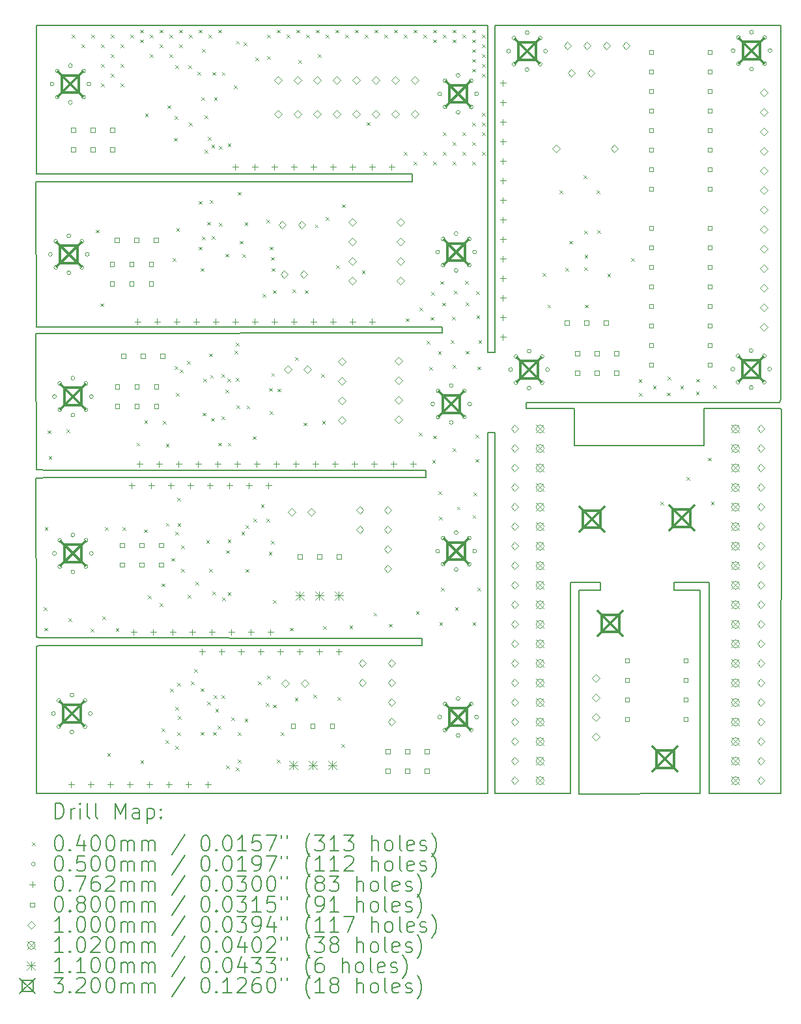
<source format=gbr>
%TF.GenerationSoftware,KiCad,Pcbnew,7.0.7*%
%TF.CreationDate,2023-11-05T18:49:40-05:00*%
%TF.ProjectId,MaisonEtape1,4d616973-6f6e-4457-9461-7065312e6b69,rev?*%
%TF.SameCoordinates,Original*%
%TF.FileFunction,Drillmap*%
%TF.FilePolarity,Positive*%
%FSLAX45Y45*%
G04 Gerber Fmt 4.5, Leading zero omitted, Abs format (unit mm)*
G04 Created by KiCad (PCBNEW 7.0.7) date 2023-11-05 18:49:40*
%MOMM*%
%LPD*%
G01*
G04 APERTURE LIST*
%ADD10C,0.200000*%
%ADD11C,0.040000*%
%ADD12C,0.050000*%
%ADD13C,0.076200*%
%ADD14C,0.080000*%
%ADD15C,0.100000*%
%ADD16C,0.102000*%
%ADD17C,0.110000*%
%ADD18C,0.320000*%
G04 APERTURE END LIST*
D10*
X15232380Y-8432800D02*
X15329189Y-8432800D01*
X15328500Y-4179000D01*
X19044800Y-4178300D01*
X19044800Y-6661150D01*
X19044800Y-9042400D01*
X19024600Y-9082751D01*
X17716500Y-9082751D01*
X15735300Y-9082751D01*
X15735300Y-9154160D01*
X16357600Y-9154160D01*
X16357600Y-9639300D01*
X18046700Y-9639300D01*
X18046700Y-9154160D01*
X19024600Y-9154160D01*
X19050000Y-9169400D01*
X19044800Y-14165600D01*
X18110200Y-14165580D01*
X18110200Y-13610400D01*
X18112740Y-11419840D01*
X17983200Y-11417300D01*
X17650460Y-11417300D01*
X17650460Y-11521440D01*
X17995900Y-11521440D01*
X17995900Y-14161537D01*
X16415100Y-14166260D01*
X16415505Y-12048330D01*
X16416020Y-11521440D01*
X16700500Y-11521440D01*
X16700500Y-11419840D01*
X16309340Y-11419840D01*
X16308840Y-13602320D01*
X16309340Y-14163040D01*
X15328900Y-14163040D01*
X15328900Y-9474200D01*
X15232091Y-9474200D01*
X15232380Y-14163446D01*
X9362300Y-14165600D01*
X9362500Y-12252000D01*
X9415500Y-12243000D01*
X14377700Y-12242800D01*
X14377700Y-12145991D01*
X9405500Y-12141000D01*
X9360412Y-12128476D01*
X9358500Y-10066000D01*
X9537700Y-10058400D01*
X14427200Y-10058400D01*
X14427200Y-9961591D01*
X9537700Y-9961591D01*
X9360331Y-9955999D01*
X9359500Y-8180000D01*
X14643100Y-8179409D01*
X14643100Y-8102600D01*
X9361500Y-8102000D01*
X9359900Y-6210300D01*
X14251940Y-6210300D01*
X14251940Y-6108700D01*
X9362440Y-6108700D01*
X9362300Y-4178300D01*
X12269400Y-4178300D01*
X15232500Y-4178000D01*
X15232380Y-8432800D01*
D11*
X9461820Y-11742740D02*
X9501820Y-11782740D01*
X9501820Y-11742740D02*
X9461820Y-11782740D01*
X9469440Y-12006900D02*
X9509440Y-12046900D01*
X9509440Y-12006900D02*
X9469440Y-12046900D01*
X9471980Y-10698800D02*
X9511980Y-10738800D01*
X9511980Y-10698800D02*
X9471980Y-10738800D01*
X9512620Y-9441500D02*
X9552620Y-9481500D01*
X9552620Y-9441500D02*
X9512620Y-9481500D01*
X9522780Y-9776780D02*
X9562780Y-9816780D01*
X9562780Y-9776780D02*
X9522780Y-9816780D01*
X9753920Y-9431340D02*
X9793920Y-9471340D01*
X9793920Y-9431340D02*
X9753920Y-9471340D01*
X9781860Y-11882440D02*
X9821860Y-11922440D01*
X9821860Y-11882440D02*
X9781860Y-11922440D01*
X9822500Y-4298000D02*
X9862500Y-4338000D01*
X9862500Y-4298000D02*
X9822500Y-4338000D01*
X9949500Y-4425000D02*
X9989500Y-4465000D01*
X9989500Y-4425000D02*
X9949500Y-4465000D01*
X10071420Y-12019600D02*
X10111420Y-12059600D01*
X10111420Y-12019600D02*
X10071420Y-12059600D01*
X10076500Y-4298000D02*
X10116500Y-4338000D01*
X10116500Y-4298000D02*
X10076500Y-4338000D01*
X10134920Y-6835460D02*
X10174920Y-6875460D01*
X10174920Y-6835460D02*
X10134920Y-6875460D01*
X10195880Y-7790500D02*
X10235880Y-7830500D01*
X10235880Y-7790500D02*
X10195880Y-7830500D01*
X10203500Y-4425000D02*
X10243500Y-4465000D01*
X10243500Y-4425000D02*
X10203500Y-4465000D01*
X10203500Y-4679000D02*
X10243500Y-4719000D01*
X10243500Y-4679000D02*
X10203500Y-4719000D01*
X10203500Y-4933000D02*
X10243500Y-4973000D01*
X10243500Y-4933000D02*
X10203500Y-4973000D01*
X10221280Y-11859580D02*
X10261280Y-11899580D01*
X10261280Y-11859580D02*
X10221280Y-11899580D01*
X10254300Y-10698800D02*
X10294300Y-10738800D01*
X10294300Y-10698800D02*
X10254300Y-10738800D01*
X10284780Y-13637580D02*
X10324780Y-13677580D01*
X10324780Y-13637580D02*
X10284780Y-13677580D01*
X10330500Y-4298000D02*
X10370500Y-4338000D01*
X10370500Y-4298000D02*
X10330500Y-4338000D01*
X10330500Y-4552000D02*
X10370500Y-4592000D01*
X10370500Y-4552000D02*
X10330500Y-4592000D01*
X10330500Y-4806000D02*
X10370500Y-4846000D01*
X10370500Y-4806000D02*
X10330500Y-4846000D01*
X10394000Y-12014520D02*
X10434000Y-12054520D01*
X10434000Y-12014520D02*
X10394000Y-12054520D01*
X10457500Y-4425000D02*
X10497500Y-4465000D01*
X10497500Y-4425000D02*
X10457500Y-4465000D01*
X10457500Y-4679000D02*
X10497500Y-4719000D01*
X10497500Y-4679000D02*
X10457500Y-4719000D01*
X10457500Y-4933000D02*
X10497500Y-4973000D01*
X10497500Y-4933000D02*
X10457500Y-4973000D01*
X10482900Y-10698800D02*
X10522900Y-10738800D01*
X10522900Y-10698800D02*
X10482900Y-10738800D01*
X10584500Y-4298000D02*
X10624500Y-4338000D01*
X10624500Y-4298000D02*
X10584500Y-4338000D01*
X10665780Y-9602880D02*
X10705780Y-9642880D01*
X10705780Y-9602880D02*
X10665780Y-9642880D01*
X10711500Y-4234500D02*
X10751500Y-4274500D01*
X10751500Y-4234500D02*
X10711500Y-4274500D01*
X10711500Y-4361500D02*
X10751500Y-4401500D01*
X10751500Y-4361500D02*
X10711500Y-4401500D01*
X10716740Y-13730150D02*
X10756740Y-13770150D01*
X10756740Y-13730150D02*
X10716740Y-13770150D01*
X10762300Y-10729500D02*
X10802300Y-10769500D01*
X10802300Y-10729500D02*
X10762300Y-10769500D01*
X10767380Y-9311960D02*
X10807380Y-9351960D01*
X10807380Y-9311960D02*
X10767380Y-9351960D01*
X10775730Y-5325970D02*
X10815730Y-5365970D01*
X10815730Y-5325970D02*
X10775730Y-5365970D01*
X10813100Y-11587800D02*
X10853100Y-11627800D01*
X10853100Y-11587800D02*
X10813100Y-11627800D01*
X10838500Y-4298000D02*
X10878500Y-4338000D01*
X10878500Y-4298000D02*
X10838500Y-4338000D01*
X10838500Y-4552000D02*
X10878500Y-4592000D01*
X10878500Y-4552000D02*
X10838500Y-4592000D01*
X10965500Y-4234500D02*
X11005500Y-4274500D01*
X11005500Y-4234500D02*
X10965500Y-4274500D01*
X10965500Y-4425000D02*
X11005500Y-4465000D01*
X11005500Y-4425000D02*
X10965500Y-4465000D01*
X10965500Y-11689400D02*
X11005500Y-11729400D01*
X11005500Y-11689400D02*
X10965500Y-11729400D01*
X10990900Y-11431650D02*
X11030900Y-11471650D01*
X11030900Y-11431650D02*
X10990900Y-11471650D01*
X10990900Y-13315000D02*
X11030900Y-13355000D01*
X11030900Y-13315000D02*
X10990900Y-13355000D01*
X11006140Y-9317040D02*
X11046140Y-9357040D01*
X11046140Y-9317040D02*
X11006140Y-9357040D01*
X11041700Y-13467400D02*
X11081700Y-13507400D01*
X11081700Y-13467400D02*
X11041700Y-13507400D01*
X11045450Y-10644550D02*
X11085450Y-10684550D01*
X11085450Y-10644550D02*
X11045450Y-10684550D01*
X11046281Y-9615902D02*
X11086281Y-9655902D01*
X11086281Y-9615902D02*
X11046281Y-9655902D01*
X11069400Y-5218330D02*
X11109400Y-5258330D01*
X11109400Y-5218330D02*
X11069400Y-5258330D01*
X11092500Y-4298000D02*
X11132500Y-4338000D01*
X11132500Y-4298000D02*
X11092500Y-4338000D01*
X11092500Y-4552000D02*
X11132500Y-4592000D01*
X11132500Y-4552000D02*
X11092500Y-4592000D01*
X11102660Y-12796840D02*
X11142660Y-12836840D01*
X11142660Y-12796840D02*
X11102660Y-12836840D01*
X11115785Y-11103085D02*
X11155785Y-11143085D01*
X11155785Y-11103085D02*
X11115785Y-11143085D01*
X11133664Y-7203526D02*
X11173664Y-7243526D01*
X11173664Y-7203526D02*
X11133664Y-7243526D01*
X11149650Y-5640390D02*
X11189650Y-5680390D01*
X11189650Y-5640390D02*
X11149650Y-5680390D01*
X11158900Y-5354990D02*
X11198900Y-5394990D01*
X11198900Y-5354990D02*
X11158900Y-5394990D01*
X11161080Y-8608380D02*
X11201080Y-8648380D01*
X11201080Y-8608380D02*
X11161080Y-8648380D01*
X11166360Y-4694170D02*
X11206360Y-4734170D01*
X11206360Y-4694170D02*
X11166360Y-4734170D01*
X11168700Y-13035600D02*
X11208700Y-13075600D01*
X11208700Y-13035600D02*
X11168700Y-13075600D01*
X11168700Y-13543600D02*
X11208700Y-13583600D01*
X11208700Y-13543600D02*
X11168700Y-13583600D01*
X11169250Y-10756977D02*
X11209250Y-10796977D01*
X11209250Y-10756977D02*
X11169250Y-10796977D01*
X11178860Y-8953820D02*
X11218860Y-8993820D01*
X11218860Y-8953820D02*
X11178860Y-8993820D01*
X11181400Y-6812600D02*
X11221400Y-6852600D01*
X11221400Y-6812600D02*
X11181400Y-6852600D01*
X11194100Y-10317800D02*
X11234100Y-10357800D01*
X11234100Y-10317800D02*
X11194100Y-10357800D01*
X11194100Y-13365800D02*
X11234100Y-13405800D01*
X11234100Y-13365800D02*
X11194100Y-13405800D01*
X11195410Y-12720770D02*
X11235410Y-12760770D01*
X11235410Y-12720770D02*
X11195410Y-12760770D01*
X11197850Y-10651757D02*
X11237850Y-10691757D01*
X11237850Y-10651757D02*
X11197850Y-10691757D01*
X11202066Y-13154634D02*
X11242066Y-13194634D01*
X11242066Y-13154634D02*
X11202066Y-13194634D01*
X11219500Y-4234500D02*
X11259500Y-4274500D01*
X11259500Y-4234500D02*
X11219500Y-4274500D01*
X11219500Y-4425000D02*
X11259500Y-4465000D01*
X11259500Y-4425000D02*
X11219500Y-4465000D01*
X11227120Y-8649020D02*
X11267120Y-8689020D01*
X11267120Y-8649020D02*
X11227120Y-8689020D01*
X11242950Y-10937236D02*
X11282950Y-10977236D01*
X11282950Y-10937236D02*
X11242950Y-10977236D01*
X11243200Y-11239800D02*
X11283200Y-11279800D01*
X11283200Y-11239800D02*
X11243200Y-11279800D01*
X11323798Y-8542351D02*
X11363798Y-8582351D01*
X11363798Y-8542351D02*
X11323798Y-8582351D01*
X11331260Y-11577640D02*
X11371260Y-11617640D01*
X11371260Y-11577640D02*
X11331260Y-11617640D01*
X11338800Y-4695760D02*
X11378800Y-4735760D01*
X11378800Y-4695760D02*
X11338800Y-4735760D01*
X11345960Y-5441950D02*
X11385960Y-5481950D01*
X11385960Y-5441950D02*
X11345960Y-5481950D01*
X11346500Y-4298000D02*
X11386500Y-4338000D01*
X11386500Y-4298000D02*
X11346500Y-4338000D01*
X11371900Y-12705400D02*
X11411900Y-12745400D01*
X11411900Y-12705400D02*
X11371900Y-12745400D01*
X11416050Y-12543650D02*
X11456050Y-12583650D01*
X11456050Y-12543650D02*
X11416050Y-12583650D01*
X11433350Y-11409520D02*
X11473350Y-11449520D01*
X11473350Y-11409520D02*
X11433350Y-11449520D01*
X11455400Y-4783460D02*
X11495400Y-4823460D01*
X11495400Y-4783460D02*
X11455400Y-4823460D01*
X11473500Y-4234500D02*
X11513500Y-4274500D01*
X11513500Y-4234500D02*
X11473500Y-4274500D01*
X11476040Y-6463281D02*
X11516040Y-6503281D01*
X11516040Y-6463281D02*
X11476040Y-6503281D01*
X11476767Y-7053930D02*
X11516767Y-7093930D01*
X11516767Y-7053930D02*
X11476767Y-7093930D01*
X11498777Y-12796333D02*
X11538777Y-12836333D01*
X11538777Y-12796333D02*
X11498777Y-12836333D01*
X11499000Y-13363270D02*
X11539000Y-13403270D01*
X11539000Y-13363270D02*
X11499000Y-13403270D01*
X11500350Y-7335081D02*
X11540350Y-7375081D01*
X11540350Y-7335081D02*
X11500350Y-7375081D01*
X11510180Y-5110800D02*
X11550180Y-5150800D01*
X11550180Y-5110800D02*
X11510180Y-5150800D01*
X11513900Y-4485300D02*
X11553900Y-4525300D01*
X11553900Y-4485300D02*
X11513900Y-4525300D01*
X11516680Y-6921820D02*
X11556680Y-6961820D01*
X11556680Y-6921820D02*
X11516680Y-6961820D01*
X11525450Y-9212930D02*
X11565450Y-9252930D01*
X11565450Y-9212930D02*
X11525450Y-9252930D01*
X11531920Y-8768400D02*
X11571920Y-8808400D01*
X11571920Y-8768400D02*
X11531920Y-8808400D01*
X11547160Y-5799490D02*
X11587160Y-5839490D01*
X11587160Y-5799490D02*
X11547160Y-5839490D01*
X11550100Y-5351540D02*
X11590100Y-5391540D01*
X11590100Y-5351540D02*
X11550100Y-5391540D01*
X11572291Y-10869204D02*
X11612291Y-10909204D01*
X11612291Y-10869204D02*
X11572291Y-10909204D01*
X11581983Y-12966283D02*
X11621983Y-13006283D01*
X11621983Y-12966283D02*
X11581983Y-13006283D01*
X11582672Y-6733602D02*
X11622672Y-6773602D01*
X11622672Y-6733602D02*
X11582672Y-6773602D01*
X11593950Y-5627630D02*
X11633950Y-5667630D01*
X11633950Y-5627630D02*
X11593950Y-5667630D01*
X11600500Y-4298000D02*
X11640500Y-4338000D01*
X11640500Y-4298000D02*
X11600500Y-4338000D01*
X11610500Y-8444690D02*
X11650500Y-8484690D01*
X11650500Y-8444690D02*
X11610500Y-8484690D01*
X11610500Y-11244150D02*
X11650500Y-11284150D01*
X11650500Y-11244150D02*
X11610500Y-11284150D01*
X11617430Y-6447617D02*
X11657430Y-6487617D01*
X11657430Y-6447617D02*
X11617430Y-6487617D01*
X11620906Y-8722886D02*
X11660906Y-8762886D01*
X11660906Y-8722886D02*
X11620906Y-8762886D01*
X11632370Y-9281480D02*
X11672370Y-9321480D01*
X11672370Y-9281480D02*
X11632370Y-9321480D01*
X11639636Y-5729262D02*
X11679636Y-5769262D01*
X11679636Y-5729262D02*
X11639636Y-5769262D01*
X11643406Y-6914474D02*
X11683406Y-6954474D01*
X11683406Y-6914474D02*
X11643406Y-6954474D01*
X11649900Y-4786000D02*
X11689900Y-4826000D01*
X11689900Y-4786000D02*
X11649900Y-4826000D01*
X11651300Y-11537000D02*
X11691300Y-11577000D01*
X11691300Y-11537000D02*
X11651300Y-11577000D01*
X11659550Y-13363300D02*
X11699550Y-13403300D01*
X11699550Y-13363300D02*
X11659550Y-13403300D01*
X11666933Y-12883200D02*
X11706933Y-12923200D01*
X11706933Y-12883200D02*
X11666933Y-12923200D01*
X11673167Y-5114333D02*
X11713167Y-5154333D01*
X11713167Y-5114333D02*
X11673167Y-5154333D01*
X11688892Y-13060312D02*
X11728892Y-13100312D01*
X11728892Y-13060312D02*
X11688892Y-13100312D01*
X11718690Y-13280730D02*
X11758690Y-13320730D01*
X11758690Y-13280730D02*
X11718690Y-13320730D01*
X11727500Y-4234500D02*
X11767500Y-4274500D01*
X11767500Y-4234500D02*
X11727500Y-4274500D01*
X11730040Y-9602880D02*
X11770040Y-9642880D01*
X11770040Y-9602880D02*
X11730040Y-9642880D01*
X11737660Y-6744020D02*
X11777660Y-6784020D01*
X11777660Y-6744020D02*
X11737660Y-6784020D01*
X11737700Y-5748590D02*
X11777700Y-5788590D01*
X11777700Y-5748590D02*
X11737700Y-5788590D01*
X11768140Y-8707440D02*
X11808140Y-8747440D01*
X11808140Y-8707440D02*
X11768140Y-8747440D01*
X11770484Y-9263504D02*
X11810484Y-9303504D01*
X11810484Y-9263504D02*
X11770484Y-9303504D01*
X11770635Y-12881765D02*
X11810635Y-12921765D01*
X11810635Y-12881765D02*
X11770635Y-12921765D01*
X11774900Y-4785650D02*
X11814900Y-4825650D01*
X11814900Y-4785650D02*
X11774900Y-4825650D01*
X11778300Y-11613200D02*
X11818300Y-11653200D01*
X11818300Y-11613200D02*
X11778300Y-11653200D01*
X11824020Y-7147880D02*
X11864020Y-7187880D01*
X11864020Y-7147880D02*
X11824020Y-7187880D01*
X11824020Y-8915720D02*
X11864020Y-8955720D01*
X11864020Y-8915720D02*
X11824020Y-8955720D01*
X11829100Y-11000050D02*
X11869100Y-11040050D01*
X11869100Y-11000050D02*
X11829100Y-11040050D01*
X11829100Y-13797600D02*
X11869100Y-13837600D01*
X11869100Y-13797600D02*
X11829100Y-13837600D01*
X11847461Y-8768253D02*
X11887461Y-8808253D01*
X11887461Y-8768253D02*
X11847461Y-8808253D01*
X11850400Y-5714760D02*
X11890400Y-5754760D01*
X11890400Y-5714760D02*
X11850400Y-5754760D01*
X11850500Y-9602880D02*
X11890500Y-9642880D01*
X11890500Y-9602880D02*
X11850500Y-9642880D01*
X11850500Y-10861450D02*
X11890500Y-10901450D01*
X11890500Y-10861450D02*
X11850500Y-10901450D01*
X11850500Y-11543660D02*
X11890500Y-11583660D01*
X11890500Y-11543660D02*
X11850500Y-11583660D01*
X11898702Y-13169236D02*
X11938702Y-13209236D01*
X11938702Y-13169236D02*
X11898702Y-13209236D01*
X11930700Y-4958400D02*
X11970700Y-4998400D01*
X11970700Y-4958400D02*
X11930700Y-4998400D01*
X11942143Y-8405091D02*
X11982143Y-8445091D01*
X11982143Y-8405091D02*
X11942143Y-8445091D01*
X11956100Y-8306120D02*
X11996100Y-8346120D01*
X11996100Y-8306120D02*
X11956100Y-8346120D01*
X11956100Y-13823000D02*
X11996100Y-13863000D01*
X11996100Y-13823000D02*
X11956100Y-13863000D01*
X11958640Y-8760780D02*
X11998640Y-8800780D01*
X11998640Y-8760780D02*
X11958640Y-8800780D01*
X11961800Y-4379930D02*
X12001800Y-4419930D01*
X12001800Y-4379930D02*
X11961800Y-4419930D01*
X11964478Y-9118920D02*
X12004478Y-9158920D01*
X12004478Y-9118920D02*
X11964478Y-9158920D01*
X11979050Y-13366050D02*
X12019050Y-13406050D01*
X12019050Y-13366050D02*
X11979050Y-13406050D01*
X11981500Y-13721400D02*
X12021500Y-13761400D01*
X12021500Y-13721400D02*
X11981500Y-13761400D01*
X11981559Y-6344628D02*
X12021559Y-6384628D01*
X12021559Y-6344628D02*
X11981559Y-6384628D01*
X12004360Y-6977700D02*
X12044360Y-7017700D01*
X12044360Y-6977700D02*
X12004360Y-7017700D01*
X12029250Y-10759154D02*
X12069250Y-10799154D01*
X12069250Y-10759154D02*
X12029250Y-10799154D01*
X12042460Y-7150420D02*
X12082460Y-7190420D01*
X12082460Y-7150420D02*
X12042460Y-7190420D01*
X12060800Y-4401090D02*
X12100800Y-4441090D01*
X12100800Y-4401090D02*
X12060800Y-4441090D01*
X12070350Y-6738940D02*
X12110350Y-6778940D01*
X12110350Y-6738940D02*
X12070350Y-6778940D01*
X12070969Y-13187336D02*
X12110969Y-13227336D01*
X12110969Y-13187336D02*
X12070969Y-13227336D01*
X12083100Y-10674950D02*
X12123100Y-10714950D01*
X12123100Y-10674950D02*
X12083100Y-10714950D01*
X12083100Y-11245050D02*
X12123100Y-11285050D01*
X12123100Y-11245050D02*
X12083100Y-11285050D01*
X12095550Y-9120190D02*
X12135550Y-9160190D01*
X12135550Y-9120190D02*
X12095550Y-9160190D01*
X12177950Y-9517930D02*
X12217950Y-9557930D01*
X12217950Y-9517930D02*
X12177950Y-9557930D01*
X12184260Y-10588600D02*
X12224260Y-10628600D01*
X12224260Y-10588600D02*
X12184260Y-10628600D01*
X12212640Y-4592640D02*
X12252640Y-4632640D01*
X12252640Y-4592640D02*
X12212640Y-4632640D01*
X12243000Y-12708800D02*
X12283000Y-12748800D01*
X12283000Y-12708800D02*
X12243000Y-12748800D01*
X12283130Y-10404620D02*
X12323130Y-10444620D01*
X12323130Y-10404620D02*
X12283130Y-10444620D01*
X12306077Y-7666840D02*
X12346077Y-7706840D01*
X12346077Y-7666840D02*
X12306077Y-7706840D01*
X12343773Y-12987760D02*
X12383773Y-13027760D01*
X12383773Y-12987760D02*
X12343773Y-13027760D01*
X12354880Y-6704050D02*
X12394880Y-6744050D01*
X12394880Y-6704050D02*
X12354880Y-6744050D01*
X12355530Y-10590560D02*
X12395530Y-10630560D01*
X12395530Y-10590560D02*
X12355530Y-10630560D01*
X12362500Y-4298000D02*
X12402500Y-4338000D01*
X12402500Y-4298000D02*
X12362500Y-4338000D01*
X12362500Y-12629200D02*
X12402500Y-12669200D01*
X12402500Y-12629200D02*
X12362500Y-12669200D01*
X12363400Y-4581290D02*
X12403400Y-4621290D01*
X12403400Y-4581290D02*
X12363400Y-4621290D01*
X12385100Y-11020334D02*
X12425100Y-11060334D01*
X12425100Y-11020334D02*
X12385100Y-11060334D01*
X12390440Y-8892860D02*
X12430440Y-8932860D01*
X12430440Y-8892860D02*
X12390440Y-8932860D01*
X12398060Y-9195120D02*
X12438060Y-9235120D01*
X12438060Y-9195120D02*
X12398060Y-9235120D01*
X12398150Y-7055947D02*
X12438150Y-7095947D01*
X12438150Y-7055947D02*
X12398150Y-7095947D01*
X12413300Y-10876600D02*
X12453300Y-10916600D01*
X12453300Y-10876600D02*
X12413300Y-10916600D01*
X12416081Y-7190216D02*
X12456081Y-7230216D01*
X12456081Y-7190216D02*
X12416081Y-7230216D01*
X12418380Y-8698690D02*
X12458380Y-8738690D01*
X12458380Y-8698690D02*
X12418380Y-8738690D01*
X12420250Y-7335166D02*
X12460250Y-7375166D01*
X12460250Y-7335166D02*
X12420250Y-7375166D01*
X12438700Y-11645350D02*
X12478700Y-11685350D01*
X12478700Y-11645350D02*
X12438700Y-11685350D01*
X12440583Y-7622910D02*
X12480583Y-7662910D01*
X12480583Y-7622910D02*
X12440583Y-7662910D01*
X12441605Y-13008020D02*
X12481605Y-13048020D01*
X12481605Y-13008020D02*
X12441605Y-13048020D01*
X12489500Y-4234500D02*
X12529500Y-4274500D01*
X12529500Y-4234500D02*
X12489500Y-4274500D01*
X12489500Y-13721400D02*
X12529500Y-13761400D01*
X12529500Y-13721400D02*
X12489500Y-13761400D01*
X12499660Y-8900480D02*
X12539660Y-8940480D01*
X12539660Y-8900480D02*
X12499660Y-8940480D01*
X12540300Y-13365800D02*
X12580300Y-13405800D01*
X12580300Y-13365800D02*
X12540300Y-13405800D01*
X12616500Y-4298000D02*
X12656500Y-4338000D01*
X12656500Y-4298000D02*
X12616500Y-4338000D01*
X12659680Y-12006900D02*
X12699680Y-12046900D01*
X12699680Y-12006900D02*
X12659680Y-12046900D01*
X12692700Y-7611750D02*
X12732700Y-7651750D01*
X12732700Y-7611750D02*
X12692700Y-7651750D01*
X12722910Y-12917090D02*
X12762910Y-12957090D01*
X12762910Y-12917090D02*
X12722910Y-12957090D01*
X12724450Y-8488720D02*
X12764450Y-8528720D01*
X12764450Y-8488720D02*
X12724450Y-8528720D01*
X12743500Y-4234500D02*
X12783500Y-4274500D01*
X12783500Y-4234500D02*
X12743500Y-4274500D01*
X12768900Y-4628200D02*
X12808900Y-4668200D01*
X12808900Y-4628200D02*
X12768900Y-4668200D01*
X12837480Y-9339900D02*
X12877480Y-9379900D01*
X12877480Y-9339900D02*
X12837480Y-9379900D01*
X12852720Y-7622860D02*
X12892720Y-7662860D01*
X12892720Y-7622860D02*
X12852720Y-7662860D01*
X12870500Y-4298000D02*
X12910500Y-4338000D01*
X12910500Y-4298000D02*
X12870500Y-4338000D01*
X12963643Y-12874743D02*
X13003643Y-12914743D01*
X13003643Y-12874743D02*
X12963643Y-12914743D01*
X12984800Y-6766880D02*
X13024800Y-6806880D01*
X13024800Y-6766880D02*
X12984800Y-6806880D01*
X12997500Y-4234500D02*
X13037500Y-4274500D01*
X13037500Y-4234500D02*
X12997500Y-4274500D01*
X13022900Y-4552000D02*
X13062900Y-4592000D01*
X13062900Y-4552000D02*
X13022900Y-4592000D01*
X13068620Y-8707440D02*
X13108620Y-8747440D01*
X13108620Y-8707440D02*
X13068620Y-8747440D01*
X13079126Y-9317386D02*
X13119126Y-9357386D01*
X13119126Y-9317386D02*
X13079126Y-9357386D01*
X13094020Y-11989120D02*
X13134020Y-12029120D01*
X13134020Y-11989120D02*
X13094020Y-12029120D01*
X13124500Y-4298000D02*
X13164500Y-4338000D01*
X13164500Y-4298000D02*
X13124500Y-4338000D01*
X13124500Y-6668050D02*
X13164500Y-6708050D01*
X13164500Y-6668050D02*
X13124500Y-6708050D01*
X13251500Y-4234500D02*
X13291500Y-4274500D01*
X13291500Y-4234500D02*
X13251500Y-4274500D01*
X13260511Y-7294051D02*
X13300511Y-7334051D01*
X13300511Y-7294051D02*
X13260511Y-7334051D01*
X13276900Y-12908600D02*
X13316900Y-12948600D01*
X13316900Y-12908600D02*
X13276900Y-12948600D01*
X13327700Y-13518200D02*
X13367700Y-13558200D01*
X13367700Y-13518200D02*
X13327700Y-13558200D01*
X13335320Y-6505260D02*
X13375320Y-6545260D01*
X13375320Y-6505260D02*
X13335320Y-6545260D01*
X13378500Y-4298000D02*
X13418500Y-4338000D01*
X13418500Y-4298000D02*
X13378500Y-4338000D01*
X13434380Y-11976420D02*
X13474380Y-12016420D01*
X13474380Y-11976420D02*
X13434380Y-12016420D01*
X13505500Y-4234500D02*
X13545500Y-4274500D01*
X13545500Y-4234500D02*
X13505500Y-4274500D01*
X13594400Y-7366320D02*
X13634400Y-7406320D01*
X13634400Y-7366320D02*
X13594400Y-7406320D01*
X13632500Y-4298000D02*
X13672500Y-4338000D01*
X13672500Y-4298000D02*
X13632500Y-4338000D01*
X13657900Y-5437250D02*
X13697900Y-5477250D01*
X13697900Y-5437250D02*
X13657900Y-5477250D01*
X13746800Y-11813860D02*
X13786800Y-11853860D01*
X13786800Y-11813860D02*
X13746800Y-11853860D01*
X13759500Y-4234500D02*
X13799500Y-4274500D01*
X13799500Y-4234500D02*
X13759500Y-4274500D01*
X13886500Y-4298000D02*
X13926500Y-4338000D01*
X13926500Y-4298000D02*
X13886500Y-4338000D01*
X13944920Y-11956100D02*
X13984920Y-11996100D01*
X13984920Y-11956100D02*
X13944920Y-11996100D01*
X14013500Y-4234500D02*
X14053500Y-4274500D01*
X14053500Y-4234500D02*
X14013500Y-4274500D01*
X14140500Y-4298000D02*
X14180500Y-4338000D01*
X14180500Y-4298000D02*
X14140500Y-4338000D01*
X14140500Y-5822000D02*
X14180500Y-5862000D01*
X14180500Y-5822000D02*
X14140500Y-5862000D01*
X14163360Y-7986080D02*
X14203360Y-8026080D01*
X14203360Y-7986080D02*
X14163360Y-8026080D01*
X14267500Y-4234500D02*
X14307500Y-4274500D01*
X14307500Y-4234500D02*
X14267500Y-4274500D01*
X14267500Y-5949000D02*
X14307500Y-5989000D01*
X14307500Y-5949000D02*
X14267500Y-5989000D01*
X14297980Y-11791000D02*
X14337980Y-11831000D01*
X14337980Y-11791000D02*
X14297980Y-11831000D01*
X14336080Y-9471980D02*
X14376080Y-9511980D01*
X14376080Y-9471980D02*
X14336080Y-9511980D01*
X14341160Y-7843840D02*
X14381160Y-7883840D01*
X14381160Y-7843840D02*
X14341160Y-7883840D01*
X14394500Y-4298000D02*
X14434500Y-4338000D01*
X14434500Y-4298000D02*
X14394500Y-4338000D01*
X14394500Y-5822000D02*
X14434500Y-5862000D01*
X14434500Y-5822000D02*
X14394500Y-5862000D01*
X14437680Y-8278180D02*
X14477680Y-8318180D01*
X14477680Y-8278180D02*
X14437680Y-8318180D01*
X14468160Y-8618540D02*
X14508160Y-8658540D01*
X14508160Y-8618540D02*
X14468160Y-8658540D01*
X14488480Y-7968300D02*
X14528480Y-8008300D01*
X14528480Y-7968300D02*
X14488480Y-8008300D01*
X14498640Y-7645720D02*
X14538640Y-7685720D01*
X14538640Y-7645720D02*
X14498640Y-7685720D01*
X14508800Y-9825040D02*
X14548800Y-9865040D01*
X14548800Y-9825040D02*
X14508800Y-9865040D01*
X14518960Y-9510080D02*
X14558960Y-9550080D01*
X14558960Y-9510080D02*
X14518960Y-9550080D01*
X14521500Y-4234500D02*
X14561500Y-4274500D01*
X14561500Y-4234500D02*
X14521500Y-4274500D01*
X14521500Y-4361500D02*
X14561500Y-4401500D01*
X14561500Y-4361500D02*
X14521500Y-4401500D01*
X14521500Y-5949000D02*
X14561500Y-5989000D01*
X14561500Y-5949000D02*
X14521500Y-5989000D01*
X14585000Y-8412800D02*
X14625000Y-8452800D01*
X14625000Y-8412800D02*
X14585000Y-8452800D01*
X14590080Y-10233980D02*
X14630080Y-10273980D01*
X14630080Y-10233980D02*
X14590080Y-10273980D01*
X14595160Y-10566720D02*
X14635160Y-10606720D01*
X14635160Y-10566720D02*
X14595160Y-10606720D01*
X14602780Y-11938320D02*
X14642780Y-11978320D01*
X14642780Y-11938320D02*
X14602780Y-11978320D01*
X14618020Y-7503480D02*
X14658020Y-7543480D01*
X14658020Y-7503480D02*
X14618020Y-7543480D01*
X14625640Y-11486200D02*
X14665640Y-11526200D01*
X14665640Y-11486200D02*
X14625640Y-11526200D01*
X14643420Y-7782880D02*
X14683420Y-7822880D01*
X14683420Y-7782880D02*
X14643420Y-7822880D01*
X14648500Y-4298000D02*
X14688500Y-4338000D01*
X14688500Y-4298000D02*
X14648500Y-4338000D01*
X14648500Y-5568000D02*
X14688500Y-5608000D01*
X14688500Y-5568000D02*
X14648500Y-5608000D01*
X14648500Y-5822000D02*
X14688500Y-5862000D01*
X14688500Y-5822000D02*
X14648500Y-5862000D01*
X14752640Y-8270560D02*
X14792640Y-8310560D01*
X14792640Y-8270560D02*
X14752640Y-8310560D01*
X14765340Y-7965760D02*
X14805340Y-8005760D01*
X14805340Y-7965760D02*
X14765340Y-8005760D01*
X14775500Y-4234500D02*
X14815500Y-4274500D01*
X14815500Y-4234500D02*
X14775500Y-4274500D01*
X14775500Y-4361500D02*
X14815500Y-4401500D01*
X14815500Y-4361500D02*
X14775500Y-4401500D01*
X14775500Y-5695000D02*
X14815500Y-5735000D01*
X14815500Y-5695000D02*
X14775500Y-5735000D01*
X14775500Y-5949000D02*
X14815500Y-5989000D01*
X14815500Y-5949000D02*
X14775500Y-5989000D01*
X14775500Y-8593140D02*
X14815500Y-8633140D01*
X14815500Y-8593140D02*
X14775500Y-8633140D01*
X14775500Y-9672640D02*
X14815500Y-9712640D01*
X14815500Y-9672640D02*
X14775500Y-9712640D01*
X14790740Y-7627940D02*
X14830740Y-7667940D01*
X14830740Y-7627940D02*
X14790740Y-7667940D01*
X14805980Y-11740200D02*
X14845980Y-11780200D01*
X14845980Y-11740200D02*
X14805980Y-11780200D01*
X14831380Y-10432100D02*
X14871380Y-10472100D01*
X14871380Y-10432100D02*
X14831380Y-10472100D01*
X14902500Y-4298000D02*
X14942500Y-4338000D01*
X14942500Y-4298000D02*
X14902500Y-4338000D01*
X14902500Y-5568000D02*
X14942500Y-5608000D01*
X14942500Y-5568000D02*
X14902500Y-5608000D01*
X14902500Y-5822000D02*
X14942500Y-5862000D01*
X14942500Y-5822000D02*
X14902500Y-5862000D01*
X14938060Y-7498400D02*
X14978060Y-7538400D01*
X14978060Y-7498400D02*
X14938060Y-7538400D01*
X14945680Y-7780340D02*
X14985680Y-7820340D01*
X14985680Y-7780340D02*
X14945680Y-7820340D01*
X14945680Y-8410260D02*
X14985680Y-8450260D01*
X14985680Y-8410260D02*
X14945680Y-8450260D01*
X15029500Y-4234500D02*
X15069500Y-4274500D01*
X15069500Y-4234500D02*
X15029500Y-4274500D01*
X15029500Y-4361500D02*
X15069500Y-4401500D01*
X15069500Y-4361500D02*
X15029500Y-4401500D01*
X15029500Y-4488500D02*
X15069500Y-4528500D01*
X15069500Y-4488500D02*
X15029500Y-4528500D01*
X15029500Y-4615500D02*
X15069500Y-4655500D01*
X15069500Y-4615500D02*
X15029500Y-4655500D01*
X15029500Y-4742500D02*
X15069500Y-4782500D01*
X15069500Y-4742500D02*
X15029500Y-4782500D01*
X15029500Y-5441000D02*
X15069500Y-5481000D01*
X15069500Y-5441000D02*
X15029500Y-5481000D01*
X15029500Y-5695000D02*
X15069500Y-5735000D01*
X15069500Y-5695000D02*
X15029500Y-5735000D01*
X15029500Y-5949000D02*
X15069500Y-5989000D01*
X15069500Y-5949000D02*
X15029500Y-5989000D01*
X15034580Y-10543860D02*
X15074580Y-10583860D01*
X15074580Y-10543860D02*
X15034580Y-10583860D01*
X15034580Y-11938320D02*
X15074580Y-11978320D01*
X15074580Y-11938320D02*
X15034580Y-11978320D01*
X15047280Y-10251760D02*
X15087280Y-10291760D01*
X15087280Y-10251760D02*
X15047280Y-10291760D01*
X15070140Y-9497380D02*
X15110140Y-9537380D01*
X15110140Y-9497380D02*
X15070140Y-9537380D01*
X15070140Y-9814880D02*
X15110140Y-9854880D01*
X15110140Y-9814880D02*
X15070140Y-9854880D01*
X15077760Y-7635560D02*
X15117760Y-7675560D01*
X15117760Y-7635560D02*
X15077760Y-7675560D01*
X15085380Y-7945440D02*
X15125380Y-7985440D01*
X15125380Y-7945440D02*
X15085380Y-7985440D01*
X15098080Y-11486200D02*
X15138080Y-11526200D01*
X15138080Y-11486200D02*
X15098080Y-11526200D01*
X15100620Y-8613460D02*
X15140620Y-8653460D01*
X15140620Y-8613460D02*
X15100620Y-8653460D01*
X15110780Y-8268020D02*
X15150780Y-8308020D01*
X15150780Y-8268020D02*
X15110780Y-8308020D01*
X15156500Y-4298000D02*
X15196500Y-4338000D01*
X15196500Y-4298000D02*
X15156500Y-4338000D01*
X15156500Y-4425000D02*
X15196500Y-4465000D01*
X15196500Y-4425000D02*
X15156500Y-4465000D01*
X15156500Y-4552000D02*
X15196500Y-4592000D01*
X15196500Y-4552000D02*
X15156500Y-4592000D01*
X15156500Y-4679000D02*
X15196500Y-4719000D01*
X15196500Y-4679000D02*
X15156500Y-4719000D01*
X15156500Y-4806000D02*
X15196500Y-4846000D01*
X15196500Y-4806000D02*
X15156500Y-4846000D01*
X15156500Y-5314000D02*
X15196500Y-5354000D01*
X15196500Y-5314000D02*
X15156500Y-5354000D01*
X15156500Y-5441000D02*
X15196500Y-5481000D01*
X15196500Y-5441000D02*
X15156500Y-5481000D01*
X15156500Y-5568000D02*
X15196500Y-5608000D01*
X15196500Y-5568000D02*
X15156500Y-5608000D01*
X15156500Y-5822000D02*
X15196500Y-5862000D01*
X15196500Y-5822000D02*
X15156500Y-5862000D01*
X15943900Y-7396800D02*
X15983900Y-7436800D01*
X15983900Y-7396800D02*
X15943900Y-7436800D01*
X16007800Y-7809470D02*
X16047800Y-7849470D01*
X16047800Y-7809470D02*
X16007800Y-7849470D01*
X16164300Y-6324040D02*
X16204300Y-6364040D01*
X16204300Y-6324040D02*
X16164300Y-6364040D01*
X16240000Y-7327580D02*
X16280000Y-7367580D01*
X16280000Y-7327580D02*
X16240000Y-7367580D01*
X16291680Y-6979070D02*
X16331680Y-7019070D01*
X16331680Y-6979070D02*
X16291680Y-7019070D01*
X16477300Y-6126800D02*
X16517300Y-6166800D01*
X16517300Y-6126800D02*
X16477300Y-6166800D01*
X16483500Y-6844750D02*
X16523500Y-6884750D01*
X16523500Y-6844750D02*
X16483500Y-6884750D01*
X16489200Y-7321710D02*
X16529200Y-7361710D01*
X16529200Y-7321710D02*
X16489200Y-7361710D01*
X16490300Y-7160260D02*
X16530300Y-7200260D01*
X16530300Y-7160260D02*
X16490300Y-7200260D01*
X16493890Y-7809470D02*
X16533890Y-7849470D01*
X16533890Y-7809470D02*
X16493890Y-7849470D01*
X16644800Y-6323140D02*
X16684800Y-6363140D01*
X16684800Y-6323140D02*
X16644800Y-6363140D01*
X16655100Y-6838000D02*
X16695100Y-6878000D01*
X16695100Y-6838000D02*
X16655100Y-6878000D01*
X16786700Y-7406000D02*
X16826700Y-7446000D01*
X16826700Y-7406000D02*
X16786700Y-7446000D01*
X17097470Y-7202580D02*
X17137470Y-7242580D01*
X17137470Y-7202580D02*
X17097470Y-7242580D01*
X17193580Y-8776020D02*
X17233580Y-8816020D01*
X17233580Y-8776020D02*
X17193580Y-8816020D01*
X17198660Y-8953820D02*
X17238660Y-8993820D01*
X17238660Y-8953820D02*
X17198660Y-8993820D01*
X17379000Y-8862380D02*
X17419000Y-8902380D01*
X17419000Y-8862380D02*
X17379000Y-8902380D01*
X17478060Y-10368600D02*
X17518060Y-10408600D01*
X17518060Y-10368600D02*
X17478060Y-10408600D01*
X17561880Y-8951280D02*
X17601880Y-8991280D01*
X17601880Y-8951280D02*
X17561880Y-8991280D01*
X17566960Y-8743000D02*
X17606960Y-8783000D01*
X17606960Y-8743000D02*
X17566960Y-8783000D01*
X17734600Y-8862380D02*
X17774600Y-8902380D01*
X17774600Y-8862380D02*
X17734600Y-8902380D01*
X17818420Y-10046020D02*
X17858420Y-10086020D01*
X17858420Y-10046020D02*
X17818420Y-10086020D01*
X17937800Y-8938580D02*
X17977800Y-8978580D01*
X17977800Y-8938580D02*
X17937800Y-8978580D01*
X17942880Y-8773480D02*
X17982880Y-8813480D01*
X17982880Y-8773480D02*
X17942880Y-8813480D01*
X18095280Y-9797100D02*
X18135280Y-9837100D01*
X18135280Y-9797100D02*
X18095280Y-9837100D01*
X18133380Y-10368600D02*
X18173380Y-10408600D01*
X18173380Y-10368600D02*
X18133380Y-10408600D01*
X18161320Y-8854760D02*
X18201320Y-8894760D01*
X18201320Y-8854760D02*
X18161320Y-8894760D01*
D12*
X9570380Y-7154710D02*
G75*
G03*
X9570380Y-7154710I-25000J0D01*
G01*
X9590700Y-4941600D02*
G75*
G03*
X9590700Y-4941600I-25000J0D01*
G01*
X9610190Y-13123710D02*
G75*
G03*
X9610190Y-13123710I-25000J0D01*
G01*
X9622890Y-9003000D02*
G75*
G03*
X9622890Y-9003000I-25000J0D01*
G01*
X9622890Y-11042210D02*
G75*
G03*
X9622890Y-11042210I-25000J0D01*
G01*
X9640674Y-6985004D02*
G75*
G03*
X9640674Y-6985004I-25000J0D01*
G01*
X9640674Y-7324416D02*
G75*
G03*
X9640674Y-7324416I-25000J0D01*
G01*
X9660994Y-4771894D02*
G75*
G03*
X9660994Y-4771894I-25000J0D01*
G01*
X9660994Y-5111306D02*
G75*
G03*
X9660994Y-5111306I-25000J0D01*
G01*
X9680484Y-12954004D02*
G75*
G03*
X9680484Y-12954004I-25000J0D01*
G01*
X9680484Y-13293416D02*
G75*
G03*
X9680484Y-13293416I-25000J0D01*
G01*
X9693184Y-8833294D02*
G75*
G03*
X9693184Y-8833294I-25000J0D01*
G01*
X9693184Y-9172706D02*
G75*
G03*
X9693184Y-9172706I-25000J0D01*
G01*
X9693184Y-10872504D02*
G75*
G03*
X9693184Y-10872504I-25000J0D01*
G01*
X9693184Y-11211916D02*
G75*
G03*
X9693184Y-11211916I-25000J0D01*
G01*
X9810380Y-6914710D02*
G75*
G03*
X9810380Y-6914710I-25000J0D01*
G01*
X9810380Y-7394710D02*
G75*
G03*
X9810380Y-7394710I-25000J0D01*
G01*
X9830700Y-4701600D02*
G75*
G03*
X9830700Y-4701600I-25000J0D01*
G01*
X9830700Y-5181600D02*
G75*
G03*
X9830700Y-5181600I-25000J0D01*
G01*
X9850190Y-12883710D02*
G75*
G03*
X9850190Y-12883710I-25000J0D01*
G01*
X9850190Y-13363710D02*
G75*
G03*
X9850190Y-13363710I-25000J0D01*
G01*
X9862890Y-8763000D02*
G75*
G03*
X9862890Y-8763000I-25000J0D01*
G01*
X9862890Y-9243000D02*
G75*
G03*
X9862890Y-9243000I-25000J0D01*
G01*
X9862890Y-10802210D02*
G75*
G03*
X9862890Y-10802210I-25000J0D01*
G01*
X9862890Y-11282210D02*
G75*
G03*
X9862890Y-11282210I-25000J0D01*
G01*
X9980086Y-6985004D02*
G75*
G03*
X9980086Y-6985004I-25000J0D01*
G01*
X9980086Y-7324416D02*
G75*
G03*
X9980086Y-7324416I-25000J0D01*
G01*
X10000406Y-4771894D02*
G75*
G03*
X10000406Y-4771894I-25000J0D01*
G01*
X10000406Y-5111306D02*
G75*
G03*
X10000406Y-5111306I-25000J0D01*
G01*
X10019896Y-12954004D02*
G75*
G03*
X10019896Y-12954004I-25000J0D01*
G01*
X10019896Y-13293416D02*
G75*
G03*
X10019896Y-13293416I-25000J0D01*
G01*
X10032596Y-8833294D02*
G75*
G03*
X10032596Y-8833294I-25000J0D01*
G01*
X10032596Y-9172706D02*
G75*
G03*
X10032596Y-9172706I-25000J0D01*
G01*
X10032596Y-10872504D02*
G75*
G03*
X10032596Y-10872504I-25000J0D01*
G01*
X10032596Y-11211916D02*
G75*
G03*
X10032596Y-11211916I-25000J0D01*
G01*
X10050380Y-7154710D02*
G75*
G03*
X10050380Y-7154710I-25000J0D01*
G01*
X10070700Y-4941600D02*
G75*
G03*
X10070700Y-4941600I-25000J0D01*
G01*
X10090190Y-13123710D02*
G75*
G03*
X10090190Y-13123710I-25000J0D01*
G01*
X10102890Y-9003000D02*
G75*
G03*
X10102890Y-9003000I-25000J0D01*
G01*
X10102890Y-11042210D02*
G75*
G03*
X10102890Y-11042210I-25000J0D01*
G01*
X14542400Y-9099990D02*
G75*
G03*
X14542400Y-9099990I-25000J0D01*
G01*
X14605900Y-7124700D02*
G75*
G03*
X14605900Y-7124700I-25000J0D01*
G01*
X14605900Y-11012200D02*
G75*
G03*
X14605900Y-11012200I-25000J0D01*
G01*
X14612694Y-8930284D02*
G75*
G03*
X14612694Y-8930284I-25000J0D01*
G01*
X14612694Y-9269696D02*
G75*
G03*
X14612694Y-9269696I-25000J0D01*
G01*
X14631300Y-5068600D02*
G75*
G03*
X14631300Y-5068600I-25000J0D01*
G01*
X14631300Y-13168600D02*
G75*
G03*
X14631300Y-13168600I-25000J0D01*
G01*
X14676194Y-6954994D02*
G75*
G03*
X14676194Y-6954994I-25000J0D01*
G01*
X14676194Y-7294406D02*
G75*
G03*
X14676194Y-7294406I-25000J0D01*
G01*
X14676194Y-10842494D02*
G75*
G03*
X14676194Y-10842494I-25000J0D01*
G01*
X14676194Y-11181906D02*
G75*
G03*
X14676194Y-11181906I-25000J0D01*
G01*
X14701594Y-4898894D02*
G75*
G03*
X14701594Y-4898894I-25000J0D01*
G01*
X14701594Y-5238306D02*
G75*
G03*
X14701594Y-5238306I-25000J0D01*
G01*
X14701594Y-12998894D02*
G75*
G03*
X14701594Y-12998894I-25000J0D01*
G01*
X14701594Y-13338306D02*
G75*
G03*
X14701594Y-13338306I-25000J0D01*
G01*
X14782400Y-8859990D02*
G75*
G03*
X14782400Y-8859990I-25000J0D01*
G01*
X14782400Y-9339990D02*
G75*
G03*
X14782400Y-9339990I-25000J0D01*
G01*
X14845900Y-6884700D02*
G75*
G03*
X14845900Y-6884700I-25000J0D01*
G01*
X14845900Y-7364700D02*
G75*
G03*
X14845900Y-7364700I-25000J0D01*
G01*
X14845900Y-10772200D02*
G75*
G03*
X14845900Y-10772200I-25000J0D01*
G01*
X14845900Y-11252200D02*
G75*
G03*
X14845900Y-11252200I-25000J0D01*
G01*
X14871300Y-4828600D02*
G75*
G03*
X14871300Y-4828600I-25000J0D01*
G01*
X14871300Y-5308600D02*
G75*
G03*
X14871300Y-5308600I-25000J0D01*
G01*
X14871300Y-12928600D02*
G75*
G03*
X14871300Y-12928600I-25000J0D01*
G01*
X14871300Y-13408600D02*
G75*
G03*
X14871300Y-13408600I-25000J0D01*
G01*
X14952106Y-8930284D02*
G75*
G03*
X14952106Y-8930284I-25000J0D01*
G01*
X14952106Y-9269696D02*
G75*
G03*
X14952106Y-9269696I-25000J0D01*
G01*
X15015606Y-6954994D02*
G75*
G03*
X15015606Y-6954994I-25000J0D01*
G01*
X15015606Y-7294406D02*
G75*
G03*
X15015606Y-7294406I-25000J0D01*
G01*
X15015606Y-10842494D02*
G75*
G03*
X15015606Y-10842494I-25000J0D01*
G01*
X15015606Y-11181906D02*
G75*
G03*
X15015606Y-11181906I-25000J0D01*
G01*
X15022400Y-9099990D02*
G75*
G03*
X15022400Y-9099990I-25000J0D01*
G01*
X15041006Y-4898894D02*
G75*
G03*
X15041006Y-4898894I-25000J0D01*
G01*
X15041006Y-5238306D02*
G75*
G03*
X15041006Y-5238306I-25000J0D01*
G01*
X15041006Y-12998894D02*
G75*
G03*
X15041006Y-12998894I-25000J0D01*
G01*
X15041006Y-13338306D02*
G75*
G03*
X15041006Y-13338306I-25000J0D01*
G01*
X15085900Y-7124700D02*
G75*
G03*
X15085900Y-7124700I-25000J0D01*
G01*
X15085900Y-11012200D02*
G75*
G03*
X15085900Y-11012200I-25000J0D01*
G01*
X15111300Y-5068600D02*
G75*
G03*
X15111300Y-5068600I-25000J0D01*
G01*
X15111300Y-13168600D02*
G75*
G03*
X15111300Y-13168600I-25000J0D01*
G01*
X15528390Y-4513110D02*
G75*
G03*
X15528390Y-4513110I-25000J0D01*
G01*
X15553790Y-8653310D02*
G75*
G03*
X15553790Y-8653310I-25000J0D01*
G01*
X15598684Y-4343404D02*
G75*
G03*
X15598684Y-4343404I-25000J0D01*
G01*
X15598684Y-4682816D02*
G75*
G03*
X15598684Y-4682816I-25000J0D01*
G01*
X15624084Y-8483604D02*
G75*
G03*
X15624084Y-8483604I-25000J0D01*
G01*
X15624084Y-8823016D02*
G75*
G03*
X15624084Y-8823016I-25000J0D01*
G01*
X15768390Y-4273110D02*
G75*
G03*
X15768390Y-4273110I-25000J0D01*
G01*
X15768390Y-4753110D02*
G75*
G03*
X15768390Y-4753110I-25000J0D01*
G01*
X15793790Y-8413310D02*
G75*
G03*
X15793790Y-8413310I-25000J0D01*
G01*
X15793790Y-8893310D02*
G75*
G03*
X15793790Y-8893310I-25000J0D01*
G01*
X15938096Y-4343404D02*
G75*
G03*
X15938096Y-4343404I-25000J0D01*
G01*
X15938096Y-4682816D02*
G75*
G03*
X15938096Y-4682816I-25000J0D01*
G01*
X15963496Y-8483604D02*
G75*
G03*
X15963496Y-8483604I-25000J0D01*
G01*
X15963496Y-8823016D02*
G75*
G03*
X15963496Y-8823016I-25000J0D01*
G01*
X16008390Y-4513110D02*
G75*
G03*
X16008390Y-4513110I-25000J0D01*
G01*
X16033790Y-8653310D02*
G75*
G03*
X16033790Y-8653310I-25000J0D01*
G01*
X18441300Y-8646160D02*
G75*
G03*
X18441300Y-8646160I-25000J0D01*
G01*
X18446380Y-4507200D02*
G75*
G03*
X18446380Y-4507200I-25000J0D01*
G01*
X18511594Y-8476454D02*
G75*
G03*
X18511594Y-8476454I-25000J0D01*
G01*
X18511594Y-8815866D02*
G75*
G03*
X18511594Y-8815866I-25000J0D01*
G01*
X18516674Y-4337494D02*
G75*
G03*
X18516674Y-4337494I-25000J0D01*
G01*
X18516674Y-4676906D02*
G75*
G03*
X18516674Y-4676906I-25000J0D01*
G01*
X18681300Y-8406160D02*
G75*
G03*
X18681300Y-8406160I-25000J0D01*
G01*
X18681300Y-8886160D02*
G75*
G03*
X18681300Y-8886160I-25000J0D01*
G01*
X18686380Y-4267200D02*
G75*
G03*
X18686380Y-4267200I-25000J0D01*
G01*
X18686380Y-4747200D02*
G75*
G03*
X18686380Y-4747200I-25000J0D01*
G01*
X18851006Y-8476454D02*
G75*
G03*
X18851006Y-8476454I-25000J0D01*
G01*
X18851006Y-8815866D02*
G75*
G03*
X18851006Y-8815866I-25000J0D01*
G01*
X18856086Y-4337494D02*
G75*
G03*
X18856086Y-4337494I-25000J0D01*
G01*
X18856086Y-4676906D02*
G75*
G03*
X18856086Y-4676906I-25000J0D01*
G01*
X18921300Y-8646160D02*
G75*
G03*
X18921300Y-8646160I-25000J0D01*
G01*
X18926380Y-4507200D02*
G75*
G03*
X18926380Y-4507200I-25000J0D01*
G01*
D13*
X9817100Y-14008100D02*
X9817100Y-14084300D01*
X9779000Y-14046200D02*
X9855200Y-14046200D01*
X10071100Y-14008100D02*
X10071100Y-14084300D01*
X10033000Y-14046200D02*
X10109200Y-14046200D01*
X10325100Y-14008100D02*
X10325100Y-14084300D01*
X10287000Y-14046200D02*
X10363200Y-14046200D01*
X10579100Y-14008100D02*
X10579100Y-14084300D01*
X10541000Y-14046200D02*
X10617200Y-14046200D01*
X10604500Y-10121900D02*
X10604500Y-10198100D01*
X10566400Y-10160000D02*
X10642600Y-10160000D01*
X10629900Y-12026900D02*
X10629900Y-12103100D01*
X10591800Y-12065000D02*
X10668000Y-12065000D01*
X10678160Y-7990840D02*
X10678160Y-8067040D01*
X10640060Y-8028940D02*
X10716260Y-8028940D01*
X10706100Y-9842500D02*
X10706100Y-9918700D01*
X10668000Y-9880600D02*
X10744200Y-9880600D01*
X10833100Y-14008100D02*
X10833100Y-14084300D01*
X10795000Y-14046200D02*
X10871200Y-14046200D01*
X10858500Y-10121900D02*
X10858500Y-10198100D01*
X10820400Y-10160000D02*
X10896600Y-10160000D01*
X10883900Y-12026900D02*
X10883900Y-12103100D01*
X10845800Y-12065000D02*
X10922000Y-12065000D01*
X10932160Y-7990840D02*
X10932160Y-8067040D01*
X10894060Y-8028940D02*
X10970260Y-8028940D01*
X10960100Y-9842500D02*
X10960100Y-9918700D01*
X10922000Y-9880600D02*
X10998200Y-9880600D01*
X11087100Y-14008100D02*
X11087100Y-14084300D01*
X11049000Y-14046200D02*
X11125200Y-14046200D01*
X11112500Y-10121900D02*
X11112500Y-10198100D01*
X11074400Y-10160000D02*
X11150600Y-10160000D01*
X11137900Y-12026900D02*
X11137900Y-12103100D01*
X11099800Y-12065000D02*
X11176000Y-12065000D01*
X11186160Y-7990840D02*
X11186160Y-8067040D01*
X11148060Y-8028940D02*
X11224260Y-8028940D01*
X11214100Y-9842500D02*
X11214100Y-9918700D01*
X11176000Y-9880600D02*
X11252200Y-9880600D01*
X11341100Y-14008100D02*
X11341100Y-14084300D01*
X11303000Y-14046200D02*
X11379200Y-14046200D01*
X11366500Y-10121900D02*
X11366500Y-10198100D01*
X11328400Y-10160000D02*
X11404600Y-10160000D01*
X11391900Y-12026900D02*
X11391900Y-12103100D01*
X11353800Y-12065000D02*
X11430000Y-12065000D01*
X11440160Y-7990840D02*
X11440160Y-8067040D01*
X11402060Y-8028940D02*
X11478260Y-8028940D01*
X11468100Y-9842500D02*
X11468100Y-9918700D01*
X11430000Y-9880600D02*
X11506200Y-9880600D01*
X11518900Y-12280900D02*
X11518900Y-12357100D01*
X11480800Y-12319000D02*
X11557000Y-12319000D01*
X11595100Y-14008100D02*
X11595100Y-14084300D01*
X11557000Y-14046200D02*
X11633200Y-14046200D01*
X11620500Y-10121900D02*
X11620500Y-10198100D01*
X11582400Y-10160000D02*
X11658600Y-10160000D01*
X11645900Y-12026900D02*
X11645900Y-12103100D01*
X11607800Y-12065000D02*
X11684000Y-12065000D01*
X11694160Y-7990840D02*
X11694160Y-8067040D01*
X11656060Y-8028940D02*
X11732260Y-8028940D01*
X11722100Y-9842500D02*
X11722100Y-9918700D01*
X11684000Y-9880600D02*
X11760200Y-9880600D01*
X11772900Y-12280900D02*
X11772900Y-12357100D01*
X11734800Y-12319000D02*
X11811000Y-12319000D01*
X11874500Y-10121900D02*
X11874500Y-10198100D01*
X11836400Y-10160000D02*
X11912600Y-10160000D01*
X11899900Y-12026900D02*
X11899900Y-12103100D01*
X11861800Y-12065000D02*
X11938000Y-12065000D01*
X11948160Y-7990840D02*
X11948160Y-8067040D01*
X11910060Y-8028940D02*
X11986260Y-8028940D01*
X11950700Y-5981700D02*
X11950700Y-6057900D01*
X11912600Y-6019800D02*
X11988800Y-6019800D01*
X11976100Y-9842500D02*
X11976100Y-9918700D01*
X11938000Y-9880600D02*
X12014200Y-9880600D01*
X12026900Y-12280900D02*
X12026900Y-12357100D01*
X11988800Y-12319000D02*
X12065000Y-12319000D01*
X12128500Y-10121900D02*
X12128500Y-10198100D01*
X12090400Y-10160000D02*
X12166600Y-10160000D01*
X12153900Y-12026900D02*
X12153900Y-12103100D01*
X12115800Y-12065000D02*
X12192000Y-12065000D01*
X12202160Y-7990840D02*
X12202160Y-8067040D01*
X12164060Y-8028940D02*
X12240260Y-8028940D01*
X12204700Y-5981700D02*
X12204700Y-6057900D01*
X12166600Y-6019800D02*
X12242800Y-6019800D01*
X12230100Y-9842500D02*
X12230100Y-9918700D01*
X12192000Y-9880600D02*
X12268200Y-9880600D01*
X12280900Y-12280900D02*
X12280900Y-12357100D01*
X12242800Y-12319000D02*
X12319000Y-12319000D01*
X12382500Y-10121900D02*
X12382500Y-10198100D01*
X12344400Y-10160000D02*
X12420600Y-10160000D01*
X12407900Y-12026900D02*
X12407900Y-12103100D01*
X12369800Y-12065000D02*
X12446000Y-12065000D01*
X12456160Y-7990840D02*
X12456160Y-8067040D01*
X12418060Y-8028940D02*
X12494260Y-8028940D01*
X12458700Y-5981700D02*
X12458700Y-6057900D01*
X12420600Y-6019800D02*
X12496800Y-6019800D01*
X12484100Y-9842500D02*
X12484100Y-9918700D01*
X12446000Y-9880600D02*
X12522200Y-9880600D01*
X12534900Y-12280900D02*
X12534900Y-12357100D01*
X12496800Y-12319000D02*
X12573000Y-12319000D01*
X12710160Y-7990840D02*
X12710160Y-8067040D01*
X12672060Y-8028940D02*
X12748260Y-8028940D01*
X12712700Y-5981700D02*
X12712700Y-6057900D01*
X12674600Y-6019800D02*
X12750800Y-6019800D01*
X12738100Y-9842500D02*
X12738100Y-9918700D01*
X12700000Y-9880600D02*
X12776200Y-9880600D01*
X12788900Y-12280900D02*
X12788900Y-12357100D01*
X12750800Y-12319000D02*
X12827000Y-12319000D01*
X12964160Y-7990840D02*
X12964160Y-8067040D01*
X12926060Y-8028940D02*
X13002260Y-8028940D01*
X12966700Y-5981700D02*
X12966700Y-6057900D01*
X12928600Y-6019800D02*
X13004800Y-6019800D01*
X12992100Y-9842500D02*
X12992100Y-9918700D01*
X12954000Y-9880600D02*
X13030200Y-9880600D01*
X13042900Y-12280900D02*
X13042900Y-12357100D01*
X13004800Y-12319000D02*
X13081000Y-12319000D01*
X13218160Y-7990840D02*
X13218160Y-8067040D01*
X13180060Y-8028940D02*
X13256260Y-8028940D01*
X13220700Y-5981700D02*
X13220700Y-6057900D01*
X13182600Y-6019800D02*
X13258800Y-6019800D01*
X13246100Y-9842500D02*
X13246100Y-9918700D01*
X13208000Y-9880600D02*
X13284200Y-9880600D01*
X13296900Y-12280900D02*
X13296900Y-12357100D01*
X13258800Y-12319000D02*
X13335000Y-12319000D01*
X13472160Y-7990840D02*
X13472160Y-8067040D01*
X13434060Y-8028940D02*
X13510260Y-8028940D01*
X13474700Y-5981700D02*
X13474700Y-6057900D01*
X13436600Y-6019800D02*
X13512800Y-6019800D01*
X13500100Y-9842500D02*
X13500100Y-9918700D01*
X13462000Y-9880600D02*
X13538200Y-9880600D01*
X13726160Y-7990840D02*
X13726160Y-8067040D01*
X13688060Y-8028940D02*
X13764260Y-8028940D01*
X13728700Y-5981700D02*
X13728700Y-6057900D01*
X13690600Y-6019800D02*
X13766800Y-6019800D01*
X13754100Y-9842500D02*
X13754100Y-9918700D01*
X13716000Y-9880600D02*
X13792200Y-9880600D01*
X13982700Y-5981700D02*
X13982700Y-6057900D01*
X13944600Y-6019800D02*
X14020800Y-6019800D01*
X14008100Y-9842500D02*
X14008100Y-9918700D01*
X13970000Y-9880600D02*
X14046200Y-9880600D01*
X14262100Y-9842500D02*
X14262100Y-9918700D01*
X14224000Y-9880600D02*
X14300200Y-9880600D01*
X15430500Y-4889500D02*
X15430500Y-4965700D01*
X15392400Y-4927600D02*
X15468600Y-4927600D01*
X15430500Y-5143500D02*
X15430500Y-5219700D01*
X15392400Y-5181600D02*
X15468600Y-5181600D01*
X15430500Y-5397500D02*
X15430500Y-5473700D01*
X15392400Y-5435600D02*
X15468600Y-5435600D01*
X15430500Y-5651500D02*
X15430500Y-5727700D01*
X15392400Y-5689600D02*
X15468600Y-5689600D01*
X15430500Y-5905500D02*
X15430500Y-5981700D01*
X15392400Y-5943600D02*
X15468600Y-5943600D01*
X15430500Y-6159500D02*
X15430500Y-6235700D01*
X15392400Y-6197600D02*
X15468600Y-6197600D01*
X15430500Y-6413500D02*
X15430500Y-6489700D01*
X15392400Y-6451600D02*
X15468600Y-6451600D01*
X15430500Y-6667500D02*
X15430500Y-6743700D01*
X15392400Y-6705600D02*
X15468600Y-6705600D01*
X15430500Y-6921500D02*
X15430500Y-6997700D01*
X15392400Y-6959600D02*
X15468600Y-6959600D01*
X15430500Y-7175500D02*
X15430500Y-7251700D01*
X15392400Y-7213600D02*
X15468600Y-7213600D01*
X15430500Y-7429500D02*
X15430500Y-7505700D01*
X15392400Y-7467600D02*
X15468600Y-7467600D01*
X15430500Y-7683500D02*
X15430500Y-7759700D01*
X15392400Y-7721600D02*
X15468600Y-7721600D01*
X15430500Y-7937500D02*
X15430500Y-8013700D01*
X15392400Y-7975600D02*
X15468600Y-7975600D01*
X15430500Y-8191500D02*
X15430500Y-8267700D01*
X15392400Y-8229600D02*
X15468600Y-8229600D01*
D14*
X9870785Y-5565485D02*
X9870785Y-5508916D01*
X9814216Y-5508916D01*
X9814216Y-5565485D01*
X9870785Y-5565485D01*
X9870785Y-5819484D02*
X9870785Y-5762915D01*
X9814216Y-5762915D01*
X9814216Y-5819484D01*
X9870785Y-5819484D01*
X10124785Y-5565485D02*
X10124785Y-5508916D01*
X10068216Y-5508916D01*
X10068216Y-5565485D01*
X10124785Y-5565485D01*
X10124785Y-5819484D02*
X10124785Y-5762915D01*
X10068216Y-5762915D01*
X10068216Y-5819484D01*
X10124785Y-5819484D01*
X10373705Y-7307924D02*
X10373705Y-7251355D01*
X10317136Y-7251355D01*
X10317136Y-7307924D01*
X10373705Y-7307924D01*
X10373705Y-7561924D02*
X10373705Y-7505355D01*
X10317136Y-7505355D01*
X10317136Y-7561924D01*
X10373705Y-7561924D01*
X10378785Y-5565485D02*
X10378785Y-5508916D01*
X10322216Y-5508916D01*
X10322216Y-5565485D01*
X10378785Y-5565485D01*
X10378785Y-5819484D02*
X10378785Y-5762915D01*
X10322216Y-5762915D01*
X10322216Y-5819484D01*
X10378785Y-5819484D01*
X10439745Y-6998044D02*
X10439745Y-6941475D01*
X10383176Y-6941475D01*
X10383176Y-6998044D01*
X10439745Y-6998044D01*
X10442285Y-8902265D02*
X10442285Y-8845696D01*
X10385716Y-8845696D01*
X10385716Y-8902265D01*
X10442285Y-8902265D01*
X10442285Y-9156265D02*
X10442285Y-9099696D01*
X10385716Y-9099696D01*
X10385716Y-9156265D01*
X10442285Y-9156265D01*
X10505785Y-10964285D02*
X10505785Y-10907716D01*
X10449216Y-10907716D01*
X10449216Y-10964285D01*
X10505785Y-10964285D01*
X10505785Y-11218284D02*
X10505785Y-11161716D01*
X10449216Y-11161716D01*
X10449216Y-11218284D01*
X10505785Y-11218284D01*
X10521025Y-8501725D02*
X10521025Y-8445156D01*
X10464456Y-8445156D01*
X10464456Y-8501725D01*
X10521025Y-8501725D01*
X10627705Y-7307924D02*
X10627705Y-7251355D01*
X10571136Y-7251355D01*
X10571136Y-7307924D01*
X10627705Y-7307924D01*
X10627705Y-7561924D02*
X10627705Y-7505355D01*
X10571136Y-7505355D01*
X10571136Y-7561924D01*
X10627705Y-7561924D01*
X10693745Y-6998044D02*
X10693745Y-6941475D01*
X10637176Y-6941475D01*
X10637176Y-6998044D01*
X10693745Y-6998044D01*
X10696285Y-8902265D02*
X10696285Y-8845696D01*
X10639716Y-8845696D01*
X10639716Y-8902265D01*
X10696285Y-8902265D01*
X10696285Y-9156265D02*
X10696285Y-9099696D01*
X10639716Y-9099696D01*
X10639716Y-9156265D01*
X10696285Y-9156265D01*
X10759785Y-10964285D02*
X10759785Y-10907716D01*
X10703216Y-10907716D01*
X10703216Y-10964285D01*
X10759785Y-10964285D01*
X10759785Y-11218284D02*
X10759785Y-11161716D01*
X10703216Y-11161716D01*
X10703216Y-11218284D01*
X10759785Y-11218284D01*
X10775025Y-8501725D02*
X10775025Y-8445156D01*
X10718456Y-8445156D01*
X10718456Y-8501725D01*
X10775025Y-8501725D01*
X10881705Y-7307924D02*
X10881705Y-7251355D01*
X10825136Y-7251355D01*
X10825136Y-7307924D01*
X10881705Y-7307924D01*
X10881705Y-7561924D02*
X10881705Y-7505355D01*
X10825136Y-7505355D01*
X10825136Y-7561924D01*
X10881705Y-7561924D01*
X10947745Y-6998044D02*
X10947745Y-6941475D01*
X10891176Y-6941475D01*
X10891176Y-6998044D01*
X10947745Y-6998044D01*
X10950285Y-8902265D02*
X10950285Y-8845696D01*
X10893716Y-8845696D01*
X10893716Y-8902265D01*
X10950285Y-8902265D01*
X10950285Y-9156265D02*
X10950285Y-9099696D01*
X10893716Y-9099696D01*
X10893716Y-9156265D01*
X10950285Y-9156265D01*
X11013785Y-10964285D02*
X11013785Y-10907716D01*
X10957216Y-10907716D01*
X10957216Y-10964285D01*
X11013785Y-10964285D01*
X11013785Y-11218284D02*
X11013785Y-11161716D01*
X10957216Y-11161716D01*
X10957216Y-11218284D01*
X11013785Y-11218284D01*
X11029025Y-8501725D02*
X11029025Y-8445156D01*
X10972456Y-8445156D01*
X10972456Y-8501725D01*
X11029025Y-8501725D01*
X12729584Y-13311664D02*
X12729584Y-13255095D01*
X12673015Y-13255095D01*
X12673015Y-13311664D01*
X12729584Y-13311664D01*
X12817184Y-11111605D02*
X12817184Y-11055036D01*
X12760615Y-11055036D01*
X12760615Y-11111605D01*
X12817184Y-11111605D01*
X12983584Y-13311664D02*
X12983584Y-13255095D01*
X12927015Y-13255095D01*
X12927015Y-13311664D01*
X12983584Y-13311664D01*
X13071184Y-11111605D02*
X13071184Y-11055036D01*
X13014615Y-11055036D01*
X13014615Y-11111605D01*
X13071184Y-11111605D01*
X13237584Y-13311664D02*
X13237584Y-13255095D01*
X13181015Y-13255095D01*
X13181015Y-13311664D01*
X13237584Y-13311664D01*
X13325184Y-11111605D02*
X13325184Y-11055036D01*
X13268615Y-11055036D01*
X13268615Y-11111605D01*
X13325184Y-11111605D01*
X13960184Y-13642684D02*
X13960184Y-13586115D01*
X13903615Y-13586115D01*
X13903615Y-13642684D01*
X13960184Y-13642684D01*
X13960184Y-13896684D02*
X13960184Y-13840115D01*
X13903615Y-13840115D01*
X13903615Y-13896684D01*
X13960184Y-13896684D01*
X14214184Y-13642684D02*
X14214184Y-13586115D01*
X14157615Y-13586115D01*
X14157615Y-13642684D01*
X14214184Y-13642684D01*
X14214184Y-13896684D02*
X14214184Y-13840115D01*
X14157615Y-13840115D01*
X14157615Y-13896684D01*
X14214184Y-13896684D01*
X14468184Y-13642684D02*
X14468184Y-13586115D01*
X14411615Y-13586115D01*
X14411615Y-13642684D01*
X14468184Y-13642684D01*
X14468184Y-13896684D02*
X14468184Y-13840115D01*
X14411615Y-13840115D01*
X14411615Y-13896684D01*
X14468184Y-13896684D01*
X16288784Y-8074284D02*
X16288784Y-8017715D01*
X16232215Y-8017715D01*
X16232215Y-8074284D01*
X16288784Y-8074284D01*
X16423984Y-8470285D02*
X16423984Y-8413716D01*
X16367415Y-8413716D01*
X16367415Y-8470285D01*
X16423984Y-8470285D01*
X16423984Y-8724285D02*
X16423984Y-8667716D01*
X16367415Y-8667716D01*
X16367415Y-8724285D01*
X16423984Y-8724285D01*
X16542784Y-8074284D02*
X16542784Y-8017715D01*
X16486215Y-8017715D01*
X16486215Y-8074284D01*
X16542784Y-8074284D01*
X16677984Y-8470285D02*
X16677984Y-8413716D01*
X16621415Y-8413716D01*
X16621415Y-8470285D01*
X16677984Y-8470285D01*
X16677984Y-8724285D02*
X16677984Y-8667716D01*
X16621415Y-8667716D01*
X16621415Y-8724285D01*
X16677984Y-8724285D01*
X16796785Y-8074284D02*
X16796785Y-8017715D01*
X16740215Y-8017715D01*
X16740215Y-8074284D01*
X16796785Y-8074284D01*
X16931985Y-8470285D02*
X16931985Y-8413716D01*
X16875416Y-8413716D01*
X16875416Y-8470285D01*
X16931985Y-8470285D01*
X16931985Y-8724285D02*
X16931985Y-8667716D01*
X16875416Y-8667716D01*
X16875416Y-8724285D01*
X16931985Y-8724285D01*
X17070985Y-12461584D02*
X17070985Y-12405015D01*
X17014416Y-12405015D01*
X17014416Y-12461584D01*
X17070985Y-12461584D01*
X17070985Y-12715584D02*
X17070985Y-12659015D01*
X17014416Y-12659015D01*
X17014416Y-12715584D01*
X17070985Y-12715584D01*
X17070985Y-12969584D02*
X17070985Y-12913015D01*
X17014416Y-12913015D01*
X17014416Y-12969584D01*
X17070985Y-12969584D01*
X17070985Y-13223584D02*
X17070985Y-13167015D01*
X17014416Y-13167015D01*
X17014416Y-13223584D01*
X17070985Y-13223584D01*
X17384105Y-4554565D02*
X17384105Y-4497996D01*
X17327536Y-4497996D01*
X17327536Y-4554565D01*
X17384105Y-4554565D01*
X17384105Y-4808565D02*
X17384105Y-4751996D01*
X17327536Y-4751996D01*
X17327536Y-4808565D01*
X17384105Y-4808565D01*
X17384105Y-5062565D02*
X17384105Y-5005996D01*
X17327536Y-5005996D01*
X17327536Y-5062565D01*
X17384105Y-5062565D01*
X17384105Y-5316565D02*
X17384105Y-5259996D01*
X17327536Y-5259996D01*
X17327536Y-5316565D01*
X17384105Y-5316565D01*
X17384105Y-5570565D02*
X17384105Y-5513996D01*
X17327536Y-5513996D01*
X17327536Y-5570565D01*
X17384105Y-5570565D01*
X17384105Y-5824564D02*
X17384105Y-5767995D01*
X17327536Y-5767995D01*
X17327536Y-5824564D01*
X17384105Y-5824564D01*
X17384105Y-6078564D02*
X17384105Y-6021995D01*
X17327536Y-6021995D01*
X17327536Y-6078564D01*
X17384105Y-6078564D01*
X17384105Y-6332564D02*
X17384105Y-6275995D01*
X17327536Y-6275995D01*
X17327536Y-6332564D01*
X17384105Y-6332564D01*
X17384105Y-6840564D02*
X17384105Y-6783995D01*
X17327536Y-6783995D01*
X17327536Y-6840564D01*
X17384105Y-6840564D01*
X17384105Y-7094564D02*
X17384105Y-7037995D01*
X17327536Y-7037995D01*
X17327536Y-7094564D01*
X17384105Y-7094564D01*
X17384105Y-7348564D02*
X17384105Y-7291995D01*
X17327536Y-7291995D01*
X17327536Y-7348564D01*
X17384105Y-7348564D01*
X17384105Y-7602564D02*
X17384105Y-7545995D01*
X17327536Y-7545995D01*
X17327536Y-7602564D01*
X17384105Y-7602564D01*
X17384105Y-7856564D02*
X17384105Y-7799995D01*
X17327536Y-7799995D01*
X17327536Y-7856564D01*
X17384105Y-7856564D01*
X17384105Y-8110564D02*
X17384105Y-8053995D01*
X17327536Y-8053995D01*
X17327536Y-8110564D01*
X17384105Y-8110564D01*
X17384105Y-8364564D02*
X17384105Y-8307995D01*
X17327536Y-8307995D01*
X17327536Y-8364564D01*
X17384105Y-8364564D01*
X17384105Y-8618565D02*
X17384105Y-8561996D01*
X17327536Y-8561996D01*
X17327536Y-8618565D01*
X17384105Y-8618565D01*
X17832985Y-12461584D02*
X17832985Y-12405015D01*
X17776416Y-12405015D01*
X17776416Y-12461584D01*
X17832985Y-12461584D01*
X17832985Y-12715584D02*
X17832985Y-12659015D01*
X17776416Y-12659015D01*
X17776416Y-12715584D01*
X17832985Y-12715584D01*
X17832985Y-12969584D02*
X17832985Y-12913015D01*
X17776416Y-12913015D01*
X17776416Y-12969584D01*
X17832985Y-12969584D01*
X17832985Y-13223584D02*
X17832985Y-13167015D01*
X17776416Y-13167015D01*
X17776416Y-13223584D01*
X17832985Y-13223584D01*
X18146105Y-4554565D02*
X18146105Y-4497996D01*
X18089536Y-4497996D01*
X18089536Y-4554565D01*
X18146105Y-4554565D01*
X18146105Y-4808565D02*
X18146105Y-4751996D01*
X18089536Y-4751996D01*
X18089536Y-4808565D01*
X18146105Y-4808565D01*
X18146105Y-5062565D02*
X18146105Y-5005996D01*
X18089536Y-5005996D01*
X18089536Y-5062565D01*
X18146105Y-5062565D01*
X18146105Y-5316565D02*
X18146105Y-5259996D01*
X18089536Y-5259996D01*
X18089536Y-5316565D01*
X18146105Y-5316565D01*
X18146105Y-5570565D02*
X18146105Y-5513996D01*
X18089536Y-5513996D01*
X18089536Y-5570565D01*
X18146105Y-5570565D01*
X18146105Y-5824564D02*
X18146105Y-5767995D01*
X18089536Y-5767995D01*
X18089536Y-5824564D01*
X18146105Y-5824564D01*
X18146105Y-6078564D02*
X18146105Y-6021995D01*
X18089536Y-6021995D01*
X18089536Y-6078564D01*
X18146105Y-6078564D01*
X18146105Y-6332564D02*
X18146105Y-6275995D01*
X18089536Y-6275995D01*
X18089536Y-6332564D01*
X18146105Y-6332564D01*
X18146105Y-6840564D02*
X18146105Y-6783995D01*
X18089536Y-6783995D01*
X18089536Y-6840564D01*
X18146105Y-6840564D01*
X18146105Y-7094564D02*
X18146105Y-7037995D01*
X18089536Y-7037995D01*
X18089536Y-7094564D01*
X18146105Y-7094564D01*
X18146105Y-7348564D02*
X18146105Y-7291995D01*
X18089536Y-7291995D01*
X18089536Y-7348564D01*
X18146105Y-7348564D01*
X18146105Y-7602564D02*
X18146105Y-7545995D01*
X18089536Y-7545995D01*
X18089536Y-7602564D01*
X18146105Y-7602564D01*
X18146105Y-7856564D02*
X18146105Y-7799995D01*
X18089536Y-7799995D01*
X18089536Y-7856564D01*
X18146105Y-7856564D01*
X18146105Y-8110564D02*
X18146105Y-8053995D01*
X18089536Y-8053995D01*
X18089536Y-8110564D01*
X18146105Y-8110564D01*
X18146105Y-8364564D02*
X18146105Y-8307995D01*
X18089536Y-8307995D01*
X18089536Y-8364564D01*
X18146105Y-8364564D01*
X18146105Y-8618565D02*
X18146105Y-8561996D01*
X18089536Y-8561996D01*
X18089536Y-8618565D01*
X18146105Y-8618565D01*
D15*
X12502710Y-4939500D02*
X12552710Y-4889500D01*
X12502710Y-4839500D01*
X12452710Y-4889500D01*
X12502710Y-4939500D01*
X12502710Y-5384000D02*
X12552710Y-5334000D01*
X12502710Y-5284000D01*
X12452710Y-5334000D01*
X12502710Y-5384000D01*
X12560300Y-6819100D02*
X12610300Y-6769100D01*
X12560300Y-6719100D01*
X12510300Y-6769100D01*
X12560300Y-6819100D01*
X12585700Y-7466800D02*
X12635700Y-7416800D01*
X12585700Y-7366800D01*
X12535700Y-7416800D01*
X12585700Y-7466800D01*
X12599700Y-12779660D02*
X12649700Y-12729660D01*
X12599700Y-12679660D01*
X12549700Y-12729660D01*
X12599700Y-12779660D01*
X12634500Y-8698660D02*
X12684500Y-8648660D01*
X12634500Y-8598660D01*
X12584500Y-8648660D01*
X12634500Y-8698660D01*
X12682220Y-10556740D02*
X12732220Y-10506740D01*
X12682220Y-10456740D01*
X12632220Y-10506740D01*
X12682220Y-10556740D01*
X12756710Y-4939500D02*
X12806710Y-4889500D01*
X12756710Y-4839500D01*
X12706710Y-4889500D01*
X12756710Y-4939500D01*
X12756710Y-5384000D02*
X12806710Y-5334000D01*
X12756710Y-5284000D01*
X12706710Y-5334000D01*
X12756710Y-5384000D01*
X12814300Y-6819100D02*
X12864300Y-6769100D01*
X12814300Y-6719100D01*
X12764300Y-6769100D01*
X12814300Y-6819100D01*
X12839700Y-7466800D02*
X12889700Y-7416800D01*
X12839700Y-7366800D01*
X12789700Y-7416800D01*
X12839700Y-7466800D01*
X12853700Y-12779660D02*
X12903700Y-12729660D01*
X12853700Y-12679660D01*
X12803700Y-12729660D01*
X12853700Y-12779660D01*
X12888500Y-8698660D02*
X12938500Y-8648660D01*
X12888500Y-8598660D01*
X12838500Y-8648660D01*
X12888500Y-8698660D01*
X12936220Y-10556740D02*
X12986220Y-10506740D01*
X12936220Y-10456740D01*
X12886220Y-10506740D01*
X12936220Y-10556740D01*
X13010710Y-4939500D02*
X13060710Y-4889500D01*
X13010710Y-4839500D01*
X12960710Y-4889500D01*
X13010710Y-4939500D01*
X13010710Y-5384000D02*
X13060710Y-5334000D01*
X13010710Y-5284000D01*
X12960710Y-5334000D01*
X13010710Y-5384000D01*
X13264710Y-4939500D02*
X13314710Y-4889500D01*
X13264710Y-4839500D01*
X13214710Y-4889500D01*
X13264710Y-4939500D01*
X13264710Y-5384000D02*
X13314710Y-5334000D01*
X13264710Y-5284000D01*
X13214710Y-5334000D01*
X13264710Y-5384000D01*
X13332460Y-8599640D02*
X13382460Y-8549640D01*
X13332460Y-8499640D01*
X13282460Y-8549640D01*
X13332460Y-8599640D01*
X13332460Y-8853640D02*
X13382460Y-8803640D01*
X13332460Y-8753640D01*
X13282460Y-8803640D01*
X13332460Y-8853640D01*
X13332460Y-9107640D02*
X13382460Y-9057640D01*
X13332460Y-9007640D01*
X13282460Y-9057640D01*
X13332460Y-9107640D01*
X13332460Y-9361640D02*
X13382460Y-9311640D01*
X13332460Y-9261640D01*
X13282460Y-9311640D01*
X13332460Y-9361640D01*
X13469620Y-6787080D02*
X13519620Y-6737080D01*
X13469620Y-6687080D01*
X13419620Y-6737080D01*
X13469620Y-6787080D01*
X13469620Y-7041080D02*
X13519620Y-6991080D01*
X13469620Y-6941080D01*
X13419620Y-6991080D01*
X13469620Y-7041080D01*
X13469620Y-7295080D02*
X13519620Y-7245080D01*
X13469620Y-7195080D01*
X13419620Y-7245080D01*
X13469620Y-7295080D01*
X13469620Y-7549080D02*
X13519620Y-7499080D01*
X13469620Y-7449080D01*
X13419620Y-7499080D01*
X13469620Y-7549080D01*
X13518710Y-4939500D02*
X13568710Y-4889500D01*
X13518710Y-4839500D01*
X13468710Y-4889500D01*
X13518710Y-4939500D01*
X13518710Y-5384000D02*
X13568710Y-5334000D01*
X13518710Y-5284000D01*
X13468710Y-5334000D01*
X13518710Y-5384000D01*
X13568500Y-10528300D02*
X13618500Y-10478300D01*
X13568500Y-10428300D01*
X13518500Y-10478300D01*
X13568500Y-10528300D01*
X13568500Y-10782300D02*
X13618500Y-10732300D01*
X13568500Y-10682300D01*
X13518500Y-10732300D01*
X13568500Y-10782300D01*
X13601700Y-12519900D02*
X13651700Y-12469900D01*
X13601700Y-12419900D01*
X13551700Y-12469900D01*
X13601700Y-12519900D01*
X13601700Y-12773900D02*
X13651700Y-12723900D01*
X13601700Y-12673900D01*
X13551700Y-12723900D01*
X13601700Y-12773900D01*
X13772710Y-4939500D02*
X13822710Y-4889500D01*
X13772710Y-4839500D01*
X13722710Y-4889500D01*
X13772710Y-4939500D01*
X13772710Y-5384000D02*
X13822710Y-5334000D01*
X13772710Y-5284000D01*
X13722710Y-5334000D01*
X13772710Y-5384000D01*
X13931900Y-10528800D02*
X13981900Y-10478800D01*
X13931900Y-10428800D01*
X13881900Y-10478800D01*
X13931900Y-10528800D01*
X13931900Y-10782800D02*
X13981900Y-10732800D01*
X13931900Y-10682800D01*
X13881900Y-10732800D01*
X13931900Y-10782800D01*
X13931900Y-11036800D02*
X13981900Y-10986800D01*
X13931900Y-10936800D01*
X13881900Y-10986800D01*
X13931900Y-11036800D01*
X13931900Y-11290800D02*
X13981900Y-11240800D01*
X13931900Y-11190800D01*
X13881900Y-11240800D01*
X13931900Y-11290800D01*
X13982700Y-12521400D02*
X14032700Y-12471400D01*
X13982700Y-12421400D01*
X13932700Y-12471400D01*
X13982700Y-12521400D01*
X13982700Y-12775400D02*
X14032700Y-12725400D01*
X13982700Y-12675400D01*
X13932700Y-12725400D01*
X13982700Y-12775400D01*
X13982700Y-13029400D02*
X14032700Y-12979400D01*
X13982700Y-12929400D01*
X13932700Y-12979400D01*
X13982700Y-13029400D01*
X13982700Y-13283400D02*
X14032700Y-13233400D01*
X13982700Y-13183400D01*
X13932700Y-13233400D01*
X13982700Y-13283400D01*
X14026710Y-4939500D02*
X14076710Y-4889500D01*
X14026710Y-4839500D01*
X13976710Y-4889500D01*
X14026710Y-4939500D01*
X14026710Y-5384000D02*
X14076710Y-5334000D01*
X14026710Y-5284000D01*
X13976710Y-5334000D01*
X14026710Y-5384000D01*
X14075060Y-8591040D02*
X14125060Y-8541040D01*
X14075060Y-8491040D01*
X14025060Y-8541040D01*
X14075060Y-8591040D01*
X14075060Y-8845040D02*
X14125060Y-8795040D01*
X14075060Y-8745040D01*
X14025060Y-8795040D01*
X14075060Y-8845040D01*
X14075060Y-9099040D02*
X14125060Y-9049040D01*
X14075060Y-8999040D01*
X14025060Y-9049040D01*
X14075060Y-9099040D01*
X14075060Y-9353040D02*
X14125060Y-9303040D01*
X14075060Y-9253040D01*
X14025060Y-9303040D01*
X14075060Y-9353040D01*
X14096760Y-6785160D02*
X14146760Y-6735160D01*
X14096760Y-6685160D01*
X14046760Y-6735160D01*
X14096760Y-6785160D01*
X14096760Y-7039160D02*
X14146760Y-6989160D01*
X14096760Y-6939160D01*
X14046760Y-6989160D01*
X14096760Y-7039160D01*
X14096760Y-7293160D02*
X14146760Y-7243160D01*
X14096760Y-7193160D01*
X14046760Y-7243160D01*
X14096760Y-7293160D01*
X14096760Y-7547160D02*
X14146760Y-7497160D01*
X14096760Y-7447160D01*
X14046760Y-7497160D01*
X14096760Y-7547160D01*
X14280710Y-4939500D02*
X14330710Y-4889500D01*
X14280710Y-4839500D01*
X14230710Y-4889500D01*
X14280710Y-4939500D01*
X14280710Y-5384000D02*
X14330710Y-5334000D01*
X14280710Y-5284000D01*
X14230710Y-5334000D01*
X14280710Y-5384000D01*
X15582900Y-9473400D02*
X15632900Y-9423400D01*
X15582900Y-9373400D01*
X15532900Y-9423400D01*
X15582900Y-9473400D01*
X15582900Y-9727400D02*
X15632900Y-9677400D01*
X15582900Y-9627400D01*
X15532900Y-9677400D01*
X15582900Y-9727400D01*
X15582900Y-9981400D02*
X15632900Y-9931400D01*
X15582900Y-9881400D01*
X15532900Y-9931400D01*
X15582900Y-9981400D01*
X15582900Y-10235400D02*
X15632900Y-10185400D01*
X15582900Y-10135400D01*
X15532900Y-10185400D01*
X15582900Y-10235400D01*
X15582900Y-10489400D02*
X15632900Y-10439400D01*
X15582900Y-10389400D01*
X15532900Y-10439400D01*
X15582900Y-10489400D01*
X15582900Y-10743400D02*
X15632900Y-10693400D01*
X15582900Y-10643400D01*
X15532900Y-10693400D01*
X15582900Y-10743400D01*
X15582900Y-10997400D02*
X15632900Y-10947400D01*
X15582900Y-10897400D01*
X15532900Y-10947400D01*
X15582900Y-10997400D01*
X15582900Y-11251400D02*
X15632900Y-11201400D01*
X15582900Y-11151400D01*
X15532900Y-11201400D01*
X15582900Y-11251400D01*
X15582900Y-11505400D02*
X15632900Y-11455400D01*
X15582900Y-11405400D01*
X15532900Y-11455400D01*
X15582900Y-11505400D01*
X15582900Y-11759400D02*
X15632900Y-11709400D01*
X15582900Y-11659400D01*
X15532900Y-11709400D01*
X15582900Y-11759400D01*
X15582900Y-12013400D02*
X15632900Y-11963400D01*
X15582900Y-11913400D01*
X15532900Y-11963400D01*
X15582900Y-12013400D01*
X15582900Y-12267400D02*
X15632900Y-12217400D01*
X15582900Y-12167400D01*
X15532900Y-12217400D01*
X15582900Y-12267400D01*
X15582900Y-12521400D02*
X15632900Y-12471400D01*
X15582900Y-12421400D01*
X15532900Y-12471400D01*
X15582900Y-12521400D01*
X15582900Y-12775400D02*
X15632900Y-12725400D01*
X15582900Y-12675400D01*
X15532900Y-12725400D01*
X15582900Y-12775400D01*
X15582900Y-13029400D02*
X15632900Y-12979400D01*
X15582900Y-12929400D01*
X15532900Y-12979400D01*
X15582900Y-13029400D01*
X15582900Y-13283400D02*
X15632900Y-13233400D01*
X15582900Y-13183400D01*
X15532900Y-13233400D01*
X15582900Y-13283400D01*
X15582900Y-13537400D02*
X15632900Y-13487400D01*
X15582900Y-13437400D01*
X15532900Y-13487400D01*
X15582900Y-13537400D01*
X15582900Y-13791400D02*
X15632900Y-13741400D01*
X15582900Y-13691400D01*
X15532900Y-13741400D01*
X15582900Y-13791400D01*
X15582900Y-14045400D02*
X15632900Y-13995400D01*
X15582900Y-13945400D01*
X15532900Y-13995400D01*
X15582900Y-14045400D01*
X16118300Y-5831040D02*
X16168300Y-5781040D01*
X16118300Y-5731040D01*
X16068300Y-5781040D01*
X16118300Y-5831040D01*
X16268700Y-4489920D02*
X16318700Y-4439920D01*
X16268700Y-4389920D01*
X16218700Y-4439920D01*
X16268700Y-4489920D01*
X16319500Y-4850600D02*
X16369500Y-4800600D01*
X16319500Y-4750600D01*
X16269500Y-4800600D01*
X16319500Y-4850600D01*
X16522700Y-4489920D02*
X16572700Y-4439920D01*
X16522700Y-4389920D01*
X16472700Y-4439920D01*
X16522700Y-4489920D01*
X16573500Y-4850600D02*
X16623500Y-4800600D01*
X16573500Y-4750600D01*
X16523500Y-4800600D01*
X16573500Y-4850600D01*
X16636300Y-12711900D02*
X16686300Y-12661900D01*
X16636300Y-12611900D01*
X16586300Y-12661900D01*
X16636300Y-12711900D01*
X16636300Y-12965900D02*
X16686300Y-12915900D01*
X16636300Y-12865900D01*
X16586300Y-12915900D01*
X16636300Y-12965900D01*
X16636300Y-13219900D02*
X16686300Y-13169900D01*
X16636300Y-13119900D01*
X16586300Y-13169900D01*
X16636300Y-13219900D01*
X16636300Y-13473900D02*
X16686300Y-13423900D01*
X16636300Y-13373900D01*
X16586300Y-13423900D01*
X16636300Y-13473900D01*
X16776700Y-4489920D02*
X16826700Y-4439920D01*
X16776700Y-4389920D01*
X16726700Y-4439920D01*
X16776700Y-4489920D01*
X16878300Y-5831040D02*
X16928300Y-5781040D01*
X16878300Y-5731040D01*
X16828300Y-5781040D01*
X16878300Y-5831040D01*
X17030700Y-4489920D02*
X17080700Y-4439920D01*
X17030700Y-4389920D01*
X16980700Y-4439920D01*
X17030700Y-4489920D01*
X18783300Y-9473400D02*
X18833300Y-9423400D01*
X18783300Y-9373400D01*
X18733300Y-9423400D01*
X18783300Y-9473400D01*
X18783300Y-9727400D02*
X18833300Y-9677400D01*
X18783300Y-9627400D01*
X18733300Y-9677400D01*
X18783300Y-9727400D01*
X18783300Y-9981400D02*
X18833300Y-9931400D01*
X18783300Y-9881400D01*
X18733300Y-9931400D01*
X18783300Y-9981400D01*
X18783300Y-10235400D02*
X18833300Y-10185400D01*
X18783300Y-10135400D01*
X18733300Y-10185400D01*
X18783300Y-10235400D01*
X18783300Y-10489400D02*
X18833300Y-10439400D01*
X18783300Y-10389400D01*
X18733300Y-10439400D01*
X18783300Y-10489400D01*
X18783300Y-10743400D02*
X18833300Y-10693400D01*
X18783300Y-10643400D01*
X18733300Y-10693400D01*
X18783300Y-10743400D01*
X18783300Y-10997400D02*
X18833300Y-10947400D01*
X18783300Y-10897400D01*
X18733300Y-10947400D01*
X18783300Y-10997400D01*
X18783300Y-11251400D02*
X18833300Y-11201400D01*
X18783300Y-11151400D01*
X18733300Y-11201400D01*
X18783300Y-11251400D01*
X18783300Y-11505400D02*
X18833300Y-11455400D01*
X18783300Y-11405400D01*
X18733300Y-11455400D01*
X18783300Y-11505400D01*
X18783300Y-11759400D02*
X18833300Y-11709400D01*
X18783300Y-11659400D01*
X18733300Y-11709400D01*
X18783300Y-11759400D01*
X18783300Y-12013400D02*
X18833300Y-11963400D01*
X18783300Y-11913400D01*
X18733300Y-11963400D01*
X18783300Y-12013400D01*
X18783300Y-12267400D02*
X18833300Y-12217400D01*
X18783300Y-12167400D01*
X18733300Y-12217400D01*
X18783300Y-12267400D01*
X18783300Y-12521400D02*
X18833300Y-12471400D01*
X18783300Y-12421400D01*
X18733300Y-12471400D01*
X18783300Y-12521400D01*
X18783300Y-12775400D02*
X18833300Y-12725400D01*
X18783300Y-12675400D01*
X18733300Y-12725400D01*
X18783300Y-12775400D01*
X18783300Y-13029400D02*
X18833300Y-12979400D01*
X18783300Y-12929400D01*
X18733300Y-12979400D01*
X18783300Y-13029400D01*
X18783300Y-13283400D02*
X18833300Y-13233400D01*
X18783300Y-13183400D01*
X18733300Y-13233400D01*
X18783300Y-13283400D01*
X18783300Y-13537400D02*
X18833300Y-13487400D01*
X18783300Y-13437400D01*
X18733300Y-13487400D01*
X18783300Y-13537400D01*
X18783300Y-13791400D02*
X18833300Y-13741400D01*
X18783300Y-13691400D01*
X18733300Y-13741400D01*
X18783300Y-13791400D01*
X18783300Y-14045400D02*
X18833300Y-13995400D01*
X18783300Y-13945400D01*
X18733300Y-13995400D01*
X18783300Y-14045400D01*
X18818500Y-5104600D02*
X18868500Y-5054600D01*
X18818500Y-5004600D01*
X18768500Y-5054600D01*
X18818500Y-5104600D01*
X18818500Y-5358600D02*
X18868500Y-5308600D01*
X18818500Y-5258600D01*
X18768500Y-5308600D01*
X18818500Y-5358600D01*
X18818500Y-5612600D02*
X18868500Y-5562600D01*
X18818500Y-5512600D01*
X18768500Y-5562600D01*
X18818500Y-5612600D01*
X18818500Y-5866600D02*
X18868500Y-5816600D01*
X18818500Y-5766600D01*
X18768500Y-5816600D01*
X18818500Y-5866600D01*
X18818500Y-6120600D02*
X18868500Y-6070600D01*
X18818500Y-6020600D01*
X18768500Y-6070600D01*
X18818500Y-6120600D01*
X18818500Y-6374600D02*
X18868500Y-6324600D01*
X18818500Y-6274600D01*
X18768500Y-6324600D01*
X18818500Y-6374600D01*
X18818500Y-6628600D02*
X18868500Y-6578600D01*
X18818500Y-6528600D01*
X18768500Y-6578600D01*
X18818500Y-6628600D01*
X18818500Y-6882600D02*
X18868500Y-6832600D01*
X18818500Y-6782600D01*
X18768500Y-6832600D01*
X18818500Y-6882600D01*
X18818500Y-7136600D02*
X18868500Y-7086600D01*
X18818500Y-7036600D01*
X18768500Y-7086600D01*
X18818500Y-7136600D01*
X18818500Y-7390600D02*
X18868500Y-7340600D01*
X18818500Y-7290600D01*
X18768500Y-7340600D01*
X18818500Y-7390600D01*
X18818500Y-7644600D02*
X18868500Y-7594600D01*
X18818500Y-7544600D01*
X18768500Y-7594600D01*
X18818500Y-7644600D01*
X18818500Y-7898600D02*
X18868500Y-7848600D01*
X18818500Y-7798600D01*
X18768500Y-7848600D01*
X18818500Y-7898600D01*
X18818500Y-8152600D02*
X18868500Y-8102600D01*
X18818500Y-8052600D01*
X18768500Y-8102600D01*
X18818500Y-8152600D01*
D16*
X15862100Y-9372400D02*
X15964100Y-9474400D01*
X15964100Y-9372400D02*
X15862100Y-9474400D01*
X15964100Y-9423400D02*
G75*
G03*
X15964100Y-9423400I-51000J0D01*
G01*
X15862100Y-9626400D02*
X15964100Y-9728400D01*
X15964100Y-9626400D02*
X15862100Y-9728400D01*
X15964100Y-9677400D02*
G75*
G03*
X15964100Y-9677400I-51000J0D01*
G01*
X15862100Y-9880400D02*
X15964100Y-9982400D01*
X15964100Y-9880400D02*
X15862100Y-9982400D01*
X15964100Y-9931400D02*
G75*
G03*
X15964100Y-9931400I-51000J0D01*
G01*
X15862100Y-10134400D02*
X15964100Y-10236400D01*
X15964100Y-10134400D02*
X15862100Y-10236400D01*
X15964100Y-10185400D02*
G75*
G03*
X15964100Y-10185400I-51000J0D01*
G01*
X15862100Y-10388400D02*
X15964100Y-10490400D01*
X15964100Y-10388400D02*
X15862100Y-10490400D01*
X15964100Y-10439400D02*
G75*
G03*
X15964100Y-10439400I-51000J0D01*
G01*
X15862100Y-10642400D02*
X15964100Y-10744400D01*
X15964100Y-10642400D02*
X15862100Y-10744400D01*
X15964100Y-10693400D02*
G75*
G03*
X15964100Y-10693400I-51000J0D01*
G01*
X15862100Y-10896400D02*
X15964100Y-10998400D01*
X15964100Y-10896400D02*
X15862100Y-10998400D01*
X15964100Y-10947400D02*
G75*
G03*
X15964100Y-10947400I-51000J0D01*
G01*
X15862100Y-11150400D02*
X15964100Y-11252400D01*
X15964100Y-11150400D02*
X15862100Y-11252400D01*
X15964100Y-11201400D02*
G75*
G03*
X15964100Y-11201400I-51000J0D01*
G01*
X15862100Y-11404400D02*
X15964100Y-11506400D01*
X15964100Y-11404400D02*
X15862100Y-11506400D01*
X15964100Y-11455400D02*
G75*
G03*
X15964100Y-11455400I-51000J0D01*
G01*
X15862100Y-11658400D02*
X15964100Y-11760400D01*
X15964100Y-11658400D02*
X15862100Y-11760400D01*
X15964100Y-11709400D02*
G75*
G03*
X15964100Y-11709400I-51000J0D01*
G01*
X15862100Y-11912400D02*
X15964100Y-12014400D01*
X15964100Y-11912400D02*
X15862100Y-12014400D01*
X15964100Y-11963400D02*
G75*
G03*
X15964100Y-11963400I-51000J0D01*
G01*
X15862100Y-12166400D02*
X15964100Y-12268400D01*
X15964100Y-12166400D02*
X15862100Y-12268400D01*
X15964100Y-12217400D02*
G75*
G03*
X15964100Y-12217400I-51000J0D01*
G01*
X15862100Y-12420400D02*
X15964100Y-12522400D01*
X15964100Y-12420400D02*
X15862100Y-12522400D01*
X15964100Y-12471400D02*
G75*
G03*
X15964100Y-12471400I-51000J0D01*
G01*
X15862100Y-12674400D02*
X15964100Y-12776400D01*
X15964100Y-12674400D02*
X15862100Y-12776400D01*
X15964100Y-12725400D02*
G75*
G03*
X15964100Y-12725400I-51000J0D01*
G01*
X15862100Y-12928400D02*
X15964100Y-13030400D01*
X15964100Y-12928400D02*
X15862100Y-13030400D01*
X15964100Y-12979400D02*
G75*
G03*
X15964100Y-12979400I-51000J0D01*
G01*
X15862100Y-13182400D02*
X15964100Y-13284400D01*
X15964100Y-13182400D02*
X15862100Y-13284400D01*
X15964100Y-13233400D02*
G75*
G03*
X15964100Y-13233400I-51000J0D01*
G01*
X15862100Y-13436400D02*
X15964100Y-13538400D01*
X15964100Y-13436400D02*
X15862100Y-13538400D01*
X15964100Y-13487400D02*
G75*
G03*
X15964100Y-13487400I-51000J0D01*
G01*
X15862100Y-13690400D02*
X15964100Y-13792400D01*
X15964100Y-13690400D02*
X15862100Y-13792400D01*
X15964100Y-13741400D02*
G75*
G03*
X15964100Y-13741400I-51000J0D01*
G01*
X15862100Y-13944400D02*
X15964100Y-14046400D01*
X15964100Y-13944400D02*
X15862100Y-14046400D01*
X15964100Y-13995400D02*
G75*
G03*
X15964100Y-13995400I-51000J0D01*
G01*
X18402100Y-9372400D02*
X18504100Y-9474400D01*
X18504100Y-9372400D02*
X18402100Y-9474400D01*
X18504100Y-9423400D02*
G75*
G03*
X18504100Y-9423400I-51000J0D01*
G01*
X18402100Y-9626400D02*
X18504100Y-9728400D01*
X18504100Y-9626400D02*
X18402100Y-9728400D01*
X18504100Y-9677400D02*
G75*
G03*
X18504100Y-9677400I-51000J0D01*
G01*
X18402100Y-9880400D02*
X18504100Y-9982400D01*
X18504100Y-9880400D02*
X18402100Y-9982400D01*
X18504100Y-9931400D02*
G75*
G03*
X18504100Y-9931400I-51000J0D01*
G01*
X18402100Y-10134400D02*
X18504100Y-10236400D01*
X18504100Y-10134400D02*
X18402100Y-10236400D01*
X18504100Y-10185400D02*
G75*
G03*
X18504100Y-10185400I-51000J0D01*
G01*
X18402100Y-10388400D02*
X18504100Y-10490400D01*
X18504100Y-10388400D02*
X18402100Y-10490400D01*
X18504100Y-10439400D02*
G75*
G03*
X18504100Y-10439400I-51000J0D01*
G01*
X18402100Y-10642400D02*
X18504100Y-10744400D01*
X18504100Y-10642400D02*
X18402100Y-10744400D01*
X18504100Y-10693400D02*
G75*
G03*
X18504100Y-10693400I-51000J0D01*
G01*
X18402100Y-10896400D02*
X18504100Y-10998400D01*
X18504100Y-10896400D02*
X18402100Y-10998400D01*
X18504100Y-10947400D02*
G75*
G03*
X18504100Y-10947400I-51000J0D01*
G01*
X18402100Y-11150400D02*
X18504100Y-11252400D01*
X18504100Y-11150400D02*
X18402100Y-11252400D01*
X18504100Y-11201400D02*
G75*
G03*
X18504100Y-11201400I-51000J0D01*
G01*
X18402100Y-11404400D02*
X18504100Y-11506400D01*
X18504100Y-11404400D02*
X18402100Y-11506400D01*
X18504100Y-11455400D02*
G75*
G03*
X18504100Y-11455400I-51000J0D01*
G01*
X18402100Y-11658400D02*
X18504100Y-11760400D01*
X18504100Y-11658400D02*
X18402100Y-11760400D01*
X18504100Y-11709400D02*
G75*
G03*
X18504100Y-11709400I-51000J0D01*
G01*
X18402100Y-11912400D02*
X18504100Y-12014400D01*
X18504100Y-11912400D02*
X18402100Y-12014400D01*
X18504100Y-11963400D02*
G75*
G03*
X18504100Y-11963400I-51000J0D01*
G01*
X18402100Y-12166400D02*
X18504100Y-12268400D01*
X18504100Y-12166400D02*
X18402100Y-12268400D01*
X18504100Y-12217400D02*
G75*
G03*
X18504100Y-12217400I-51000J0D01*
G01*
X18402100Y-12420400D02*
X18504100Y-12522400D01*
X18504100Y-12420400D02*
X18402100Y-12522400D01*
X18504100Y-12471400D02*
G75*
G03*
X18504100Y-12471400I-51000J0D01*
G01*
X18402100Y-12674400D02*
X18504100Y-12776400D01*
X18504100Y-12674400D02*
X18402100Y-12776400D01*
X18504100Y-12725400D02*
G75*
G03*
X18504100Y-12725400I-51000J0D01*
G01*
X18402100Y-12928400D02*
X18504100Y-13030400D01*
X18504100Y-12928400D02*
X18402100Y-13030400D01*
X18504100Y-12979400D02*
G75*
G03*
X18504100Y-12979400I-51000J0D01*
G01*
X18402100Y-13182400D02*
X18504100Y-13284400D01*
X18504100Y-13182400D02*
X18402100Y-13284400D01*
X18504100Y-13233400D02*
G75*
G03*
X18504100Y-13233400I-51000J0D01*
G01*
X18402100Y-13436400D02*
X18504100Y-13538400D01*
X18504100Y-13436400D02*
X18402100Y-13538400D01*
X18504100Y-13487400D02*
G75*
G03*
X18504100Y-13487400I-51000J0D01*
G01*
X18402100Y-13690400D02*
X18504100Y-13792400D01*
X18504100Y-13690400D02*
X18402100Y-13792400D01*
X18504100Y-13741400D02*
G75*
G03*
X18504100Y-13741400I-51000J0D01*
G01*
X18402100Y-13944400D02*
X18504100Y-14046400D01*
X18504100Y-13944400D02*
X18402100Y-14046400D01*
X18504100Y-13995400D02*
G75*
G03*
X18504100Y-13995400I-51000J0D01*
G01*
D17*
X12646300Y-13739440D02*
X12756300Y-13849440D01*
X12756300Y-13739440D02*
X12646300Y-13849440D01*
X12701300Y-13739440D02*
X12701300Y-13849440D01*
X12646300Y-13794440D02*
X12756300Y-13794440D01*
X12733900Y-11536320D02*
X12843900Y-11646320D01*
X12843900Y-11536320D02*
X12733900Y-11646320D01*
X12788900Y-11536320D02*
X12788900Y-11646320D01*
X12733900Y-11591320D02*
X12843900Y-11591320D01*
X12900300Y-13739440D02*
X13010300Y-13849440D01*
X13010300Y-13739440D02*
X12900300Y-13849440D01*
X12955300Y-13739440D02*
X12955300Y-13849440D01*
X12900300Y-13794440D02*
X13010300Y-13794440D01*
X12987900Y-11536320D02*
X13097900Y-11646320D01*
X13097900Y-11536320D02*
X12987900Y-11646320D01*
X13042900Y-11536320D02*
X13042900Y-11646320D01*
X12987900Y-11591320D02*
X13097900Y-11591320D01*
X13154300Y-13739440D02*
X13264300Y-13849440D01*
X13264300Y-13739440D02*
X13154300Y-13849440D01*
X13209300Y-13739440D02*
X13209300Y-13849440D01*
X13154300Y-13794440D02*
X13264300Y-13794440D01*
X13241900Y-11536320D02*
X13351900Y-11646320D01*
X13351900Y-11536320D02*
X13241900Y-11646320D01*
X13296900Y-11536320D02*
X13296900Y-11646320D01*
X13241900Y-11591320D02*
X13351900Y-11591320D01*
D18*
X9625380Y-6994710D02*
X9945380Y-7314710D01*
X9945380Y-6994710D02*
X9625380Y-7314710D01*
X9898518Y-7267848D02*
X9898518Y-7041572D01*
X9672242Y-7041572D01*
X9672242Y-7267848D01*
X9898518Y-7267848D01*
X9645700Y-4781600D02*
X9965700Y-5101600D01*
X9965700Y-4781600D02*
X9645700Y-5101600D01*
X9918838Y-5054738D02*
X9918838Y-4828462D01*
X9692562Y-4828462D01*
X9692562Y-5054738D01*
X9918838Y-5054738D01*
X9665190Y-12963710D02*
X9985190Y-13283710D01*
X9985190Y-12963710D02*
X9665190Y-13283710D01*
X9938328Y-13236848D02*
X9938328Y-13010572D01*
X9712052Y-13010572D01*
X9712052Y-13236848D01*
X9938328Y-13236848D01*
X9677890Y-8843000D02*
X9997890Y-9163000D01*
X9997890Y-8843000D02*
X9677890Y-9163000D01*
X9951028Y-9116138D02*
X9951028Y-8889862D01*
X9724752Y-8889862D01*
X9724752Y-9116138D01*
X9951028Y-9116138D01*
X9677890Y-10882210D02*
X9997890Y-11202210D01*
X9997890Y-10882210D02*
X9677890Y-11202210D01*
X9951028Y-11155348D02*
X9951028Y-10929072D01*
X9724752Y-10929072D01*
X9724752Y-11155348D01*
X9951028Y-11155348D01*
X14597400Y-8939990D02*
X14917400Y-9259990D01*
X14917400Y-8939990D02*
X14597400Y-9259990D01*
X14870538Y-9213128D02*
X14870538Y-8986852D01*
X14644262Y-8986852D01*
X14644262Y-9213128D01*
X14870538Y-9213128D01*
X14660900Y-6964700D02*
X14980900Y-7284700D01*
X14980900Y-6964700D02*
X14660900Y-7284700D01*
X14934038Y-7237838D02*
X14934038Y-7011562D01*
X14707762Y-7011562D01*
X14707762Y-7237838D01*
X14934038Y-7237838D01*
X14660900Y-10852200D02*
X14980900Y-11172200D01*
X14980900Y-10852200D02*
X14660900Y-11172200D01*
X14934038Y-11125338D02*
X14934038Y-10899062D01*
X14707762Y-10899062D01*
X14707762Y-11125338D01*
X14934038Y-11125338D01*
X14686300Y-4908600D02*
X15006300Y-5228600D01*
X15006300Y-4908600D02*
X14686300Y-5228600D01*
X14959438Y-5181738D02*
X14959438Y-4955462D01*
X14733162Y-4955462D01*
X14733162Y-5181738D01*
X14959438Y-5181738D01*
X14686300Y-13008600D02*
X15006300Y-13328600D01*
X15006300Y-13008600D02*
X14686300Y-13328600D01*
X14959438Y-13281738D02*
X14959438Y-13055462D01*
X14733162Y-13055462D01*
X14733162Y-13281738D01*
X14959438Y-13281738D01*
X15583390Y-4353110D02*
X15903390Y-4673110D01*
X15903390Y-4353110D02*
X15583390Y-4673110D01*
X15856528Y-4626248D02*
X15856528Y-4399972D01*
X15630252Y-4399972D01*
X15630252Y-4626248D01*
X15856528Y-4626248D01*
X15608790Y-8493310D02*
X15928790Y-8813310D01*
X15928790Y-8493310D02*
X15608790Y-8813310D01*
X15881928Y-8766448D02*
X15881928Y-8540172D01*
X15655652Y-8540172D01*
X15655652Y-8766448D01*
X15881928Y-8766448D01*
X16423660Y-10436880D02*
X16743660Y-10756880D01*
X16743660Y-10436880D02*
X16423660Y-10756880D01*
X16696798Y-10710018D02*
X16696798Y-10483742D01*
X16470522Y-10483742D01*
X16470522Y-10710018D01*
X16696798Y-10710018D01*
X16666800Y-11790700D02*
X16986800Y-12110700D01*
X16986800Y-11790700D02*
X16666800Y-12110700D01*
X16939938Y-12063838D02*
X16939938Y-11837562D01*
X16713662Y-11837562D01*
X16713662Y-12063838D01*
X16939938Y-12063838D01*
X17378000Y-13556000D02*
X17698000Y-13876000D01*
X17698000Y-13556000D02*
X17378000Y-13876000D01*
X17651138Y-13829138D02*
X17651138Y-13602862D01*
X17424862Y-13602862D01*
X17424862Y-13829138D01*
X17651138Y-13829138D01*
X17592060Y-10421640D02*
X17912060Y-10741640D01*
X17912060Y-10421640D02*
X17592060Y-10741640D01*
X17865198Y-10694778D02*
X17865198Y-10468502D01*
X17638922Y-10468502D01*
X17638922Y-10694778D01*
X17865198Y-10694778D01*
X18496300Y-8486160D02*
X18816300Y-8806160D01*
X18816300Y-8486160D02*
X18496300Y-8806160D01*
X18769438Y-8759298D02*
X18769438Y-8533022D01*
X18543162Y-8533022D01*
X18543162Y-8759298D01*
X18769438Y-8759298D01*
X18501380Y-4347200D02*
X18821380Y-4667200D01*
X18821380Y-4347200D02*
X18501380Y-4667200D01*
X18774518Y-4620338D02*
X18774518Y-4394062D01*
X18548242Y-4394062D01*
X18548242Y-4620338D01*
X18774518Y-4620338D01*
D10*
X9609277Y-14487744D02*
X9609277Y-14287744D01*
X9609277Y-14287744D02*
X9656896Y-14287744D01*
X9656896Y-14287744D02*
X9685467Y-14297268D01*
X9685467Y-14297268D02*
X9704515Y-14316315D01*
X9704515Y-14316315D02*
X9714039Y-14335363D01*
X9714039Y-14335363D02*
X9723563Y-14373458D01*
X9723563Y-14373458D02*
X9723563Y-14402029D01*
X9723563Y-14402029D02*
X9714039Y-14440125D01*
X9714039Y-14440125D02*
X9704515Y-14459172D01*
X9704515Y-14459172D02*
X9685467Y-14478220D01*
X9685467Y-14478220D02*
X9656896Y-14487744D01*
X9656896Y-14487744D02*
X9609277Y-14487744D01*
X9809277Y-14487744D02*
X9809277Y-14354410D01*
X9809277Y-14392506D02*
X9818801Y-14373458D01*
X9818801Y-14373458D02*
X9828324Y-14363934D01*
X9828324Y-14363934D02*
X9847372Y-14354410D01*
X9847372Y-14354410D02*
X9866420Y-14354410D01*
X9933086Y-14487744D02*
X9933086Y-14354410D01*
X9933086Y-14287744D02*
X9923563Y-14297268D01*
X9923563Y-14297268D02*
X9933086Y-14306791D01*
X9933086Y-14306791D02*
X9942610Y-14297268D01*
X9942610Y-14297268D02*
X9933086Y-14287744D01*
X9933086Y-14287744D02*
X9933086Y-14306791D01*
X10056896Y-14487744D02*
X10037848Y-14478220D01*
X10037848Y-14478220D02*
X10028324Y-14459172D01*
X10028324Y-14459172D02*
X10028324Y-14287744D01*
X10161658Y-14487744D02*
X10142610Y-14478220D01*
X10142610Y-14478220D02*
X10133086Y-14459172D01*
X10133086Y-14459172D02*
X10133086Y-14287744D01*
X10390229Y-14487744D02*
X10390229Y-14287744D01*
X10390229Y-14287744D02*
X10456896Y-14430601D01*
X10456896Y-14430601D02*
X10523563Y-14287744D01*
X10523563Y-14287744D02*
X10523563Y-14487744D01*
X10704515Y-14487744D02*
X10704515Y-14382982D01*
X10704515Y-14382982D02*
X10694991Y-14363934D01*
X10694991Y-14363934D02*
X10675944Y-14354410D01*
X10675944Y-14354410D02*
X10637848Y-14354410D01*
X10637848Y-14354410D02*
X10618801Y-14363934D01*
X10704515Y-14478220D02*
X10685467Y-14487744D01*
X10685467Y-14487744D02*
X10637848Y-14487744D01*
X10637848Y-14487744D02*
X10618801Y-14478220D01*
X10618801Y-14478220D02*
X10609277Y-14459172D01*
X10609277Y-14459172D02*
X10609277Y-14440125D01*
X10609277Y-14440125D02*
X10618801Y-14421077D01*
X10618801Y-14421077D02*
X10637848Y-14411553D01*
X10637848Y-14411553D02*
X10685467Y-14411553D01*
X10685467Y-14411553D02*
X10704515Y-14402029D01*
X10799753Y-14354410D02*
X10799753Y-14554410D01*
X10799753Y-14363934D02*
X10818801Y-14354410D01*
X10818801Y-14354410D02*
X10856896Y-14354410D01*
X10856896Y-14354410D02*
X10875944Y-14363934D01*
X10875944Y-14363934D02*
X10885467Y-14373458D01*
X10885467Y-14373458D02*
X10894991Y-14392506D01*
X10894991Y-14392506D02*
X10894991Y-14449648D01*
X10894991Y-14449648D02*
X10885467Y-14468696D01*
X10885467Y-14468696D02*
X10875944Y-14478220D01*
X10875944Y-14478220D02*
X10856896Y-14487744D01*
X10856896Y-14487744D02*
X10818801Y-14487744D01*
X10818801Y-14487744D02*
X10799753Y-14478220D01*
X10980705Y-14468696D02*
X10990229Y-14478220D01*
X10990229Y-14478220D02*
X10980705Y-14487744D01*
X10980705Y-14487744D02*
X10971182Y-14478220D01*
X10971182Y-14478220D02*
X10980705Y-14468696D01*
X10980705Y-14468696D02*
X10980705Y-14487744D01*
X10980705Y-14363934D02*
X10990229Y-14373458D01*
X10990229Y-14373458D02*
X10980705Y-14382982D01*
X10980705Y-14382982D02*
X10971182Y-14373458D01*
X10971182Y-14373458D02*
X10980705Y-14363934D01*
X10980705Y-14363934D02*
X10980705Y-14382982D01*
D11*
X9308500Y-14796260D02*
X9348500Y-14836260D01*
X9348500Y-14796260D02*
X9308500Y-14836260D01*
D10*
X9647372Y-14707744D02*
X9666420Y-14707744D01*
X9666420Y-14707744D02*
X9685467Y-14717268D01*
X9685467Y-14717268D02*
X9694991Y-14726791D01*
X9694991Y-14726791D02*
X9704515Y-14745839D01*
X9704515Y-14745839D02*
X9714039Y-14783934D01*
X9714039Y-14783934D02*
X9714039Y-14831553D01*
X9714039Y-14831553D02*
X9704515Y-14869648D01*
X9704515Y-14869648D02*
X9694991Y-14888696D01*
X9694991Y-14888696D02*
X9685467Y-14898220D01*
X9685467Y-14898220D02*
X9666420Y-14907744D01*
X9666420Y-14907744D02*
X9647372Y-14907744D01*
X9647372Y-14907744D02*
X9628324Y-14898220D01*
X9628324Y-14898220D02*
X9618801Y-14888696D01*
X9618801Y-14888696D02*
X9609277Y-14869648D01*
X9609277Y-14869648D02*
X9599753Y-14831553D01*
X9599753Y-14831553D02*
X9599753Y-14783934D01*
X9599753Y-14783934D02*
X9609277Y-14745839D01*
X9609277Y-14745839D02*
X9618801Y-14726791D01*
X9618801Y-14726791D02*
X9628324Y-14717268D01*
X9628324Y-14717268D02*
X9647372Y-14707744D01*
X9799753Y-14888696D02*
X9809277Y-14898220D01*
X9809277Y-14898220D02*
X9799753Y-14907744D01*
X9799753Y-14907744D02*
X9790229Y-14898220D01*
X9790229Y-14898220D02*
X9799753Y-14888696D01*
X9799753Y-14888696D02*
X9799753Y-14907744D01*
X9980705Y-14774410D02*
X9980705Y-14907744D01*
X9933086Y-14698220D02*
X9885467Y-14841077D01*
X9885467Y-14841077D02*
X10009277Y-14841077D01*
X10123563Y-14707744D02*
X10142610Y-14707744D01*
X10142610Y-14707744D02*
X10161658Y-14717268D01*
X10161658Y-14717268D02*
X10171182Y-14726791D01*
X10171182Y-14726791D02*
X10180705Y-14745839D01*
X10180705Y-14745839D02*
X10190229Y-14783934D01*
X10190229Y-14783934D02*
X10190229Y-14831553D01*
X10190229Y-14831553D02*
X10180705Y-14869648D01*
X10180705Y-14869648D02*
X10171182Y-14888696D01*
X10171182Y-14888696D02*
X10161658Y-14898220D01*
X10161658Y-14898220D02*
X10142610Y-14907744D01*
X10142610Y-14907744D02*
X10123563Y-14907744D01*
X10123563Y-14907744D02*
X10104515Y-14898220D01*
X10104515Y-14898220D02*
X10094991Y-14888696D01*
X10094991Y-14888696D02*
X10085467Y-14869648D01*
X10085467Y-14869648D02*
X10075944Y-14831553D01*
X10075944Y-14831553D02*
X10075944Y-14783934D01*
X10075944Y-14783934D02*
X10085467Y-14745839D01*
X10085467Y-14745839D02*
X10094991Y-14726791D01*
X10094991Y-14726791D02*
X10104515Y-14717268D01*
X10104515Y-14717268D02*
X10123563Y-14707744D01*
X10314039Y-14707744D02*
X10333086Y-14707744D01*
X10333086Y-14707744D02*
X10352134Y-14717268D01*
X10352134Y-14717268D02*
X10361658Y-14726791D01*
X10361658Y-14726791D02*
X10371182Y-14745839D01*
X10371182Y-14745839D02*
X10380705Y-14783934D01*
X10380705Y-14783934D02*
X10380705Y-14831553D01*
X10380705Y-14831553D02*
X10371182Y-14869648D01*
X10371182Y-14869648D02*
X10361658Y-14888696D01*
X10361658Y-14888696D02*
X10352134Y-14898220D01*
X10352134Y-14898220D02*
X10333086Y-14907744D01*
X10333086Y-14907744D02*
X10314039Y-14907744D01*
X10314039Y-14907744D02*
X10294991Y-14898220D01*
X10294991Y-14898220D02*
X10285467Y-14888696D01*
X10285467Y-14888696D02*
X10275944Y-14869648D01*
X10275944Y-14869648D02*
X10266420Y-14831553D01*
X10266420Y-14831553D02*
X10266420Y-14783934D01*
X10266420Y-14783934D02*
X10275944Y-14745839D01*
X10275944Y-14745839D02*
X10285467Y-14726791D01*
X10285467Y-14726791D02*
X10294991Y-14717268D01*
X10294991Y-14717268D02*
X10314039Y-14707744D01*
X10466420Y-14907744D02*
X10466420Y-14774410D01*
X10466420Y-14793458D02*
X10475944Y-14783934D01*
X10475944Y-14783934D02*
X10494991Y-14774410D01*
X10494991Y-14774410D02*
X10523563Y-14774410D01*
X10523563Y-14774410D02*
X10542610Y-14783934D01*
X10542610Y-14783934D02*
X10552134Y-14802982D01*
X10552134Y-14802982D02*
X10552134Y-14907744D01*
X10552134Y-14802982D02*
X10561658Y-14783934D01*
X10561658Y-14783934D02*
X10580705Y-14774410D01*
X10580705Y-14774410D02*
X10609277Y-14774410D01*
X10609277Y-14774410D02*
X10628325Y-14783934D01*
X10628325Y-14783934D02*
X10637848Y-14802982D01*
X10637848Y-14802982D02*
X10637848Y-14907744D01*
X10733086Y-14907744D02*
X10733086Y-14774410D01*
X10733086Y-14793458D02*
X10742610Y-14783934D01*
X10742610Y-14783934D02*
X10761658Y-14774410D01*
X10761658Y-14774410D02*
X10790229Y-14774410D01*
X10790229Y-14774410D02*
X10809277Y-14783934D01*
X10809277Y-14783934D02*
X10818801Y-14802982D01*
X10818801Y-14802982D02*
X10818801Y-14907744D01*
X10818801Y-14802982D02*
X10828325Y-14783934D01*
X10828325Y-14783934D02*
X10847372Y-14774410D01*
X10847372Y-14774410D02*
X10875944Y-14774410D01*
X10875944Y-14774410D02*
X10894991Y-14783934D01*
X10894991Y-14783934D02*
X10904515Y-14802982D01*
X10904515Y-14802982D02*
X10904515Y-14907744D01*
X11294991Y-14698220D02*
X11123563Y-14955363D01*
X11552134Y-14707744D02*
X11571182Y-14707744D01*
X11571182Y-14707744D02*
X11590229Y-14717268D01*
X11590229Y-14717268D02*
X11599753Y-14726791D01*
X11599753Y-14726791D02*
X11609277Y-14745839D01*
X11609277Y-14745839D02*
X11618801Y-14783934D01*
X11618801Y-14783934D02*
X11618801Y-14831553D01*
X11618801Y-14831553D02*
X11609277Y-14869648D01*
X11609277Y-14869648D02*
X11599753Y-14888696D01*
X11599753Y-14888696D02*
X11590229Y-14898220D01*
X11590229Y-14898220D02*
X11571182Y-14907744D01*
X11571182Y-14907744D02*
X11552134Y-14907744D01*
X11552134Y-14907744D02*
X11533086Y-14898220D01*
X11533086Y-14898220D02*
X11523563Y-14888696D01*
X11523563Y-14888696D02*
X11514039Y-14869648D01*
X11514039Y-14869648D02*
X11504515Y-14831553D01*
X11504515Y-14831553D02*
X11504515Y-14783934D01*
X11504515Y-14783934D02*
X11514039Y-14745839D01*
X11514039Y-14745839D02*
X11523563Y-14726791D01*
X11523563Y-14726791D02*
X11533086Y-14717268D01*
X11533086Y-14717268D02*
X11552134Y-14707744D01*
X11704515Y-14888696D02*
X11714039Y-14898220D01*
X11714039Y-14898220D02*
X11704515Y-14907744D01*
X11704515Y-14907744D02*
X11694991Y-14898220D01*
X11694991Y-14898220D02*
X11704515Y-14888696D01*
X11704515Y-14888696D02*
X11704515Y-14907744D01*
X11837848Y-14707744D02*
X11856896Y-14707744D01*
X11856896Y-14707744D02*
X11875944Y-14717268D01*
X11875944Y-14717268D02*
X11885467Y-14726791D01*
X11885467Y-14726791D02*
X11894991Y-14745839D01*
X11894991Y-14745839D02*
X11904515Y-14783934D01*
X11904515Y-14783934D02*
X11904515Y-14831553D01*
X11904515Y-14831553D02*
X11894991Y-14869648D01*
X11894991Y-14869648D02*
X11885467Y-14888696D01*
X11885467Y-14888696D02*
X11875944Y-14898220D01*
X11875944Y-14898220D02*
X11856896Y-14907744D01*
X11856896Y-14907744D02*
X11837848Y-14907744D01*
X11837848Y-14907744D02*
X11818801Y-14898220D01*
X11818801Y-14898220D02*
X11809277Y-14888696D01*
X11809277Y-14888696D02*
X11799753Y-14869648D01*
X11799753Y-14869648D02*
X11790229Y-14831553D01*
X11790229Y-14831553D02*
X11790229Y-14783934D01*
X11790229Y-14783934D02*
X11799753Y-14745839D01*
X11799753Y-14745839D02*
X11809277Y-14726791D01*
X11809277Y-14726791D02*
X11818801Y-14717268D01*
X11818801Y-14717268D02*
X11837848Y-14707744D01*
X12094991Y-14907744D02*
X11980706Y-14907744D01*
X12037848Y-14907744D02*
X12037848Y-14707744D01*
X12037848Y-14707744D02*
X12018801Y-14736315D01*
X12018801Y-14736315D02*
X11999753Y-14755363D01*
X11999753Y-14755363D02*
X11980706Y-14764887D01*
X12275944Y-14707744D02*
X12180706Y-14707744D01*
X12180706Y-14707744D02*
X12171182Y-14802982D01*
X12171182Y-14802982D02*
X12180706Y-14793458D01*
X12180706Y-14793458D02*
X12199753Y-14783934D01*
X12199753Y-14783934D02*
X12247372Y-14783934D01*
X12247372Y-14783934D02*
X12266420Y-14793458D01*
X12266420Y-14793458D02*
X12275944Y-14802982D01*
X12275944Y-14802982D02*
X12285467Y-14822029D01*
X12285467Y-14822029D02*
X12285467Y-14869648D01*
X12285467Y-14869648D02*
X12275944Y-14888696D01*
X12275944Y-14888696D02*
X12266420Y-14898220D01*
X12266420Y-14898220D02*
X12247372Y-14907744D01*
X12247372Y-14907744D02*
X12199753Y-14907744D01*
X12199753Y-14907744D02*
X12180706Y-14898220D01*
X12180706Y-14898220D02*
X12171182Y-14888696D01*
X12352134Y-14707744D02*
X12485467Y-14707744D01*
X12485467Y-14707744D02*
X12399753Y-14907744D01*
X12552134Y-14707744D02*
X12552134Y-14745839D01*
X12628325Y-14707744D02*
X12628325Y-14745839D01*
X12923563Y-14983934D02*
X12914039Y-14974410D01*
X12914039Y-14974410D02*
X12894991Y-14945839D01*
X12894991Y-14945839D02*
X12885468Y-14926791D01*
X12885468Y-14926791D02*
X12875944Y-14898220D01*
X12875944Y-14898220D02*
X12866420Y-14850601D01*
X12866420Y-14850601D02*
X12866420Y-14812506D01*
X12866420Y-14812506D02*
X12875944Y-14764887D01*
X12875944Y-14764887D02*
X12885468Y-14736315D01*
X12885468Y-14736315D02*
X12894991Y-14717268D01*
X12894991Y-14717268D02*
X12914039Y-14688696D01*
X12914039Y-14688696D02*
X12923563Y-14679172D01*
X12980706Y-14707744D02*
X13104515Y-14707744D01*
X13104515Y-14707744D02*
X13037848Y-14783934D01*
X13037848Y-14783934D02*
X13066420Y-14783934D01*
X13066420Y-14783934D02*
X13085468Y-14793458D01*
X13085468Y-14793458D02*
X13094991Y-14802982D01*
X13094991Y-14802982D02*
X13104515Y-14822029D01*
X13104515Y-14822029D02*
X13104515Y-14869648D01*
X13104515Y-14869648D02*
X13094991Y-14888696D01*
X13094991Y-14888696D02*
X13085468Y-14898220D01*
X13085468Y-14898220D02*
X13066420Y-14907744D01*
X13066420Y-14907744D02*
X13009277Y-14907744D01*
X13009277Y-14907744D02*
X12990229Y-14898220D01*
X12990229Y-14898220D02*
X12980706Y-14888696D01*
X13294991Y-14907744D02*
X13180706Y-14907744D01*
X13237848Y-14907744D02*
X13237848Y-14707744D01*
X13237848Y-14707744D02*
X13218801Y-14736315D01*
X13218801Y-14736315D02*
X13199753Y-14755363D01*
X13199753Y-14755363D02*
X13180706Y-14764887D01*
X13361658Y-14707744D02*
X13485468Y-14707744D01*
X13485468Y-14707744D02*
X13418801Y-14783934D01*
X13418801Y-14783934D02*
X13447372Y-14783934D01*
X13447372Y-14783934D02*
X13466420Y-14793458D01*
X13466420Y-14793458D02*
X13475944Y-14802982D01*
X13475944Y-14802982D02*
X13485468Y-14822029D01*
X13485468Y-14822029D02*
X13485468Y-14869648D01*
X13485468Y-14869648D02*
X13475944Y-14888696D01*
X13475944Y-14888696D02*
X13466420Y-14898220D01*
X13466420Y-14898220D02*
X13447372Y-14907744D01*
X13447372Y-14907744D02*
X13390229Y-14907744D01*
X13390229Y-14907744D02*
X13371182Y-14898220D01*
X13371182Y-14898220D02*
X13361658Y-14888696D01*
X13723563Y-14907744D02*
X13723563Y-14707744D01*
X13809277Y-14907744D02*
X13809277Y-14802982D01*
X13809277Y-14802982D02*
X13799753Y-14783934D01*
X13799753Y-14783934D02*
X13780706Y-14774410D01*
X13780706Y-14774410D02*
X13752134Y-14774410D01*
X13752134Y-14774410D02*
X13733087Y-14783934D01*
X13733087Y-14783934D02*
X13723563Y-14793458D01*
X13933087Y-14907744D02*
X13914039Y-14898220D01*
X13914039Y-14898220D02*
X13904515Y-14888696D01*
X13904515Y-14888696D02*
X13894991Y-14869648D01*
X13894991Y-14869648D02*
X13894991Y-14812506D01*
X13894991Y-14812506D02*
X13904515Y-14793458D01*
X13904515Y-14793458D02*
X13914039Y-14783934D01*
X13914039Y-14783934D02*
X13933087Y-14774410D01*
X13933087Y-14774410D02*
X13961658Y-14774410D01*
X13961658Y-14774410D02*
X13980706Y-14783934D01*
X13980706Y-14783934D02*
X13990230Y-14793458D01*
X13990230Y-14793458D02*
X13999753Y-14812506D01*
X13999753Y-14812506D02*
X13999753Y-14869648D01*
X13999753Y-14869648D02*
X13990230Y-14888696D01*
X13990230Y-14888696D02*
X13980706Y-14898220D01*
X13980706Y-14898220D02*
X13961658Y-14907744D01*
X13961658Y-14907744D02*
X13933087Y-14907744D01*
X14114039Y-14907744D02*
X14094991Y-14898220D01*
X14094991Y-14898220D02*
X14085468Y-14879172D01*
X14085468Y-14879172D02*
X14085468Y-14707744D01*
X14266420Y-14898220D02*
X14247372Y-14907744D01*
X14247372Y-14907744D02*
X14209277Y-14907744D01*
X14209277Y-14907744D02*
X14190230Y-14898220D01*
X14190230Y-14898220D02*
X14180706Y-14879172D01*
X14180706Y-14879172D02*
X14180706Y-14802982D01*
X14180706Y-14802982D02*
X14190230Y-14783934D01*
X14190230Y-14783934D02*
X14209277Y-14774410D01*
X14209277Y-14774410D02*
X14247372Y-14774410D01*
X14247372Y-14774410D02*
X14266420Y-14783934D01*
X14266420Y-14783934D02*
X14275944Y-14802982D01*
X14275944Y-14802982D02*
X14275944Y-14822029D01*
X14275944Y-14822029D02*
X14180706Y-14841077D01*
X14352134Y-14898220D02*
X14371182Y-14907744D01*
X14371182Y-14907744D02*
X14409277Y-14907744D01*
X14409277Y-14907744D02*
X14428325Y-14898220D01*
X14428325Y-14898220D02*
X14437849Y-14879172D01*
X14437849Y-14879172D02*
X14437849Y-14869648D01*
X14437849Y-14869648D02*
X14428325Y-14850601D01*
X14428325Y-14850601D02*
X14409277Y-14841077D01*
X14409277Y-14841077D02*
X14380706Y-14841077D01*
X14380706Y-14841077D02*
X14361658Y-14831553D01*
X14361658Y-14831553D02*
X14352134Y-14812506D01*
X14352134Y-14812506D02*
X14352134Y-14802982D01*
X14352134Y-14802982D02*
X14361658Y-14783934D01*
X14361658Y-14783934D02*
X14380706Y-14774410D01*
X14380706Y-14774410D02*
X14409277Y-14774410D01*
X14409277Y-14774410D02*
X14428325Y-14783934D01*
X14504515Y-14983934D02*
X14514039Y-14974410D01*
X14514039Y-14974410D02*
X14533087Y-14945839D01*
X14533087Y-14945839D02*
X14542611Y-14926791D01*
X14542611Y-14926791D02*
X14552134Y-14898220D01*
X14552134Y-14898220D02*
X14561658Y-14850601D01*
X14561658Y-14850601D02*
X14561658Y-14812506D01*
X14561658Y-14812506D02*
X14552134Y-14764887D01*
X14552134Y-14764887D02*
X14542611Y-14736315D01*
X14542611Y-14736315D02*
X14533087Y-14717268D01*
X14533087Y-14717268D02*
X14514039Y-14688696D01*
X14514039Y-14688696D02*
X14504515Y-14679172D01*
D12*
X9348500Y-15080260D02*
G75*
G03*
X9348500Y-15080260I-25000J0D01*
G01*
D10*
X9647372Y-14971744D02*
X9666420Y-14971744D01*
X9666420Y-14971744D02*
X9685467Y-14981268D01*
X9685467Y-14981268D02*
X9694991Y-14990791D01*
X9694991Y-14990791D02*
X9704515Y-15009839D01*
X9704515Y-15009839D02*
X9714039Y-15047934D01*
X9714039Y-15047934D02*
X9714039Y-15095553D01*
X9714039Y-15095553D02*
X9704515Y-15133648D01*
X9704515Y-15133648D02*
X9694991Y-15152696D01*
X9694991Y-15152696D02*
X9685467Y-15162220D01*
X9685467Y-15162220D02*
X9666420Y-15171744D01*
X9666420Y-15171744D02*
X9647372Y-15171744D01*
X9647372Y-15171744D02*
X9628324Y-15162220D01*
X9628324Y-15162220D02*
X9618801Y-15152696D01*
X9618801Y-15152696D02*
X9609277Y-15133648D01*
X9609277Y-15133648D02*
X9599753Y-15095553D01*
X9599753Y-15095553D02*
X9599753Y-15047934D01*
X9599753Y-15047934D02*
X9609277Y-15009839D01*
X9609277Y-15009839D02*
X9618801Y-14990791D01*
X9618801Y-14990791D02*
X9628324Y-14981268D01*
X9628324Y-14981268D02*
X9647372Y-14971744D01*
X9799753Y-15152696D02*
X9809277Y-15162220D01*
X9809277Y-15162220D02*
X9799753Y-15171744D01*
X9799753Y-15171744D02*
X9790229Y-15162220D01*
X9790229Y-15162220D02*
X9799753Y-15152696D01*
X9799753Y-15152696D02*
X9799753Y-15171744D01*
X9990229Y-14971744D02*
X9894991Y-14971744D01*
X9894991Y-14971744D02*
X9885467Y-15066982D01*
X9885467Y-15066982D02*
X9894991Y-15057458D01*
X9894991Y-15057458D02*
X9914039Y-15047934D01*
X9914039Y-15047934D02*
X9961658Y-15047934D01*
X9961658Y-15047934D02*
X9980705Y-15057458D01*
X9980705Y-15057458D02*
X9990229Y-15066982D01*
X9990229Y-15066982D02*
X9999753Y-15086029D01*
X9999753Y-15086029D02*
X9999753Y-15133648D01*
X9999753Y-15133648D02*
X9990229Y-15152696D01*
X9990229Y-15152696D02*
X9980705Y-15162220D01*
X9980705Y-15162220D02*
X9961658Y-15171744D01*
X9961658Y-15171744D02*
X9914039Y-15171744D01*
X9914039Y-15171744D02*
X9894991Y-15162220D01*
X9894991Y-15162220D02*
X9885467Y-15152696D01*
X10123563Y-14971744D02*
X10142610Y-14971744D01*
X10142610Y-14971744D02*
X10161658Y-14981268D01*
X10161658Y-14981268D02*
X10171182Y-14990791D01*
X10171182Y-14990791D02*
X10180705Y-15009839D01*
X10180705Y-15009839D02*
X10190229Y-15047934D01*
X10190229Y-15047934D02*
X10190229Y-15095553D01*
X10190229Y-15095553D02*
X10180705Y-15133648D01*
X10180705Y-15133648D02*
X10171182Y-15152696D01*
X10171182Y-15152696D02*
X10161658Y-15162220D01*
X10161658Y-15162220D02*
X10142610Y-15171744D01*
X10142610Y-15171744D02*
X10123563Y-15171744D01*
X10123563Y-15171744D02*
X10104515Y-15162220D01*
X10104515Y-15162220D02*
X10094991Y-15152696D01*
X10094991Y-15152696D02*
X10085467Y-15133648D01*
X10085467Y-15133648D02*
X10075944Y-15095553D01*
X10075944Y-15095553D02*
X10075944Y-15047934D01*
X10075944Y-15047934D02*
X10085467Y-15009839D01*
X10085467Y-15009839D02*
X10094991Y-14990791D01*
X10094991Y-14990791D02*
X10104515Y-14981268D01*
X10104515Y-14981268D02*
X10123563Y-14971744D01*
X10314039Y-14971744D02*
X10333086Y-14971744D01*
X10333086Y-14971744D02*
X10352134Y-14981268D01*
X10352134Y-14981268D02*
X10361658Y-14990791D01*
X10361658Y-14990791D02*
X10371182Y-15009839D01*
X10371182Y-15009839D02*
X10380705Y-15047934D01*
X10380705Y-15047934D02*
X10380705Y-15095553D01*
X10380705Y-15095553D02*
X10371182Y-15133648D01*
X10371182Y-15133648D02*
X10361658Y-15152696D01*
X10361658Y-15152696D02*
X10352134Y-15162220D01*
X10352134Y-15162220D02*
X10333086Y-15171744D01*
X10333086Y-15171744D02*
X10314039Y-15171744D01*
X10314039Y-15171744D02*
X10294991Y-15162220D01*
X10294991Y-15162220D02*
X10285467Y-15152696D01*
X10285467Y-15152696D02*
X10275944Y-15133648D01*
X10275944Y-15133648D02*
X10266420Y-15095553D01*
X10266420Y-15095553D02*
X10266420Y-15047934D01*
X10266420Y-15047934D02*
X10275944Y-15009839D01*
X10275944Y-15009839D02*
X10285467Y-14990791D01*
X10285467Y-14990791D02*
X10294991Y-14981268D01*
X10294991Y-14981268D02*
X10314039Y-14971744D01*
X10466420Y-15171744D02*
X10466420Y-15038410D01*
X10466420Y-15057458D02*
X10475944Y-15047934D01*
X10475944Y-15047934D02*
X10494991Y-15038410D01*
X10494991Y-15038410D02*
X10523563Y-15038410D01*
X10523563Y-15038410D02*
X10542610Y-15047934D01*
X10542610Y-15047934D02*
X10552134Y-15066982D01*
X10552134Y-15066982D02*
X10552134Y-15171744D01*
X10552134Y-15066982D02*
X10561658Y-15047934D01*
X10561658Y-15047934D02*
X10580705Y-15038410D01*
X10580705Y-15038410D02*
X10609277Y-15038410D01*
X10609277Y-15038410D02*
X10628325Y-15047934D01*
X10628325Y-15047934D02*
X10637848Y-15066982D01*
X10637848Y-15066982D02*
X10637848Y-15171744D01*
X10733086Y-15171744D02*
X10733086Y-15038410D01*
X10733086Y-15057458D02*
X10742610Y-15047934D01*
X10742610Y-15047934D02*
X10761658Y-15038410D01*
X10761658Y-15038410D02*
X10790229Y-15038410D01*
X10790229Y-15038410D02*
X10809277Y-15047934D01*
X10809277Y-15047934D02*
X10818801Y-15066982D01*
X10818801Y-15066982D02*
X10818801Y-15171744D01*
X10818801Y-15066982D02*
X10828325Y-15047934D01*
X10828325Y-15047934D02*
X10847372Y-15038410D01*
X10847372Y-15038410D02*
X10875944Y-15038410D01*
X10875944Y-15038410D02*
X10894991Y-15047934D01*
X10894991Y-15047934D02*
X10904515Y-15066982D01*
X10904515Y-15066982D02*
X10904515Y-15171744D01*
X11294991Y-14962220D02*
X11123563Y-15219363D01*
X11552134Y-14971744D02*
X11571182Y-14971744D01*
X11571182Y-14971744D02*
X11590229Y-14981268D01*
X11590229Y-14981268D02*
X11599753Y-14990791D01*
X11599753Y-14990791D02*
X11609277Y-15009839D01*
X11609277Y-15009839D02*
X11618801Y-15047934D01*
X11618801Y-15047934D02*
X11618801Y-15095553D01*
X11618801Y-15095553D02*
X11609277Y-15133648D01*
X11609277Y-15133648D02*
X11599753Y-15152696D01*
X11599753Y-15152696D02*
X11590229Y-15162220D01*
X11590229Y-15162220D02*
X11571182Y-15171744D01*
X11571182Y-15171744D02*
X11552134Y-15171744D01*
X11552134Y-15171744D02*
X11533086Y-15162220D01*
X11533086Y-15162220D02*
X11523563Y-15152696D01*
X11523563Y-15152696D02*
X11514039Y-15133648D01*
X11514039Y-15133648D02*
X11504515Y-15095553D01*
X11504515Y-15095553D02*
X11504515Y-15047934D01*
X11504515Y-15047934D02*
X11514039Y-15009839D01*
X11514039Y-15009839D02*
X11523563Y-14990791D01*
X11523563Y-14990791D02*
X11533086Y-14981268D01*
X11533086Y-14981268D02*
X11552134Y-14971744D01*
X11704515Y-15152696D02*
X11714039Y-15162220D01*
X11714039Y-15162220D02*
X11704515Y-15171744D01*
X11704515Y-15171744D02*
X11694991Y-15162220D01*
X11694991Y-15162220D02*
X11704515Y-15152696D01*
X11704515Y-15152696D02*
X11704515Y-15171744D01*
X11837848Y-14971744D02*
X11856896Y-14971744D01*
X11856896Y-14971744D02*
X11875944Y-14981268D01*
X11875944Y-14981268D02*
X11885467Y-14990791D01*
X11885467Y-14990791D02*
X11894991Y-15009839D01*
X11894991Y-15009839D02*
X11904515Y-15047934D01*
X11904515Y-15047934D02*
X11904515Y-15095553D01*
X11904515Y-15095553D02*
X11894991Y-15133648D01*
X11894991Y-15133648D02*
X11885467Y-15152696D01*
X11885467Y-15152696D02*
X11875944Y-15162220D01*
X11875944Y-15162220D02*
X11856896Y-15171744D01*
X11856896Y-15171744D02*
X11837848Y-15171744D01*
X11837848Y-15171744D02*
X11818801Y-15162220D01*
X11818801Y-15162220D02*
X11809277Y-15152696D01*
X11809277Y-15152696D02*
X11799753Y-15133648D01*
X11799753Y-15133648D02*
X11790229Y-15095553D01*
X11790229Y-15095553D02*
X11790229Y-15047934D01*
X11790229Y-15047934D02*
X11799753Y-15009839D01*
X11799753Y-15009839D02*
X11809277Y-14990791D01*
X11809277Y-14990791D02*
X11818801Y-14981268D01*
X11818801Y-14981268D02*
X11837848Y-14971744D01*
X12094991Y-15171744D02*
X11980706Y-15171744D01*
X12037848Y-15171744D02*
X12037848Y-14971744D01*
X12037848Y-14971744D02*
X12018801Y-15000315D01*
X12018801Y-15000315D02*
X11999753Y-15019363D01*
X11999753Y-15019363D02*
X11980706Y-15028887D01*
X12190229Y-15171744D02*
X12228325Y-15171744D01*
X12228325Y-15171744D02*
X12247372Y-15162220D01*
X12247372Y-15162220D02*
X12256896Y-15152696D01*
X12256896Y-15152696D02*
X12275944Y-15124125D01*
X12275944Y-15124125D02*
X12285467Y-15086029D01*
X12285467Y-15086029D02*
X12285467Y-15009839D01*
X12285467Y-15009839D02*
X12275944Y-14990791D01*
X12275944Y-14990791D02*
X12266420Y-14981268D01*
X12266420Y-14981268D02*
X12247372Y-14971744D01*
X12247372Y-14971744D02*
X12209277Y-14971744D01*
X12209277Y-14971744D02*
X12190229Y-14981268D01*
X12190229Y-14981268D02*
X12180706Y-14990791D01*
X12180706Y-14990791D02*
X12171182Y-15009839D01*
X12171182Y-15009839D02*
X12171182Y-15057458D01*
X12171182Y-15057458D02*
X12180706Y-15076506D01*
X12180706Y-15076506D02*
X12190229Y-15086029D01*
X12190229Y-15086029D02*
X12209277Y-15095553D01*
X12209277Y-15095553D02*
X12247372Y-15095553D01*
X12247372Y-15095553D02*
X12266420Y-15086029D01*
X12266420Y-15086029D02*
X12275944Y-15076506D01*
X12275944Y-15076506D02*
X12285467Y-15057458D01*
X12352134Y-14971744D02*
X12485467Y-14971744D01*
X12485467Y-14971744D02*
X12399753Y-15171744D01*
X12552134Y-14971744D02*
X12552134Y-15009839D01*
X12628325Y-14971744D02*
X12628325Y-15009839D01*
X12923563Y-15247934D02*
X12914039Y-15238410D01*
X12914039Y-15238410D02*
X12894991Y-15209839D01*
X12894991Y-15209839D02*
X12885468Y-15190791D01*
X12885468Y-15190791D02*
X12875944Y-15162220D01*
X12875944Y-15162220D02*
X12866420Y-15114601D01*
X12866420Y-15114601D02*
X12866420Y-15076506D01*
X12866420Y-15076506D02*
X12875944Y-15028887D01*
X12875944Y-15028887D02*
X12885468Y-15000315D01*
X12885468Y-15000315D02*
X12894991Y-14981268D01*
X12894991Y-14981268D02*
X12914039Y-14952696D01*
X12914039Y-14952696D02*
X12923563Y-14943172D01*
X13104515Y-15171744D02*
X12990229Y-15171744D01*
X13047372Y-15171744D02*
X13047372Y-14971744D01*
X13047372Y-14971744D02*
X13028325Y-15000315D01*
X13028325Y-15000315D02*
X13009277Y-15019363D01*
X13009277Y-15019363D02*
X12990229Y-15028887D01*
X13294991Y-15171744D02*
X13180706Y-15171744D01*
X13237848Y-15171744D02*
X13237848Y-14971744D01*
X13237848Y-14971744D02*
X13218801Y-15000315D01*
X13218801Y-15000315D02*
X13199753Y-15019363D01*
X13199753Y-15019363D02*
X13180706Y-15028887D01*
X13371182Y-14990791D02*
X13380706Y-14981268D01*
X13380706Y-14981268D02*
X13399753Y-14971744D01*
X13399753Y-14971744D02*
X13447372Y-14971744D01*
X13447372Y-14971744D02*
X13466420Y-14981268D01*
X13466420Y-14981268D02*
X13475944Y-14990791D01*
X13475944Y-14990791D02*
X13485468Y-15009839D01*
X13485468Y-15009839D02*
X13485468Y-15028887D01*
X13485468Y-15028887D02*
X13475944Y-15057458D01*
X13475944Y-15057458D02*
X13361658Y-15171744D01*
X13361658Y-15171744D02*
X13485468Y-15171744D01*
X13723563Y-15171744D02*
X13723563Y-14971744D01*
X13809277Y-15171744D02*
X13809277Y-15066982D01*
X13809277Y-15066982D02*
X13799753Y-15047934D01*
X13799753Y-15047934D02*
X13780706Y-15038410D01*
X13780706Y-15038410D02*
X13752134Y-15038410D01*
X13752134Y-15038410D02*
X13733087Y-15047934D01*
X13733087Y-15047934D02*
X13723563Y-15057458D01*
X13933087Y-15171744D02*
X13914039Y-15162220D01*
X13914039Y-15162220D02*
X13904515Y-15152696D01*
X13904515Y-15152696D02*
X13894991Y-15133648D01*
X13894991Y-15133648D02*
X13894991Y-15076506D01*
X13894991Y-15076506D02*
X13904515Y-15057458D01*
X13904515Y-15057458D02*
X13914039Y-15047934D01*
X13914039Y-15047934D02*
X13933087Y-15038410D01*
X13933087Y-15038410D02*
X13961658Y-15038410D01*
X13961658Y-15038410D02*
X13980706Y-15047934D01*
X13980706Y-15047934D02*
X13990230Y-15057458D01*
X13990230Y-15057458D02*
X13999753Y-15076506D01*
X13999753Y-15076506D02*
X13999753Y-15133648D01*
X13999753Y-15133648D02*
X13990230Y-15152696D01*
X13990230Y-15152696D02*
X13980706Y-15162220D01*
X13980706Y-15162220D02*
X13961658Y-15171744D01*
X13961658Y-15171744D02*
X13933087Y-15171744D01*
X14114039Y-15171744D02*
X14094991Y-15162220D01*
X14094991Y-15162220D02*
X14085468Y-15143172D01*
X14085468Y-15143172D02*
X14085468Y-14971744D01*
X14266420Y-15162220D02*
X14247372Y-15171744D01*
X14247372Y-15171744D02*
X14209277Y-15171744D01*
X14209277Y-15171744D02*
X14190230Y-15162220D01*
X14190230Y-15162220D02*
X14180706Y-15143172D01*
X14180706Y-15143172D02*
X14180706Y-15066982D01*
X14180706Y-15066982D02*
X14190230Y-15047934D01*
X14190230Y-15047934D02*
X14209277Y-15038410D01*
X14209277Y-15038410D02*
X14247372Y-15038410D01*
X14247372Y-15038410D02*
X14266420Y-15047934D01*
X14266420Y-15047934D02*
X14275944Y-15066982D01*
X14275944Y-15066982D02*
X14275944Y-15086029D01*
X14275944Y-15086029D02*
X14180706Y-15105077D01*
X14352134Y-15162220D02*
X14371182Y-15171744D01*
X14371182Y-15171744D02*
X14409277Y-15171744D01*
X14409277Y-15171744D02*
X14428325Y-15162220D01*
X14428325Y-15162220D02*
X14437849Y-15143172D01*
X14437849Y-15143172D02*
X14437849Y-15133648D01*
X14437849Y-15133648D02*
X14428325Y-15114601D01*
X14428325Y-15114601D02*
X14409277Y-15105077D01*
X14409277Y-15105077D02*
X14380706Y-15105077D01*
X14380706Y-15105077D02*
X14361658Y-15095553D01*
X14361658Y-15095553D02*
X14352134Y-15076506D01*
X14352134Y-15076506D02*
X14352134Y-15066982D01*
X14352134Y-15066982D02*
X14361658Y-15047934D01*
X14361658Y-15047934D02*
X14380706Y-15038410D01*
X14380706Y-15038410D02*
X14409277Y-15038410D01*
X14409277Y-15038410D02*
X14428325Y-15047934D01*
X14504515Y-15247934D02*
X14514039Y-15238410D01*
X14514039Y-15238410D02*
X14533087Y-15209839D01*
X14533087Y-15209839D02*
X14542611Y-15190791D01*
X14542611Y-15190791D02*
X14552134Y-15162220D01*
X14552134Y-15162220D02*
X14561658Y-15114601D01*
X14561658Y-15114601D02*
X14561658Y-15076506D01*
X14561658Y-15076506D02*
X14552134Y-15028887D01*
X14552134Y-15028887D02*
X14542611Y-15000315D01*
X14542611Y-15000315D02*
X14533087Y-14981268D01*
X14533087Y-14981268D02*
X14514039Y-14952696D01*
X14514039Y-14952696D02*
X14504515Y-14943172D01*
D13*
X9310400Y-15306160D02*
X9310400Y-15382360D01*
X9272300Y-15344260D02*
X9348500Y-15344260D01*
D10*
X9647372Y-15235744D02*
X9666420Y-15235744D01*
X9666420Y-15235744D02*
X9685467Y-15245268D01*
X9685467Y-15245268D02*
X9694991Y-15254791D01*
X9694991Y-15254791D02*
X9704515Y-15273839D01*
X9704515Y-15273839D02*
X9714039Y-15311934D01*
X9714039Y-15311934D02*
X9714039Y-15359553D01*
X9714039Y-15359553D02*
X9704515Y-15397648D01*
X9704515Y-15397648D02*
X9694991Y-15416696D01*
X9694991Y-15416696D02*
X9685467Y-15426220D01*
X9685467Y-15426220D02*
X9666420Y-15435744D01*
X9666420Y-15435744D02*
X9647372Y-15435744D01*
X9647372Y-15435744D02*
X9628324Y-15426220D01*
X9628324Y-15426220D02*
X9618801Y-15416696D01*
X9618801Y-15416696D02*
X9609277Y-15397648D01*
X9609277Y-15397648D02*
X9599753Y-15359553D01*
X9599753Y-15359553D02*
X9599753Y-15311934D01*
X9599753Y-15311934D02*
X9609277Y-15273839D01*
X9609277Y-15273839D02*
X9618801Y-15254791D01*
X9618801Y-15254791D02*
X9628324Y-15245268D01*
X9628324Y-15245268D02*
X9647372Y-15235744D01*
X9799753Y-15416696D02*
X9809277Y-15426220D01*
X9809277Y-15426220D02*
X9799753Y-15435744D01*
X9799753Y-15435744D02*
X9790229Y-15426220D01*
X9790229Y-15426220D02*
X9799753Y-15416696D01*
X9799753Y-15416696D02*
X9799753Y-15435744D01*
X9875944Y-15235744D02*
X10009277Y-15235744D01*
X10009277Y-15235744D02*
X9923563Y-15435744D01*
X10171182Y-15235744D02*
X10133086Y-15235744D01*
X10133086Y-15235744D02*
X10114039Y-15245268D01*
X10114039Y-15245268D02*
X10104515Y-15254791D01*
X10104515Y-15254791D02*
X10085467Y-15283363D01*
X10085467Y-15283363D02*
X10075944Y-15321458D01*
X10075944Y-15321458D02*
X10075944Y-15397648D01*
X10075944Y-15397648D02*
X10085467Y-15416696D01*
X10085467Y-15416696D02*
X10094991Y-15426220D01*
X10094991Y-15426220D02*
X10114039Y-15435744D01*
X10114039Y-15435744D02*
X10152134Y-15435744D01*
X10152134Y-15435744D02*
X10171182Y-15426220D01*
X10171182Y-15426220D02*
X10180705Y-15416696D01*
X10180705Y-15416696D02*
X10190229Y-15397648D01*
X10190229Y-15397648D02*
X10190229Y-15350029D01*
X10190229Y-15350029D02*
X10180705Y-15330982D01*
X10180705Y-15330982D02*
X10171182Y-15321458D01*
X10171182Y-15321458D02*
X10152134Y-15311934D01*
X10152134Y-15311934D02*
X10114039Y-15311934D01*
X10114039Y-15311934D02*
X10094991Y-15321458D01*
X10094991Y-15321458D02*
X10085467Y-15330982D01*
X10085467Y-15330982D02*
X10075944Y-15350029D01*
X10266420Y-15254791D02*
X10275944Y-15245268D01*
X10275944Y-15245268D02*
X10294991Y-15235744D01*
X10294991Y-15235744D02*
X10342610Y-15235744D01*
X10342610Y-15235744D02*
X10361658Y-15245268D01*
X10361658Y-15245268D02*
X10371182Y-15254791D01*
X10371182Y-15254791D02*
X10380705Y-15273839D01*
X10380705Y-15273839D02*
X10380705Y-15292887D01*
X10380705Y-15292887D02*
X10371182Y-15321458D01*
X10371182Y-15321458D02*
X10256896Y-15435744D01*
X10256896Y-15435744D02*
X10380705Y-15435744D01*
X10466420Y-15435744D02*
X10466420Y-15302410D01*
X10466420Y-15321458D02*
X10475944Y-15311934D01*
X10475944Y-15311934D02*
X10494991Y-15302410D01*
X10494991Y-15302410D02*
X10523563Y-15302410D01*
X10523563Y-15302410D02*
X10542610Y-15311934D01*
X10542610Y-15311934D02*
X10552134Y-15330982D01*
X10552134Y-15330982D02*
X10552134Y-15435744D01*
X10552134Y-15330982D02*
X10561658Y-15311934D01*
X10561658Y-15311934D02*
X10580705Y-15302410D01*
X10580705Y-15302410D02*
X10609277Y-15302410D01*
X10609277Y-15302410D02*
X10628325Y-15311934D01*
X10628325Y-15311934D02*
X10637848Y-15330982D01*
X10637848Y-15330982D02*
X10637848Y-15435744D01*
X10733086Y-15435744D02*
X10733086Y-15302410D01*
X10733086Y-15321458D02*
X10742610Y-15311934D01*
X10742610Y-15311934D02*
X10761658Y-15302410D01*
X10761658Y-15302410D02*
X10790229Y-15302410D01*
X10790229Y-15302410D02*
X10809277Y-15311934D01*
X10809277Y-15311934D02*
X10818801Y-15330982D01*
X10818801Y-15330982D02*
X10818801Y-15435744D01*
X10818801Y-15330982D02*
X10828325Y-15311934D01*
X10828325Y-15311934D02*
X10847372Y-15302410D01*
X10847372Y-15302410D02*
X10875944Y-15302410D01*
X10875944Y-15302410D02*
X10894991Y-15311934D01*
X10894991Y-15311934D02*
X10904515Y-15330982D01*
X10904515Y-15330982D02*
X10904515Y-15435744D01*
X11294991Y-15226220D02*
X11123563Y-15483363D01*
X11552134Y-15235744D02*
X11571182Y-15235744D01*
X11571182Y-15235744D02*
X11590229Y-15245268D01*
X11590229Y-15245268D02*
X11599753Y-15254791D01*
X11599753Y-15254791D02*
X11609277Y-15273839D01*
X11609277Y-15273839D02*
X11618801Y-15311934D01*
X11618801Y-15311934D02*
X11618801Y-15359553D01*
X11618801Y-15359553D02*
X11609277Y-15397648D01*
X11609277Y-15397648D02*
X11599753Y-15416696D01*
X11599753Y-15416696D02*
X11590229Y-15426220D01*
X11590229Y-15426220D02*
X11571182Y-15435744D01*
X11571182Y-15435744D02*
X11552134Y-15435744D01*
X11552134Y-15435744D02*
X11533086Y-15426220D01*
X11533086Y-15426220D02*
X11523563Y-15416696D01*
X11523563Y-15416696D02*
X11514039Y-15397648D01*
X11514039Y-15397648D02*
X11504515Y-15359553D01*
X11504515Y-15359553D02*
X11504515Y-15311934D01*
X11504515Y-15311934D02*
X11514039Y-15273839D01*
X11514039Y-15273839D02*
X11523563Y-15254791D01*
X11523563Y-15254791D02*
X11533086Y-15245268D01*
X11533086Y-15245268D02*
X11552134Y-15235744D01*
X11704515Y-15416696D02*
X11714039Y-15426220D01*
X11714039Y-15426220D02*
X11704515Y-15435744D01*
X11704515Y-15435744D02*
X11694991Y-15426220D01*
X11694991Y-15426220D02*
X11704515Y-15416696D01*
X11704515Y-15416696D02*
X11704515Y-15435744D01*
X11837848Y-15235744D02*
X11856896Y-15235744D01*
X11856896Y-15235744D02*
X11875944Y-15245268D01*
X11875944Y-15245268D02*
X11885467Y-15254791D01*
X11885467Y-15254791D02*
X11894991Y-15273839D01*
X11894991Y-15273839D02*
X11904515Y-15311934D01*
X11904515Y-15311934D02*
X11904515Y-15359553D01*
X11904515Y-15359553D02*
X11894991Y-15397648D01*
X11894991Y-15397648D02*
X11885467Y-15416696D01*
X11885467Y-15416696D02*
X11875944Y-15426220D01*
X11875944Y-15426220D02*
X11856896Y-15435744D01*
X11856896Y-15435744D02*
X11837848Y-15435744D01*
X11837848Y-15435744D02*
X11818801Y-15426220D01*
X11818801Y-15426220D02*
X11809277Y-15416696D01*
X11809277Y-15416696D02*
X11799753Y-15397648D01*
X11799753Y-15397648D02*
X11790229Y-15359553D01*
X11790229Y-15359553D02*
X11790229Y-15311934D01*
X11790229Y-15311934D02*
X11799753Y-15273839D01*
X11799753Y-15273839D02*
X11809277Y-15254791D01*
X11809277Y-15254791D02*
X11818801Y-15245268D01*
X11818801Y-15245268D02*
X11837848Y-15235744D01*
X11971182Y-15235744D02*
X12094991Y-15235744D01*
X12094991Y-15235744D02*
X12028325Y-15311934D01*
X12028325Y-15311934D02*
X12056896Y-15311934D01*
X12056896Y-15311934D02*
X12075944Y-15321458D01*
X12075944Y-15321458D02*
X12085467Y-15330982D01*
X12085467Y-15330982D02*
X12094991Y-15350029D01*
X12094991Y-15350029D02*
X12094991Y-15397648D01*
X12094991Y-15397648D02*
X12085467Y-15416696D01*
X12085467Y-15416696D02*
X12075944Y-15426220D01*
X12075944Y-15426220D02*
X12056896Y-15435744D01*
X12056896Y-15435744D02*
X11999753Y-15435744D01*
X11999753Y-15435744D02*
X11980706Y-15426220D01*
X11980706Y-15426220D02*
X11971182Y-15416696D01*
X12218801Y-15235744D02*
X12237848Y-15235744D01*
X12237848Y-15235744D02*
X12256896Y-15245268D01*
X12256896Y-15245268D02*
X12266420Y-15254791D01*
X12266420Y-15254791D02*
X12275944Y-15273839D01*
X12275944Y-15273839D02*
X12285467Y-15311934D01*
X12285467Y-15311934D02*
X12285467Y-15359553D01*
X12285467Y-15359553D02*
X12275944Y-15397648D01*
X12275944Y-15397648D02*
X12266420Y-15416696D01*
X12266420Y-15416696D02*
X12256896Y-15426220D01*
X12256896Y-15426220D02*
X12237848Y-15435744D01*
X12237848Y-15435744D02*
X12218801Y-15435744D01*
X12218801Y-15435744D02*
X12199753Y-15426220D01*
X12199753Y-15426220D02*
X12190229Y-15416696D01*
X12190229Y-15416696D02*
X12180706Y-15397648D01*
X12180706Y-15397648D02*
X12171182Y-15359553D01*
X12171182Y-15359553D02*
X12171182Y-15311934D01*
X12171182Y-15311934D02*
X12180706Y-15273839D01*
X12180706Y-15273839D02*
X12190229Y-15254791D01*
X12190229Y-15254791D02*
X12199753Y-15245268D01*
X12199753Y-15245268D02*
X12218801Y-15235744D01*
X12409277Y-15235744D02*
X12428325Y-15235744D01*
X12428325Y-15235744D02*
X12447372Y-15245268D01*
X12447372Y-15245268D02*
X12456896Y-15254791D01*
X12456896Y-15254791D02*
X12466420Y-15273839D01*
X12466420Y-15273839D02*
X12475944Y-15311934D01*
X12475944Y-15311934D02*
X12475944Y-15359553D01*
X12475944Y-15359553D02*
X12466420Y-15397648D01*
X12466420Y-15397648D02*
X12456896Y-15416696D01*
X12456896Y-15416696D02*
X12447372Y-15426220D01*
X12447372Y-15426220D02*
X12428325Y-15435744D01*
X12428325Y-15435744D02*
X12409277Y-15435744D01*
X12409277Y-15435744D02*
X12390229Y-15426220D01*
X12390229Y-15426220D02*
X12380706Y-15416696D01*
X12380706Y-15416696D02*
X12371182Y-15397648D01*
X12371182Y-15397648D02*
X12361658Y-15359553D01*
X12361658Y-15359553D02*
X12361658Y-15311934D01*
X12361658Y-15311934D02*
X12371182Y-15273839D01*
X12371182Y-15273839D02*
X12380706Y-15254791D01*
X12380706Y-15254791D02*
X12390229Y-15245268D01*
X12390229Y-15245268D02*
X12409277Y-15235744D01*
X12552134Y-15235744D02*
X12552134Y-15273839D01*
X12628325Y-15235744D02*
X12628325Y-15273839D01*
X12923563Y-15511934D02*
X12914039Y-15502410D01*
X12914039Y-15502410D02*
X12894991Y-15473839D01*
X12894991Y-15473839D02*
X12885468Y-15454791D01*
X12885468Y-15454791D02*
X12875944Y-15426220D01*
X12875944Y-15426220D02*
X12866420Y-15378601D01*
X12866420Y-15378601D02*
X12866420Y-15340506D01*
X12866420Y-15340506D02*
X12875944Y-15292887D01*
X12875944Y-15292887D02*
X12885468Y-15264315D01*
X12885468Y-15264315D02*
X12894991Y-15245268D01*
X12894991Y-15245268D02*
X12914039Y-15216696D01*
X12914039Y-15216696D02*
X12923563Y-15207172D01*
X13028325Y-15321458D02*
X13009277Y-15311934D01*
X13009277Y-15311934D02*
X12999753Y-15302410D01*
X12999753Y-15302410D02*
X12990229Y-15283363D01*
X12990229Y-15283363D02*
X12990229Y-15273839D01*
X12990229Y-15273839D02*
X12999753Y-15254791D01*
X12999753Y-15254791D02*
X13009277Y-15245268D01*
X13009277Y-15245268D02*
X13028325Y-15235744D01*
X13028325Y-15235744D02*
X13066420Y-15235744D01*
X13066420Y-15235744D02*
X13085468Y-15245268D01*
X13085468Y-15245268D02*
X13094991Y-15254791D01*
X13094991Y-15254791D02*
X13104515Y-15273839D01*
X13104515Y-15273839D02*
X13104515Y-15283363D01*
X13104515Y-15283363D02*
X13094991Y-15302410D01*
X13094991Y-15302410D02*
X13085468Y-15311934D01*
X13085468Y-15311934D02*
X13066420Y-15321458D01*
X13066420Y-15321458D02*
X13028325Y-15321458D01*
X13028325Y-15321458D02*
X13009277Y-15330982D01*
X13009277Y-15330982D02*
X12999753Y-15340506D01*
X12999753Y-15340506D02*
X12990229Y-15359553D01*
X12990229Y-15359553D02*
X12990229Y-15397648D01*
X12990229Y-15397648D02*
X12999753Y-15416696D01*
X12999753Y-15416696D02*
X13009277Y-15426220D01*
X13009277Y-15426220D02*
X13028325Y-15435744D01*
X13028325Y-15435744D02*
X13066420Y-15435744D01*
X13066420Y-15435744D02*
X13085468Y-15426220D01*
X13085468Y-15426220D02*
X13094991Y-15416696D01*
X13094991Y-15416696D02*
X13104515Y-15397648D01*
X13104515Y-15397648D02*
X13104515Y-15359553D01*
X13104515Y-15359553D02*
X13094991Y-15340506D01*
X13094991Y-15340506D02*
X13085468Y-15330982D01*
X13085468Y-15330982D02*
X13066420Y-15321458D01*
X13171182Y-15235744D02*
X13294991Y-15235744D01*
X13294991Y-15235744D02*
X13228325Y-15311934D01*
X13228325Y-15311934D02*
X13256896Y-15311934D01*
X13256896Y-15311934D02*
X13275944Y-15321458D01*
X13275944Y-15321458D02*
X13285468Y-15330982D01*
X13285468Y-15330982D02*
X13294991Y-15350029D01*
X13294991Y-15350029D02*
X13294991Y-15397648D01*
X13294991Y-15397648D02*
X13285468Y-15416696D01*
X13285468Y-15416696D02*
X13275944Y-15426220D01*
X13275944Y-15426220D02*
X13256896Y-15435744D01*
X13256896Y-15435744D02*
X13199753Y-15435744D01*
X13199753Y-15435744D02*
X13180706Y-15426220D01*
X13180706Y-15426220D02*
X13171182Y-15416696D01*
X13533087Y-15435744D02*
X13533087Y-15235744D01*
X13618801Y-15435744D02*
X13618801Y-15330982D01*
X13618801Y-15330982D02*
X13609277Y-15311934D01*
X13609277Y-15311934D02*
X13590230Y-15302410D01*
X13590230Y-15302410D02*
X13561658Y-15302410D01*
X13561658Y-15302410D02*
X13542610Y-15311934D01*
X13542610Y-15311934D02*
X13533087Y-15321458D01*
X13742610Y-15435744D02*
X13723563Y-15426220D01*
X13723563Y-15426220D02*
X13714039Y-15416696D01*
X13714039Y-15416696D02*
X13704515Y-15397648D01*
X13704515Y-15397648D02*
X13704515Y-15340506D01*
X13704515Y-15340506D02*
X13714039Y-15321458D01*
X13714039Y-15321458D02*
X13723563Y-15311934D01*
X13723563Y-15311934D02*
X13742610Y-15302410D01*
X13742610Y-15302410D02*
X13771182Y-15302410D01*
X13771182Y-15302410D02*
X13790230Y-15311934D01*
X13790230Y-15311934D02*
X13799753Y-15321458D01*
X13799753Y-15321458D02*
X13809277Y-15340506D01*
X13809277Y-15340506D02*
X13809277Y-15397648D01*
X13809277Y-15397648D02*
X13799753Y-15416696D01*
X13799753Y-15416696D02*
X13790230Y-15426220D01*
X13790230Y-15426220D02*
X13771182Y-15435744D01*
X13771182Y-15435744D02*
X13742610Y-15435744D01*
X13923563Y-15435744D02*
X13904515Y-15426220D01*
X13904515Y-15426220D02*
X13894991Y-15407172D01*
X13894991Y-15407172D02*
X13894991Y-15235744D01*
X14075944Y-15426220D02*
X14056896Y-15435744D01*
X14056896Y-15435744D02*
X14018801Y-15435744D01*
X14018801Y-15435744D02*
X13999753Y-15426220D01*
X13999753Y-15426220D02*
X13990230Y-15407172D01*
X13990230Y-15407172D02*
X13990230Y-15330982D01*
X13990230Y-15330982D02*
X13999753Y-15311934D01*
X13999753Y-15311934D02*
X14018801Y-15302410D01*
X14018801Y-15302410D02*
X14056896Y-15302410D01*
X14056896Y-15302410D02*
X14075944Y-15311934D01*
X14075944Y-15311934D02*
X14085468Y-15330982D01*
X14085468Y-15330982D02*
X14085468Y-15350029D01*
X14085468Y-15350029D02*
X13990230Y-15369077D01*
X14161658Y-15426220D02*
X14180706Y-15435744D01*
X14180706Y-15435744D02*
X14218801Y-15435744D01*
X14218801Y-15435744D02*
X14237849Y-15426220D01*
X14237849Y-15426220D02*
X14247372Y-15407172D01*
X14247372Y-15407172D02*
X14247372Y-15397648D01*
X14247372Y-15397648D02*
X14237849Y-15378601D01*
X14237849Y-15378601D02*
X14218801Y-15369077D01*
X14218801Y-15369077D02*
X14190230Y-15369077D01*
X14190230Y-15369077D02*
X14171182Y-15359553D01*
X14171182Y-15359553D02*
X14161658Y-15340506D01*
X14161658Y-15340506D02*
X14161658Y-15330982D01*
X14161658Y-15330982D02*
X14171182Y-15311934D01*
X14171182Y-15311934D02*
X14190230Y-15302410D01*
X14190230Y-15302410D02*
X14218801Y-15302410D01*
X14218801Y-15302410D02*
X14237849Y-15311934D01*
X14314039Y-15511934D02*
X14323563Y-15502410D01*
X14323563Y-15502410D02*
X14342611Y-15473839D01*
X14342611Y-15473839D02*
X14352134Y-15454791D01*
X14352134Y-15454791D02*
X14361658Y-15426220D01*
X14361658Y-15426220D02*
X14371182Y-15378601D01*
X14371182Y-15378601D02*
X14371182Y-15340506D01*
X14371182Y-15340506D02*
X14361658Y-15292887D01*
X14361658Y-15292887D02*
X14352134Y-15264315D01*
X14352134Y-15264315D02*
X14342611Y-15245268D01*
X14342611Y-15245268D02*
X14323563Y-15216696D01*
X14323563Y-15216696D02*
X14314039Y-15207172D01*
D14*
X9336785Y-15636544D02*
X9336785Y-15579975D01*
X9280216Y-15579975D01*
X9280216Y-15636544D01*
X9336785Y-15636544D01*
D10*
X9647372Y-15499744D02*
X9666420Y-15499744D01*
X9666420Y-15499744D02*
X9685467Y-15509268D01*
X9685467Y-15509268D02*
X9694991Y-15518791D01*
X9694991Y-15518791D02*
X9704515Y-15537839D01*
X9704515Y-15537839D02*
X9714039Y-15575934D01*
X9714039Y-15575934D02*
X9714039Y-15623553D01*
X9714039Y-15623553D02*
X9704515Y-15661648D01*
X9704515Y-15661648D02*
X9694991Y-15680696D01*
X9694991Y-15680696D02*
X9685467Y-15690220D01*
X9685467Y-15690220D02*
X9666420Y-15699744D01*
X9666420Y-15699744D02*
X9647372Y-15699744D01*
X9647372Y-15699744D02*
X9628324Y-15690220D01*
X9628324Y-15690220D02*
X9618801Y-15680696D01*
X9618801Y-15680696D02*
X9609277Y-15661648D01*
X9609277Y-15661648D02*
X9599753Y-15623553D01*
X9599753Y-15623553D02*
X9599753Y-15575934D01*
X9599753Y-15575934D02*
X9609277Y-15537839D01*
X9609277Y-15537839D02*
X9618801Y-15518791D01*
X9618801Y-15518791D02*
X9628324Y-15509268D01*
X9628324Y-15509268D02*
X9647372Y-15499744D01*
X9799753Y-15680696D02*
X9809277Y-15690220D01*
X9809277Y-15690220D02*
X9799753Y-15699744D01*
X9799753Y-15699744D02*
X9790229Y-15690220D01*
X9790229Y-15690220D02*
X9799753Y-15680696D01*
X9799753Y-15680696D02*
X9799753Y-15699744D01*
X9923563Y-15585458D02*
X9904515Y-15575934D01*
X9904515Y-15575934D02*
X9894991Y-15566410D01*
X9894991Y-15566410D02*
X9885467Y-15547363D01*
X9885467Y-15547363D02*
X9885467Y-15537839D01*
X9885467Y-15537839D02*
X9894991Y-15518791D01*
X9894991Y-15518791D02*
X9904515Y-15509268D01*
X9904515Y-15509268D02*
X9923563Y-15499744D01*
X9923563Y-15499744D02*
X9961658Y-15499744D01*
X9961658Y-15499744D02*
X9980705Y-15509268D01*
X9980705Y-15509268D02*
X9990229Y-15518791D01*
X9990229Y-15518791D02*
X9999753Y-15537839D01*
X9999753Y-15537839D02*
X9999753Y-15547363D01*
X9999753Y-15547363D02*
X9990229Y-15566410D01*
X9990229Y-15566410D02*
X9980705Y-15575934D01*
X9980705Y-15575934D02*
X9961658Y-15585458D01*
X9961658Y-15585458D02*
X9923563Y-15585458D01*
X9923563Y-15585458D02*
X9904515Y-15594982D01*
X9904515Y-15594982D02*
X9894991Y-15604506D01*
X9894991Y-15604506D02*
X9885467Y-15623553D01*
X9885467Y-15623553D02*
X9885467Y-15661648D01*
X9885467Y-15661648D02*
X9894991Y-15680696D01*
X9894991Y-15680696D02*
X9904515Y-15690220D01*
X9904515Y-15690220D02*
X9923563Y-15699744D01*
X9923563Y-15699744D02*
X9961658Y-15699744D01*
X9961658Y-15699744D02*
X9980705Y-15690220D01*
X9980705Y-15690220D02*
X9990229Y-15680696D01*
X9990229Y-15680696D02*
X9999753Y-15661648D01*
X9999753Y-15661648D02*
X9999753Y-15623553D01*
X9999753Y-15623553D02*
X9990229Y-15604506D01*
X9990229Y-15604506D02*
X9980705Y-15594982D01*
X9980705Y-15594982D02*
X9961658Y-15585458D01*
X10123563Y-15499744D02*
X10142610Y-15499744D01*
X10142610Y-15499744D02*
X10161658Y-15509268D01*
X10161658Y-15509268D02*
X10171182Y-15518791D01*
X10171182Y-15518791D02*
X10180705Y-15537839D01*
X10180705Y-15537839D02*
X10190229Y-15575934D01*
X10190229Y-15575934D02*
X10190229Y-15623553D01*
X10190229Y-15623553D02*
X10180705Y-15661648D01*
X10180705Y-15661648D02*
X10171182Y-15680696D01*
X10171182Y-15680696D02*
X10161658Y-15690220D01*
X10161658Y-15690220D02*
X10142610Y-15699744D01*
X10142610Y-15699744D02*
X10123563Y-15699744D01*
X10123563Y-15699744D02*
X10104515Y-15690220D01*
X10104515Y-15690220D02*
X10094991Y-15680696D01*
X10094991Y-15680696D02*
X10085467Y-15661648D01*
X10085467Y-15661648D02*
X10075944Y-15623553D01*
X10075944Y-15623553D02*
X10075944Y-15575934D01*
X10075944Y-15575934D02*
X10085467Y-15537839D01*
X10085467Y-15537839D02*
X10094991Y-15518791D01*
X10094991Y-15518791D02*
X10104515Y-15509268D01*
X10104515Y-15509268D02*
X10123563Y-15499744D01*
X10314039Y-15499744D02*
X10333086Y-15499744D01*
X10333086Y-15499744D02*
X10352134Y-15509268D01*
X10352134Y-15509268D02*
X10361658Y-15518791D01*
X10361658Y-15518791D02*
X10371182Y-15537839D01*
X10371182Y-15537839D02*
X10380705Y-15575934D01*
X10380705Y-15575934D02*
X10380705Y-15623553D01*
X10380705Y-15623553D02*
X10371182Y-15661648D01*
X10371182Y-15661648D02*
X10361658Y-15680696D01*
X10361658Y-15680696D02*
X10352134Y-15690220D01*
X10352134Y-15690220D02*
X10333086Y-15699744D01*
X10333086Y-15699744D02*
X10314039Y-15699744D01*
X10314039Y-15699744D02*
X10294991Y-15690220D01*
X10294991Y-15690220D02*
X10285467Y-15680696D01*
X10285467Y-15680696D02*
X10275944Y-15661648D01*
X10275944Y-15661648D02*
X10266420Y-15623553D01*
X10266420Y-15623553D02*
X10266420Y-15575934D01*
X10266420Y-15575934D02*
X10275944Y-15537839D01*
X10275944Y-15537839D02*
X10285467Y-15518791D01*
X10285467Y-15518791D02*
X10294991Y-15509268D01*
X10294991Y-15509268D02*
X10314039Y-15499744D01*
X10466420Y-15699744D02*
X10466420Y-15566410D01*
X10466420Y-15585458D02*
X10475944Y-15575934D01*
X10475944Y-15575934D02*
X10494991Y-15566410D01*
X10494991Y-15566410D02*
X10523563Y-15566410D01*
X10523563Y-15566410D02*
X10542610Y-15575934D01*
X10542610Y-15575934D02*
X10552134Y-15594982D01*
X10552134Y-15594982D02*
X10552134Y-15699744D01*
X10552134Y-15594982D02*
X10561658Y-15575934D01*
X10561658Y-15575934D02*
X10580705Y-15566410D01*
X10580705Y-15566410D02*
X10609277Y-15566410D01*
X10609277Y-15566410D02*
X10628325Y-15575934D01*
X10628325Y-15575934D02*
X10637848Y-15594982D01*
X10637848Y-15594982D02*
X10637848Y-15699744D01*
X10733086Y-15699744D02*
X10733086Y-15566410D01*
X10733086Y-15585458D02*
X10742610Y-15575934D01*
X10742610Y-15575934D02*
X10761658Y-15566410D01*
X10761658Y-15566410D02*
X10790229Y-15566410D01*
X10790229Y-15566410D02*
X10809277Y-15575934D01*
X10809277Y-15575934D02*
X10818801Y-15594982D01*
X10818801Y-15594982D02*
X10818801Y-15699744D01*
X10818801Y-15594982D02*
X10828325Y-15575934D01*
X10828325Y-15575934D02*
X10847372Y-15566410D01*
X10847372Y-15566410D02*
X10875944Y-15566410D01*
X10875944Y-15566410D02*
X10894991Y-15575934D01*
X10894991Y-15575934D02*
X10904515Y-15594982D01*
X10904515Y-15594982D02*
X10904515Y-15699744D01*
X11294991Y-15490220D02*
X11123563Y-15747363D01*
X11552134Y-15499744D02*
X11571182Y-15499744D01*
X11571182Y-15499744D02*
X11590229Y-15509268D01*
X11590229Y-15509268D02*
X11599753Y-15518791D01*
X11599753Y-15518791D02*
X11609277Y-15537839D01*
X11609277Y-15537839D02*
X11618801Y-15575934D01*
X11618801Y-15575934D02*
X11618801Y-15623553D01*
X11618801Y-15623553D02*
X11609277Y-15661648D01*
X11609277Y-15661648D02*
X11599753Y-15680696D01*
X11599753Y-15680696D02*
X11590229Y-15690220D01*
X11590229Y-15690220D02*
X11571182Y-15699744D01*
X11571182Y-15699744D02*
X11552134Y-15699744D01*
X11552134Y-15699744D02*
X11533086Y-15690220D01*
X11533086Y-15690220D02*
X11523563Y-15680696D01*
X11523563Y-15680696D02*
X11514039Y-15661648D01*
X11514039Y-15661648D02*
X11504515Y-15623553D01*
X11504515Y-15623553D02*
X11504515Y-15575934D01*
X11504515Y-15575934D02*
X11514039Y-15537839D01*
X11514039Y-15537839D02*
X11523563Y-15518791D01*
X11523563Y-15518791D02*
X11533086Y-15509268D01*
X11533086Y-15509268D02*
X11552134Y-15499744D01*
X11704515Y-15680696D02*
X11714039Y-15690220D01*
X11714039Y-15690220D02*
X11704515Y-15699744D01*
X11704515Y-15699744D02*
X11694991Y-15690220D01*
X11694991Y-15690220D02*
X11704515Y-15680696D01*
X11704515Y-15680696D02*
X11704515Y-15699744D01*
X11837848Y-15499744D02*
X11856896Y-15499744D01*
X11856896Y-15499744D02*
X11875944Y-15509268D01*
X11875944Y-15509268D02*
X11885467Y-15518791D01*
X11885467Y-15518791D02*
X11894991Y-15537839D01*
X11894991Y-15537839D02*
X11904515Y-15575934D01*
X11904515Y-15575934D02*
X11904515Y-15623553D01*
X11904515Y-15623553D02*
X11894991Y-15661648D01*
X11894991Y-15661648D02*
X11885467Y-15680696D01*
X11885467Y-15680696D02*
X11875944Y-15690220D01*
X11875944Y-15690220D02*
X11856896Y-15699744D01*
X11856896Y-15699744D02*
X11837848Y-15699744D01*
X11837848Y-15699744D02*
X11818801Y-15690220D01*
X11818801Y-15690220D02*
X11809277Y-15680696D01*
X11809277Y-15680696D02*
X11799753Y-15661648D01*
X11799753Y-15661648D02*
X11790229Y-15623553D01*
X11790229Y-15623553D02*
X11790229Y-15575934D01*
X11790229Y-15575934D02*
X11799753Y-15537839D01*
X11799753Y-15537839D02*
X11809277Y-15518791D01*
X11809277Y-15518791D02*
X11818801Y-15509268D01*
X11818801Y-15509268D02*
X11837848Y-15499744D01*
X11971182Y-15499744D02*
X12094991Y-15499744D01*
X12094991Y-15499744D02*
X12028325Y-15575934D01*
X12028325Y-15575934D02*
X12056896Y-15575934D01*
X12056896Y-15575934D02*
X12075944Y-15585458D01*
X12075944Y-15585458D02*
X12085467Y-15594982D01*
X12085467Y-15594982D02*
X12094991Y-15614029D01*
X12094991Y-15614029D02*
X12094991Y-15661648D01*
X12094991Y-15661648D02*
X12085467Y-15680696D01*
X12085467Y-15680696D02*
X12075944Y-15690220D01*
X12075944Y-15690220D02*
X12056896Y-15699744D01*
X12056896Y-15699744D02*
X11999753Y-15699744D01*
X11999753Y-15699744D02*
X11980706Y-15690220D01*
X11980706Y-15690220D02*
X11971182Y-15680696D01*
X12285467Y-15699744D02*
X12171182Y-15699744D01*
X12228325Y-15699744D02*
X12228325Y-15499744D01*
X12228325Y-15499744D02*
X12209277Y-15528315D01*
X12209277Y-15528315D02*
X12190229Y-15547363D01*
X12190229Y-15547363D02*
X12171182Y-15556887D01*
X12466420Y-15499744D02*
X12371182Y-15499744D01*
X12371182Y-15499744D02*
X12361658Y-15594982D01*
X12361658Y-15594982D02*
X12371182Y-15585458D01*
X12371182Y-15585458D02*
X12390229Y-15575934D01*
X12390229Y-15575934D02*
X12437848Y-15575934D01*
X12437848Y-15575934D02*
X12456896Y-15585458D01*
X12456896Y-15585458D02*
X12466420Y-15594982D01*
X12466420Y-15594982D02*
X12475944Y-15614029D01*
X12475944Y-15614029D02*
X12475944Y-15661648D01*
X12475944Y-15661648D02*
X12466420Y-15680696D01*
X12466420Y-15680696D02*
X12456896Y-15690220D01*
X12456896Y-15690220D02*
X12437848Y-15699744D01*
X12437848Y-15699744D02*
X12390229Y-15699744D01*
X12390229Y-15699744D02*
X12371182Y-15690220D01*
X12371182Y-15690220D02*
X12361658Y-15680696D01*
X12552134Y-15499744D02*
X12552134Y-15537839D01*
X12628325Y-15499744D02*
X12628325Y-15537839D01*
X12923563Y-15775934D02*
X12914039Y-15766410D01*
X12914039Y-15766410D02*
X12894991Y-15737839D01*
X12894991Y-15737839D02*
X12885468Y-15718791D01*
X12885468Y-15718791D02*
X12875944Y-15690220D01*
X12875944Y-15690220D02*
X12866420Y-15642601D01*
X12866420Y-15642601D02*
X12866420Y-15604506D01*
X12866420Y-15604506D02*
X12875944Y-15556887D01*
X12875944Y-15556887D02*
X12885468Y-15528315D01*
X12885468Y-15528315D02*
X12894991Y-15509268D01*
X12894991Y-15509268D02*
X12914039Y-15480696D01*
X12914039Y-15480696D02*
X12923563Y-15471172D01*
X13009277Y-15699744D02*
X13047372Y-15699744D01*
X13047372Y-15699744D02*
X13066420Y-15690220D01*
X13066420Y-15690220D02*
X13075944Y-15680696D01*
X13075944Y-15680696D02*
X13094991Y-15652125D01*
X13094991Y-15652125D02*
X13104515Y-15614029D01*
X13104515Y-15614029D02*
X13104515Y-15537839D01*
X13104515Y-15537839D02*
X13094991Y-15518791D01*
X13094991Y-15518791D02*
X13085468Y-15509268D01*
X13085468Y-15509268D02*
X13066420Y-15499744D01*
X13066420Y-15499744D02*
X13028325Y-15499744D01*
X13028325Y-15499744D02*
X13009277Y-15509268D01*
X13009277Y-15509268D02*
X12999753Y-15518791D01*
X12999753Y-15518791D02*
X12990229Y-15537839D01*
X12990229Y-15537839D02*
X12990229Y-15585458D01*
X12990229Y-15585458D02*
X12999753Y-15604506D01*
X12999753Y-15604506D02*
X13009277Y-15614029D01*
X13009277Y-15614029D02*
X13028325Y-15623553D01*
X13028325Y-15623553D02*
X13066420Y-15623553D01*
X13066420Y-15623553D02*
X13085468Y-15614029D01*
X13085468Y-15614029D02*
X13094991Y-15604506D01*
X13094991Y-15604506D02*
X13104515Y-15585458D01*
X13294991Y-15699744D02*
X13180706Y-15699744D01*
X13237848Y-15699744D02*
X13237848Y-15499744D01*
X13237848Y-15499744D02*
X13218801Y-15528315D01*
X13218801Y-15528315D02*
X13199753Y-15547363D01*
X13199753Y-15547363D02*
X13180706Y-15556887D01*
X13533087Y-15699744D02*
X13533087Y-15499744D01*
X13618801Y-15699744D02*
X13618801Y-15594982D01*
X13618801Y-15594982D02*
X13609277Y-15575934D01*
X13609277Y-15575934D02*
X13590230Y-15566410D01*
X13590230Y-15566410D02*
X13561658Y-15566410D01*
X13561658Y-15566410D02*
X13542610Y-15575934D01*
X13542610Y-15575934D02*
X13533087Y-15585458D01*
X13742610Y-15699744D02*
X13723563Y-15690220D01*
X13723563Y-15690220D02*
X13714039Y-15680696D01*
X13714039Y-15680696D02*
X13704515Y-15661648D01*
X13704515Y-15661648D02*
X13704515Y-15604506D01*
X13704515Y-15604506D02*
X13714039Y-15585458D01*
X13714039Y-15585458D02*
X13723563Y-15575934D01*
X13723563Y-15575934D02*
X13742610Y-15566410D01*
X13742610Y-15566410D02*
X13771182Y-15566410D01*
X13771182Y-15566410D02*
X13790230Y-15575934D01*
X13790230Y-15575934D02*
X13799753Y-15585458D01*
X13799753Y-15585458D02*
X13809277Y-15604506D01*
X13809277Y-15604506D02*
X13809277Y-15661648D01*
X13809277Y-15661648D02*
X13799753Y-15680696D01*
X13799753Y-15680696D02*
X13790230Y-15690220D01*
X13790230Y-15690220D02*
X13771182Y-15699744D01*
X13771182Y-15699744D02*
X13742610Y-15699744D01*
X13923563Y-15699744D02*
X13904515Y-15690220D01*
X13904515Y-15690220D02*
X13894991Y-15671172D01*
X13894991Y-15671172D02*
X13894991Y-15499744D01*
X14075944Y-15690220D02*
X14056896Y-15699744D01*
X14056896Y-15699744D02*
X14018801Y-15699744D01*
X14018801Y-15699744D02*
X13999753Y-15690220D01*
X13999753Y-15690220D02*
X13990230Y-15671172D01*
X13990230Y-15671172D02*
X13990230Y-15594982D01*
X13990230Y-15594982D02*
X13999753Y-15575934D01*
X13999753Y-15575934D02*
X14018801Y-15566410D01*
X14018801Y-15566410D02*
X14056896Y-15566410D01*
X14056896Y-15566410D02*
X14075944Y-15575934D01*
X14075944Y-15575934D02*
X14085468Y-15594982D01*
X14085468Y-15594982D02*
X14085468Y-15614029D01*
X14085468Y-15614029D02*
X13990230Y-15633077D01*
X14161658Y-15690220D02*
X14180706Y-15699744D01*
X14180706Y-15699744D02*
X14218801Y-15699744D01*
X14218801Y-15699744D02*
X14237849Y-15690220D01*
X14237849Y-15690220D02*
X14247372Y-15671172D01*
X14247372Y-15671172D02*
X14247372Y-15661648D01*
X14247372Y-15661648D02*
X14237849Y-15642601D01*
X14237849Y-15642601D02*
X14218801Y-15633077D01*
X14218801Y-15633077D02*
X14190230Y-15633077D01*
X14190230Y-15633077D02*
X14171182Y-15623553D01*
X14171182Y-15623553D02*
X14161658Y-15604506D01*
X14161658Y-15604506D02*
X14161658Y-15594982D01*
X14161658Y-15594982D02*
X14171182Y-15575934D01*
X14171182Y-15575934D02*
X14190230Y-15566410D01*
X14190230Y-15566410D02*
X14218801Y-15566410D01*
X14218801Y-15566410D02*
X14237849Y-15575934D01*
X14314039Y-15775934D02*
X14323563Y-15766410D01*
X14323563Y-15766410D02*
X14342611Y-15737839D01*
X14342611Y-15737839D02*
X14352134Y-15718791D01*
X14352134Y-15718791D02*
X14361658Y-15690220D01*
X14361658Y-15690220D02*
X14371182Y-15642601D01*
X14371182Y-15642601D02*
X14371182Y-15604506D01*
X14371182Y-15604506D02*
X14361658Y-15556887D01*
X14361658Y-15556887D02*
X14352134Y-15528315D01*
X14352134Y-15528315D02*
X14342611Y-15509268D01*
X14342611Y-15509268D02*
X14323563Y-15480696D01*
X14323563Y-15480696D02*
X14314039Y-15471172D01*
D15*
X9298500Y-15922260D02*
X9348500Y-15872260D01*
X9298500Y-15822260D01*
X9248500Y-15872260D01*
X9298500Y-15922260D01*
D10*
X9714039Y-15963744D02*
X9599753Y-15963744D01*
X9656896Y-15963744D02*
X9656896Y-15763744D01*
X9656896Y-15763744D02*
X9637848Y-15792315D01*
X9637848Y-15792315D02*
X9618801Y-15811363D01*
X9618801Y-15811363D02*
X9599753Y-15820887D01*
X9799753Y-15944696D02*
X9809277Y-15954220D01*
X9809277Y-15954220D02*
X9799753Y-15963744D01*
X9799753Y-15963744D02*
X9790229Y-15954220D01*
X9790229Y-15954220D02*
X9799753Y-15944696D01*
X9799753Y-15944696D02*
X9799753Y-15963744D01*
X9933086Y-15763744D02*
X9952134Y-15763744D01*
X9952134Y-15763744D02*
X9971182Y-15773268D01*
X9971182Y-15773268D02*
X9980705Y-15782791D01*
X9980705Y-15782791D02*
X9990229Y-15801839D01*
X9990229Y-15801839D02*
X9999753Y-15839934D01*
X9999753Y-15839934D02*
X9999753Y-15887553D01*
X9999753Y-15887553D02*
X9990229Y-15925648D01*
X9990229Y-15925648D02*
X9980705Y-15944696D01*
X9980705Y-15944696D02*
X9971182Y-15954220D01*
X9971182Y-15954220D02*
X9952134Y-15963744D01*
X9952134Y-15963744D02*
X9933086Y-15963744D01*
X9933086Y-15963744D02*
X9914039Y-15954220D01*
X9914039Y-15954220D02*
X9904515Y-15944696D01*
X9904515Y-15944696D02*
X9894991Y-15925648D01*
X9894991Y-15925648D02*
X9885467Y-15887553D01*
X9885467Y-15887553D02*
X9885467Y-15839934D01*
X9885467Y-15839934D02*
X9894991Y-15801839D01*
X9894991Y-15801839D02*
X9904515Y-15782791D01*
X9904515Y-15782791D02*
X9914039Y-15773268D01*
X9914039Y-15773268D02*
X9933086Y-15763744D01*
X10123563Y-15763744D02*
X10142610Y-15763744D01*
X10142610Y-15763744D02*
X10161658Y-15773268D01*
X10161658Y-15773268D02*
X10171182Y-15782791D01*
X10171182Y-15782791D02*
X10180705Y-15801839D01*
X10180705Y-15801839D02*
X10190229Y-15839934D01*
X10190229Y-15839934D02*
X10190229Y-15887553D01*
X10190229Y-15887553D02*
X10180705Y-15925648D01*
X10180705Y-15925648D02*
X10171182Y-15944696D01*
X10171182Y-15944696D02*
X10161658Y-15954220D01*
X10161658Y-15954220D02*
X10142610Y-15963744D01*
X10142610Y-15963744D02*
X10123563Y-15963744D01*
X10123563Y-15963744D02*
X10104515Y-15954220D01*
X10104515Y-15954220D02*
X10094991Y-15944696D01*
X10094991Y-15944696D02*
X10085467Y-15925648D01*
X10085467Y-15925648D02*
X10075944Y-15887553D01*
X10075944Y-15887553D02*
X10075944Y-15839934D01*
X10075944Y-15839934D02*
X10085467Y-15801839D01*
X10085467Y-15801839D02*
X10094991Y-15782791D01*
X10094991Y-15782791D02*
X10104515Y-15773268D01*
X10104515Y-15773268D02*
X10123563Y-15763744D01*
X10314039Y-15763744D02*
X10333086Y-15763744D01*
X10333086Y-15763744D02*
X10352134Y-15773268D01*
X10352134Y-15773268D02*
X10361658Y-15782791D01*
X10361658Y-15782791D02*
X10371182Y-15801839D01*
X10371182Y-15801839D02*
X10380705Y-15839934D01*
X10380705Y-15839934D02*
X10380705Y-15887553D01*
X10380705Y-15887553D02*
X10371182Y-15925648D01*
X10371182Y-15925648D02*
X10361658Y-15944696D01*
X10361658Y-15944696D02*
X10352134Y-15954220D01*
X10352134Y-15954220D02*
X10333086Y-15963744D01*
X10333086Y-15963744D02*
X10314039Y-15963744D01*
X10314039Y-15963744D02*
X10294991Y-15954220D01*
X10294991Y-15954220D02*
X10285467Y-15944696D01*
X10285467Y-15944696D02*
X10275944Y-15925648D01*
X10275944Y-15925648D02*
X10266420Y-15887553D01*
X10266420Y-15887553D02*
X10266420Y-15839934D01*
X10266420Y-15839934D02*
X10275944Y-15801839D01*
X10275944Y-15801839D02*
X10285467Y-15782791D01*
X10285467Y-15782791D02*
X10294991Y-15773268D01*
X10294991Y-15773268D02*
X10314039Y-15763744D01*
X10466420Y-15963744D02*
X10466420Y-15830410D01*
X10466420Y-15849458D02*
X10475944Y-15839934D01*
X10475944Y-15839934D02*
X10494991Y-15830410D01*
X10494991Y-15830410D02*
X10523563Y-15830410D01*
X10523563Y-15830410D02*
X10542610Y-15839934D01*
X10542610Y-15839934D02*
X10552134Y-15858982D01*
X10552134Y-15858982D02*
X10552134Y-15963744D01*
X10552134Y-15858982D02*
X10561658Y-15839934D01*
X10561658Y-15839934D02*
X10580705Y-15830410D01*
X10580705Y-15830410D02*
X10609277Y-15830410D01*
X10609277Y-15830410D02*
X10628325Y-15839934D01*
X10628325Y-15839934D02*
X10637848Y-15858982D01*
X10637848Y-15858982D02*
X10637848Y-15963744D01*
X10733086Y-15963744D02*
X10733086Y-15830410D01*
X10733086Y-15849458D02*
X10742610Y-15839934D01*
X10742610Y-15839934D02*
X10761658Y-15830410D01*
X10761658Y-15830410D02*
X10790229Y-15830410D01*
X10790229Y-15830410D02*
X10809277Y-15839934D01*
X10809277Y-15839934D02*
X10818801Y-15858982D01*
X10818801Y-15858982D02*
X10818801Y-15963744D01*
X10818801Y-15858982D02*
X10828325Y-15839934D01*
X10828325Y-15839934D02*
X10847372Y-15830410D01*
X10847372Y-15830410D02*
X10875944Y-15830410D01*
X10875944Y-15830410D02*
X10894991Y-15839934D01*
X10894991Y-15839934D02*
X10904515Y-15858982D01*
X10904515Y-15858982D02*
X10904515Y-15963744D01*
X11294991Y-15754220D02*
X11123563Y-16011363D01*
X11552134Y-15763744D02*
X11571182Y-15763744D01*
X11571182Y-15763744D02*
X11590229Y-15773268D01*
X11590229Y-15773268D02*
X11599753Y-15782791D01*
X11599753Y-15782791D02*
X11609277Y-15801839D01*
X11609277Y-15801839D02*
X11618801Y-15839934D01*
X11618801Y-15839934D02*
X11618801Y-15887553D01*
X11618801Y-15887553D02*
X11609277Y-15925648D01*
X11609277Y-15925648D02*
X11599753Y-15944696D01*
X11599753Y-15944696D02*
X11590229Y-15954220D01*
X11590229Y-15954220D02*
X11571182Y-15963744D01*
X11571182Y-15963744D02*
X11552134Y-15963744D01*
X11552134Y-15963744D02*
X11533086Y-15954220D01*
X11533086Y-15954220D02*
X11523563Y-15944696D01*
X11523563Y-15944696D02*
X11514039Y-15925648D01*
X11514039Y-15925648D02*
X11504515Y-15887553D01*
X11504515Y-15887553D02*
X11504515Y-15839934D01*
X11504515Y-15839934D02*
X11514039Y-15801839D01*
X11514039Y-15801839D02*
X11523563Y-15782791D01*
X11523563Y-15782791D02*
X11533086Y-15773268D01*
X11533086Y-15773268D02*
X11552134Y-15763744D01*
X11704515Y-15944696D02*
X11714039Y-15954220D01*
X11714039Y-15954220D02*
X11704515Y-15963744D01*
X11704515Y-15963744D02*
X11694991Y-15954220D01*
X11694991Y-15954220D02*
X11704515Y-15944696D01*
X11704515Y-15944696D02*
X11704515Y-15963744D01*
X11837848Y-15763744D02*
X11856896Y-15763744D01*
X11856896Y-15763744D02*
X11875944Y-15773268D01*
X11875944Y-15773268D02*
X11885467Y-15782791D01*
X11885467Y-15782791D02*
X11894991Y-15801839D01*
X11894991Y-15801839D02*
X11904515Y-15839934D01*
X11904515Y-15839934D02*
X11904515Y-15887553D01*
X11904515Y-15887553D02*
X11894991Y-15925648D01*
X11894991Y-15925648D02*
X11885467Y-15944696D01*
X11885467Y-15944696D02*
X11875944Y-15954220D01*
X11875944Y-15954220D02*
X11856896Y-15963744D01*
X11856896Y-15963744D02*
X11837848Y-15963744D01*
X11837848Y-15963744D02*
X11818801Y-15954220D01*
X11818801Y-15954220D02*
X11809277Y-15944696D01*
X11809277Y-15944696D02*
X11799753Y-15925648D01*
X11799753Y-15925648D02*
X11790229Y-15887553D01*
X11790229Y-15887553D02*
X11790229Y-15839934D01*
X11790229Y-15839934D02*
X11799753Y-15801839D01*
X11799753Y-15801839D02*
X11809277Y-15782791D01*
X11809277Y-15782791D02*
X11818801Y-15773268D01*
X11818801Y-15773268D02*
X11837848Y-15763744D01*
X11971182Y-15763744D02*
X12094991Y-15763744D01*
X12094991Y-15763744D02*
X12028325Y-15839934D01*
X12028325Y-15839934D02*
X12056896Y-15839934D01*
X12056896Y-15839934D02*
X12075944Y-15849458D01*
X12075944Y-15849458D02*
X12085467Y-15858982D01*
X12085467Y-15858982D02*
X12094991Y-15878029D01*
X12094991Y-15878029D02*
X12094991Y-15925648D01*
X12094991Y-15925648D02*
X12085467Y-15944696D01*
X12085467Y-15944696D02*
X12075944Y-15954220D01*
X12075944Y-15954220D02*
X12056896Y-15963744D01*
X12056896Y-15963744D02*
X11999753Y-15963744D01*
X11999753Y-15963744D02*
X11980706Y-15954220D01*
X11980706Y-15954220D02*
X11971182Y-15944696D01*
X12190229Y-15963744D02*
X12228325Y-15963744D01*
X12228325Y-15963744D02*
X12247372Y-15954220D01*
X12247372Y-15954220D02*
X12256896Y-15944696D01*
X12256896Y-15944696D02*
X12275944Y-15916125D01*
X12275944Y-15916125D02*
X12285467Y-15878029D01*
X12285467Y-15878029D02*
X12285467Y-15801839D01*
X12285467Y-15801839D02*
X12275944Y-15782791D01*
X12275944Y-15782791D02*
X12266420Y-15773268D01*
X12266420Y-15773268D02*
X12247372Y-15763744D01*
X12247372Y-15763744D02*
X12209277Y-15763744D01*
X12209277Y-15763744D02*
X12190229Y-15773268D01*
X12190229Y-15773268D02*
X12180706Y-15782791D01*
X12180706Y-15782791D02*
X12171182Y-15801839D01*
X12171182Y-15801839D02*
X12171182Y-15849458D01*
X12171182Y-15849458D02*
X12180706Y-15868506D01*
X12180706Y-15868506D02*
X12190229Y-15878029D01*
X12190229Y-15878029D02*
X12209277Y-15887553D01*
X12209277Y-15887553D02*
X12247372Y-15887553D01*
X12247372Y-15887553D02*
X12266420Y-15878029D01*
X12266420Y-15878029D02*
X12275944Y-15868506D01*
X12275944Y-15868506D02*
X12285467Y-15849458D01*
X12456896Y-15830410D02*
X12456896Y-15963744D01*
X12409277Y-15754220D02*
X12361658Y-15897077D01*
X12361658Y-15897077D02*
X12485467Y-15897077D01*
X12552134Y-15763744D02*
X12552134Y-15801839D01*
X12628325Y-15763744D02*
X12628325Y-15801839D01*
X12923563Y-16039934D02*
X12914039Y-16030410D01*
X12914039Y-16030410D02*
X12894991Y-16001839D01*
X12894991Y-16001839D02*
X12885468Y-15982791D01*
X12885468Y-15982791D02*
X12875944Y-15954220D01*
X12875944Y-15954220D02*
X12866420Y-15906601D01*
X12866420Y-15906601D02*
X12866420Y-15868506D01*
X12866420Y-15868506D02*
X12875944Y-15820887D01*
X12875944Y-15820887D02*
X12885468Y-15792315D01*
X12885468Y-15792315D02*
X12894991Y-15773268D01*
X12894991Y-15773268D02*
X12914039Y-15744696D01*
X12914039Y-15744696D02*
X12923563Y-15735172D01*
X13104515Y-15963744D02*
X12990229Y-15963744D01*
X13047372Y-15963744D02*
X13047372Y-15763744D01*
X13047372Y-15763744D02*
X13028325Y-15792315D01*
X13028325Y-15792315D02*
X13009277Y-15811363D01*
X13009277Y-15811363D02*
X12990229Y-15820887D01*
X13294991Y-15963744D02*
X13180706Y-15963744D01*
X13237848Y-15963744D02*
X13237848Y-15763744D01*
X13237848Y-15763744D02*
X13218801Y-15792315D01*
X13218801Y-15792315D02*
X13199753Y-15811363D01*
X13199753Y-15811363D02*
X13180706Y-15820887D01*
X13361658Y-15763744D02*
X13494991Y-15763744D01*
X13494991Y-15763744D02*
X13409277Y-15963744D01*
X13723563Y-15963744D02*
X13723563Y-15763744D01*
X13809277Y-15963744D02*
X13809277Y-15858982D01*
X13809277Y-15858982D02*
X13799753Y-15839934D01*
X13799753Y-15839934D02*
X13780706Y-15830410D01*
X13780706Y-15830410D02*
X13752134Y-15830410D01*
X13752134Y-15830410D02*
X13733087Y-15839934D01*
X13733087Y-15839934D02*
X13723563Y-15849458D01*
X13933087Y-15963744D02*
X13914039Y-15954220D01*
X13914039Y-15954220D02*
X13904515Y-15944696D01*
X13904515Y-15944696D02*
X13894991Y-15925648D01*
X13894991Y-15925648D02*
X13894991Y-15868506D01*
X13894991Y-15868506D02*
X13904515Y-15849458D01*
X13904515Y-15849458D02*
X13914039Y-15839934D01*
X13914039Y-15839934D02*
X13933087Y-15830410D01*
X13933087Y-15830410D02*
X13961658Y-15830410D01*
X13961658Y-15830410D02*
X13980706Y-15839934D01*
X13980706Y-15839934D02*
X13990230Y-15849458D01*
X13990230Y-15849458D02*
X13999753Y-15868506D01*
X13999753Y-15868506D02*
X13999753Y-15925648D01*
X13999753Y-15925648D02*
X13990230Y-15944696D01*
X13990230Y-15944696D02*
X13980706Y-15954220D01*
X13980706Y-15954220D02*
X13961658Y-15963744D01*
X13961658Y-15963744D02*
X13933087Y-15963744D01*
X14114039Y-15963744D02*
X14094991Y-15954220D01*
X14094991Y-15954220D02*
X14085468Y-15935172D01*
X14085468Y-15935172D02*
X14085468Y-15763744D01*
X14266420Y-15954220D02*
X14247372Y-15963744D01*
X14247372Y-15963744D02*
X14209277Y-15963744D01*
X14209277Y-15963744D02*
X14190230Y-15954220D01*
X14190230Y-15954220D02*
X14180706Y-15935172D01*
X14180706Y-15935172D02*
X14180706Y-15858982D01*
X14180706Y-15858982D02*
X14190230Y-15839934D01*
X14190230Y-15839934D02*
X14209277Y-15830410D01*
X14209277Y-15830410D02*
X14247372Y-15830410D01*
X14247372Y-15830410D02*
X14266420Y-15839934D01*
X14266420Y-15839934D02*
X14275944Y-15858982D01*
X14275944Y-15858982D02*
X14275944Y-15878029D01*
X14275944Y-15878029D02*
X14180706Y-15897077D01*
X14352134Y-15954220D02*
X14371182Y-15963744D01*
X14371182Y-15963744D02*
X14409277Y-15963744D01*
X14409277Y-15963744D02*
X14428325Y-15954220D01*
X14428325Y-15954220D02*
X14437849Y-15935172D01*
X14437849Y-15935172D02*
X14437849Y-15925648D01*
X14437849Y-15925648D02*
X14428325Y-15906601D01*
X14428325Y-15906601D02*
X14409277Y-15897077D01*
X14409277Y-15897077D02*
X14380706Y-15897077D01*
X14380706Y-15897077D02*
X14361658Y-15887553D01*
X14361658Y-15887553D02*
X14352134Y-15868506D01*
X14352134Y-15868506D02*
X14352134Y-15858982D01*
X14352134Y-15858982D02*
X14361658Y-15839934D01*
X14361658Y-15839934D02*
X14380706Y-15830410D01*
X14380706Y-15830410D02*
X14409277Y-15830410D01*
X14409277Y-15830410D02*
X14428325Y-15839934D01*
X14504515Y-16039934D02*
X14514039Y-16030410D01*
X14514039Y-16030410D02*
X14533087Y-16001839D01*
X14533087Y-16001839D02*
X14542611Y-15982791D01*
X14542611Y-15982791D02*
X14552134Y-15954220D01*
X14552134Y-15954220D02*
X14561658Y-15906601D01*
X14561658Y-15906601D02*
X14561658Y-15868506D01*
X14561658Y-15868506D02*
X14552134Y-15820887D01*
X14552134Y-15820887D02*
X14542611Y-15792315D01*
X14542611Y-15792315D02*
X14533087Y-15773268D01*
X14533087Y-15773268D02*
X14514039Y-15744696D01*
X14514039Y-15744696D02*
X14504515Y-15735172D01*
D16*
X9246500Y-16085260D02*
X9348500Y-16187260D01*
X9348500Y-16085260D02*
X9246500Y-16187260D01*
X9348500Y-16136260D02*
G75*
G03*
X9348500Y-16136260I-51000J0D01*
G01*
D10*
X9714039Y-16227744D02*
X9599753Y-16227744D01*
X9656896Y-16227744D02*
X9656896Y-16027744D01*
X9656896Y-16027744D02*
X9637848Y-16056315D01*
X9637848Y-16056315D02*
X9618801Y-16075363D01*
X9618801Y-16075363D02*
X9599753Y-16084887D01*
X9799753Y-16208696D02*
X9809277Y-16218220D01*
X9809277Y-16218220D02*
X9799753Y-16227744D01*
X9799753Y-16227744D02*
X9790229Y-16218220D01*
X9790229Y-16218220D02*
X9799753Y-16208696D01*
X9799753Y-16208696D02*
X9799753Y-16227744D01*
X9933086Y-16027744D02*
X9952134Y-16027744D01*
X9952134Y-16027744D02*
X9971182Y-16037268D01*
X9971182Y-16037268D02*
X9980705Y-16046791D01*
X9980705Y-16046791D02*
X9990229Y-16065839D01*
X9990229Y-16065839D02*
X9999753Y-16103934D01*
X9999753Y-16103934D02*
X9999753Y-16151553D01*
X9999753Y-16151553D02*
X9990229Y-16189648D01*
X9990229Y-16189648D02*
X9980705Y-16208696D01*
X9980705Y-16208696D02*
X9971182Y-16218220D01*
X9971182Y-16218220D02*
X9952134Y-16227744D01*
X9952134Y-16227744D02*
X9933086Y-16227744D01*
X9933086Y-16227744D02*
X9914039Y-16218220D01*
X9914039Y-16218220D02*
X9904515Y-16208696D01*
X9904515Y-16208696D02*
X9894991Y-16189648D01*
X9894991Y-16189648D02*
X9885467Y-16151553D01*
X9885467Y-16151553D02*
X9885467Y-16103934D01*
X9885467Y-16103934D02*
X9894991Y-16065839D01*
X9894991Y-16065839D02*
X9904515Y-16046791D01*
X9904515Y-16046791D02*
X9914039Y-16037268D01*
X9914039Y-16037268D02*
X9933086Y-16027744D01*
X10075944Y-16046791D02*
X10085467Y-16037268D01*
X10085467Y-16037268D02*
X10104515Y-16027744D01*
X10104515Y-16027744D02*
X10152134Y-16027744D01*
X10152134Y-16027744D02*
X10171182Y-16037268D01*
X10171182Y-16037268D02*
X10180705Y-16046791D01*
X10180705Y-16046791D02*
X10190229Y-16065839D01*
X10190229Y-16065839D02*
X10190229Y-16084887D01*
X10190229Y-16084887D02*
X10180705Y-16113458D01*
X10180705Y-16113458D02*
X10066420Y-16227744D01*
X10066420Y-16227744D02*
X10190229Y-16227744D01*
X10314039Y-16027744D02*
X10333086Y-16027744D01*
X10333086Y-16027744D02*
X10352134Y-16037268D01*
X10352134Y-16037268D02*
X10361658Y-16046791D01*
X10361658Y-16046791D02*
X10371182Y-16065839D01*
X10371182Y-16065839D02*
X10380705Y-16103934D01*
X10380705Y-16103934D02*
X10380705Y-16151553D01*
X10380705Y-16151553D02*
X10371182Y-16189648D01*
X10371182Y-16189648D02*
X10361658Y-16208696D01*
X10361658Y-16208696D02*
X10352134Y-16218220D01*
X10352134Y-16218220D02*
X10333086Y-16227744D01*
X10333086Y-16227744D02*
X10314039Y-16227744D01*
X10314039Y-16227744D02*
X10294991Y-16218220D01*
X10294991Y-16218220D02*
X10285467Y-16208696D01*
X10285467Y-16208696D02*
X10275944Y-16189648D01*
X10275944Y-16189648D02*
X10266420Y-16151553D01*
X10266420Y-16151553D02*
X10266420Y-16103934D01*
X10266420Y-16103934D02*
X10275944Y-16065839D01*
X10275944Y-16065839D02*
X10285467Y-16046791D01*
X10285467Y-16046791D02*
X10294991Y-16037268D01*
X10294991Y-16037268D02*
X10314039Y-16027744D01*
X10466420Y-16227744D02*
X10466420Y-16094410D01*
X10466420Y-16113458D02*
X10475944Y-16103934D01*
X10475944Y-16103934D02*
X10494991Y-16094410D01*
X10494991Y-16094410D02*
X10523563Y-16094410D01*
X10523563Y-16094410D02*
X10542610Y-16103934D01*
X10542610Y-16103934D02*
X10552134Y-16122982D01*
X10552134Y-16122982D02*
X10552134Y-16227744D01*
X10552134Y-16122982D02*
X10561658Y-16103934D01*
X10561658Y-16103934D02*
X10580705Y-16094410D01*
X10580705Y-16094410D02*
X10609277Y-16094410D01*
X10609277Y-16094410D02*
X10628325Y-16103934D01*
X10628325Y-16103934D02*
X10637848Y-16122982D01*
X10637848Y-16122982D02*
X10637848Y-16227744D01*
X10733086Y-16227744D02*
X10733086Y-16094410D01*
X10733086Y-16113458D02*
X10742610Y-16103934D01*
X10742610Y-16103934D02*
X10761658Y-16094410D01*
X10761658Y-16094410D02*
X10790229Y-16094410D01*
X10790229Y-16094410D02*
X10809277Y-16103934D01*
X10809277Y-16103934D02*
X10818801Y-16122982D01*
X10818801Y-16122982D02*
X10818801Y-16227744D01*
X10818801Y-16122982D02*
X10828325Y-16103934D01*
X10828325Y-16103934D02*
X10847372Y-16094410D01*
X10847372Y-16094410D02*
X10875944Y-16094410D01*
X10875944Y-16094410D02*
X10894991Y-16103934D01*
X10894991Y-16103934D02*
X10904515Y-16122982D01*
X10904515Y-16122982D02*
X10904515Y-16227744D01*
X11294991Y-16018220D02*
X11123563Y-16275363D01*
X11552134Y-16027744D02*
X11571182Y-16027744D01*
X11571182Y-16027744D02*
X11590229Y-16037268D01*
X11590229Y-16037268D02*
X11599753Y-16046791D01*
X11599753Y-16046791D02*
X11609277Y-16065839D01*
X11609277Y-16065839D02*
X11618801Y-16103934D01*
X11618801Y-16103934D02*
X11618801Y-16151553D01*
X11618801Y-16151553D02*
X11609277Y-16189648D01*
X11609277Y-16189648D02*
X11599753Y-16208696D01*
X11599753Y-16208696D02*
X11590229Y-16218220D01*
X11590229Y-16218220D02*
X11571182Y-16227744D01*
X11571182Y-16227744D02*
X11552134Y-16227744D01*
X11552134Y-16227744D02*
X11533086Y-16218220D01*
X11533086Y-16218220D02*
X11523563Y-16208696D01*
X11523563Y-16208696D02*
X11514039Y-16189648D01*
X11514039Y-16189648D02*
X11504515Y-16151553D01*
X11504515Y-16151553D02*
X11504515Y-16103934D01*
X11504515Y-16103934D02*
X11514039Y-16065839D01*
X11514039Y-16065839D02*
X11523563Y-16046791D01*
X11523563Y-16046791D02*
X11533086Y-16037268D01*
X11533086Y-16037268D02*
X11552134Y-16027744D01*
X11704515Y-16208696D02*
X11714039Y-16218220D01*
X11714039Y-16218220D02*
X11704515Y-16227744D01*
X11704515Y-16227744D02*
X11694991Y-16218220D01*
X11694991Y-16218220D02*
X11704515Y-16208696D01*
X11704515Y-16208696D02*
X11704515Y-16227744D01*
X11837848Y-16027744D02*
X11856896Y-16027744D01*
X11856896Y-16027744D02*
X11875944Y-16037268D01*
X11875944Y-16037268D02*
X11885467Y-16046791D01*
X11885467Y-16046791D02*
X11894991Y-16065839D01*
X11894991Y-16065839D02*
X11904515Y-16103934D01*
X11904515Y-16103934D02*
X11904515Y-16151553D01*
X11904515Y-16151553D02*
X11894991Y-16189648D01*
X11894991Y-16189648D02*
X11885467Y-16208696D01*
X11885467Y-16208696D02*
X11875944Y-16218220D01*
X11875944Y-16218220D02*
X11856896Y-16227744D01*
X11856896Y-16227744D02*
X11837848Y-16227744D01*
X11837848Y-16227744D02*
X11818801Y-16218220D01*
X11818801Y-16218220D02*
X11809277Y-16208696D01*
X11809277Y-16208696D02*
X11799753Y-16189648D01*
X11799753Y-16189648D02*
X11790229Y-16151553D01*
X11790229Y-16151553D02*
X11790229Y-16103934D01*
X11790229Y-16103934D02*
X11799753Y-16065839D01*
X11799753Y-16065839D02*
X11809277Y-16046791D01*
X11809277Y-16046791D02*
X11818801Y-16037268D01*
X11818801Y-16037268D02*
X11837848Y-16027744D01*
X12075944Y-16094410D02*
X12075944Y-16227744D01*
X12028325Y-16018220D02*
X11980706Y-16161077D01*
X11980706Y-16161077D02*
X12104515Y-16161077D01*
X12218801Y-16027744D02*
X12237848Y-16027744D01*
X12237848Y-16027744D02*
X12256896Y-16037268D01*
X12256896Y-16037268D02*
X12266420Y-16046791D01*
X12266420Y-16046791D02*
X12275944Y-16065839D01*
X12275944Y-16065839D02*
X12285467Y-16103934D01*
X12285467Y-16103934D02*
X12285467Y-16151553D01*
X12285467Y-16151553D02*
X12275944Y-16189648D01*
X12275944Y-16189648D02*
X12266420Y-16208696D01*
X12266420Y-16208696D02*
X12256896Y-16218220D01*
X12256896Y-16218220D02*
X12237848Y-16227744D01*
X12237848Y-16227744D02*
X12218801Y-16227744D01*
X12218801Y-16227744D02*
X12199753Y-16218220D01*
X12199753Y-16218220D02*
X12190229Y-16208696D01*
X12190229Y-16208696D02*
X12180706Y-16189648D01*
X12180706Y-16189648D02*
X12171182Y-16151553D01*
X12171182Y-16151553D02*
X12171182Y-16103934D01*
X12171182Y-16103934D02*
X12180706Y-16065839D01*
X12180706Y-16065839D02*
X12190229Y-16046791D01*
X12190229Y-16046791D02*
X12199753Y-16037268D01*
X12199753Y-16037268D02*
X12218801Y-16027744D01*
X12361658Y-16046791D02*
X12371182Y-16037268D01*
X12371182Y-16037268D02*
X12390229Y-16027744D01*
X12390229Y-16027744D02*
X12437848Y-16027744D01*
X12437848Y-16027744D02*
X12456896Y-16037268D01*
X12456896Y-16037268D02*
X12466420Y-16046791D01*
X12466420Y-16046791D02*
X12475944Y-16065839D01*
X12475944Y-16065839D02*
X12475944Y-16084887D01*
X12475944Y-16084887D02*
X12466420Y-16113458D01*
X12466420Y-16113458D02*
X12352134Y-16227744D01*
X12352134Y-16227744D02*
X12475944Y-16227744D01*
X12552134Y-16027744D02*
X12552134Y-16065839D01*
X12628325Y-16027744D02*
X12628325Y-16065839D01*
X12923563Y-16303934D02*
X12914039Y-16294410D01*
X12914039Y-16294410D02*
X12894991Y-16265839D01*
X12894991Y-16265839D02*
X12885468Y-16246791D01*
X12885468Y-16246791D02*
X12875944Y-16218220D01*
X12875944Y-16218220D02*
X12866420Y-16170601D01*
X12866420Y-16170601D02*
X12866420Y-16132506D01*
X12866420Y-16132506D02*
X12875944Y-16084887D01*
X12875944Y-16084887D02*
X12885468Y-16056315D01*
X12885468Y-16056315D02*
X12894991Y-16037268D01*
X12894991Y-16037268D02*
X12914039Y-16008696D01*
X12914039Y-16008696D02*
X12923563Y-15999172D01*
X12980706Y-16027744D02*
X13104515Y-16027744D01*
X13104515Y-16027744D02*
X13037848Y-16103934D01*
X13037848Y-16103934D02*
X13066420Y-16103934D01*
X13066420Y-16103934D02*
X13085468Y-16113458D01*
X13085468Y-16113458D02*
X13094991Y-16122982D01*
X13094991Y-16122982D02*
X13104515Y-16142029D01*
X13104515Y-16142029D02*
X13104515Y-16189648D01*
X13104515Y-16189648D02*
X13094991Y-16208696D01*
X13094991Y-16208696D02*
X13085468Y-16218220D01*
X13085468Y-16218220D02*
X13066420Y-16227744D01*
X13066420Y-16227744D02*
X13009277Y-16227744D01*
X13009277Y-16227744D02*
X12990229Y-16218220D01*
X12990229Y-16218220D02*
X12980706Y-16208696D01*
X13218801Y-16113458D02*
X13199753Y-16103934D01*
X13199753Y-16103934D02*
X13190229Y-16094410D01*
X13190229Y-16094410D02*
X13180706Y-16075363D01*
X13180706Y-16075363D02*
X13180706Y-16065839D01*
X13180706Y-16065839D02*
X13190229Y-16046791D01*
X13190229Y-16046791D02*
X13199753Y-16037268D01*
X13199753Y-16037268D02*
X13218801Y-16027744D01*
X13218801Y-16027744D02*
X13256896Y-16027744D01*
X13256896Y-16027744D02*
X13275944Y-16037268D01*
X13275944Y-16037268D02*
X13285468Y-16046791D01*
X13285468Y-16046791D02*
X13294991Y-16065839D01*
X13294991Y-16065839D02*
X13294991Y-16075363D01*
X13294991Y-16075363D02*
X13285468Y-16094410D01*
X13285468Y-16094410D02*
X13275944Y-16103934D01*
X13275944Y-16103934D02*
X13256896Y-16113458D01*
X13256896Y-16113458D02*
X13218801Y-16113458D01*
X13218801Y-16113458D02*
X13199753Y-16122982D01*
X13199753Y-16122982D02*
X13190229Y-16132506D01*
X13190229Y-16132506D02*
X13180706Y-16151553D01*
X13180706Y-16151553D02*
X13180706Y-16189648D01*
X13180706Y-16189648D02*
X13190229Y-16208696D01*
X13190229Y-16208696D02*
X13199753Y-16218220D01*
X13199753Y-16218220D02*
X13218801Y-16227744D01*
X13218801Y-16227744D02*
X13256896Y-16227744D01*
X13256896Y-16227744D02*
X13275944Y-16218220D01*
X13275944Y-16218220D02*
X13285468Y-16208696D01*
X13285468Y-16208696D02*
X13294991Y-16189648D01*
X13294991Y-16189648D02*
X13294991Y-16151553D01*
X13294991Y-16151553D02*
X13285468Y-16132506D01*
X13285468Y-16132506D02*
X13275944Y-16122982D01*
X13275944Y-16122982D02*
X13256896Y-16113458D01*
X13533087Y-16227744D02*
X13533087Y-16027744D01*
X13618801Y-16227744D02*
X13618801Y-16122982D01*
X13618801Y-16122982D02*
X13609277Y-16103934D01*
X13609277Y-16103934D02*
X13590230Y-16094410D01*
X13590230Y-16094410D02*
X13561658Y-16094410D01*
X13561658Y-16094410D02*
X13542610Y-16103934D01*
X13542610Y-16103934D02*
X13533087Y-16113458D01*
X13742610Y-16227744D02*
X13723563Y-16218220D01*
X13723563Y-16218220D02*
X13714039Y-16208696D01*
X13714039Y-16208696D02*
X13704515Y-16189648D01*
X13704515Y-16189648D02*
X13704515Y-16132506D01*
X13704515Y-16132506D02*
X13714039Y-16113458D01*
X13714039Y-16113458D02*
X13723563Y-16103934D01*
X13723563Y-16103934D02*
X13742610Y-16094410D01*
X13742610Y-16094410D02*
X13771182Y-16094410D01*
X13771182Y-16094410D02*
X13790230Y-16103934D01*
X13790230Y-16103934D02*
X13799753Y-16113458D01*
X13799753Y-16113458D02*
X13809277Y-16132506D01*
X13809277Y-16132506D02*
X13809277Y-16189648D01*
X13809277Y-16189648D02*
X13799753Y-16208696D01*
X13799753Y-16208696D02*
X13790230Y-16218220D01*
X13790230Y-16218220D02*
X13771182Y-16227744D01*
X13771182Y-16227744D02*
X13742610Y-16227744D01*
X13923563Y-16227744D02*
X13904515Y-16218220D01*
X13904515Y-16218220D02*
X13894991Y-16199172D01*
X13894991Y-16199172D02*
X13894991Y-16027744D01*
X14075944Y-16218220D02*
X14056896Y-16227744D01*
X14056896Y-16227744D02*
X14018801Y-16227744D01*
X14018801Y-16227744D02*
X13999753Y-16218220D01*
X13999753Y-16218220D02*
X13990230Y-16199172D01*
X13990230Y-16199172D02*
X13990230Y-16122982D01*
X13990230Y-16122982D02*
X13999753Y-16103934D01*
X13999753Y-16103934D02*
X14018801Y-16094410D01*
X14018801Y-16094410D02*
X14056896Y-16094410D01*
X14056896Y-16094410D02*
X14075944Y-16103934D01*
X14075944Y-16103934D02*
X14085468Y-16122982D01*
X14085468Y-16122982D02*
X14085468Y-16142029D01*
X14085468Y-16142029D02*
X13990230Y-16161077D01*
X14161658Y-16218220D02*
X14180706Y-16227744D01*
X14180706Y-16227744D02*
X14218801Y-16227744D01*
X14218801Y-16227744D02*
X14237849Y-16218220D01*
X14237849Y-16218220D02*
X14247372Y-16199172D01*
X14247372Y-16199172D02*
X14247372Y-16189648D01*
X14247372Y-16189648D02*
X14237849Y-16170601D01*
X14237849Y-16170601D02*
X14218801Y-16161077D01*
X14218801Y-16161077D02*
X14190230Y-16161077D01*
X14190230Y-16161077D02*
X14171182Y-16151553D01*
X14171182Y-16151553D02*
X14161658Y-16132506D01*
X14161658Y-16132506D02*
X14161658Y-16122982D01*
X14161658Y-16122982D02*
X14171182Y-16103934D01*
X14171182Y-16103934D02*
X14190230Y-16094410D01*
X14190230Y-16094410D02*
X14218801Y-16094410D01*
X14218801Y-16094410D02*
X14237849Y-16103934D01*
X14314039Y-16303934D02*
X14323563Y-16294410D01*
X14323563Y-16294410D02*
X14342611Y-16265839D01*
X14342611Y-16265839D02*
X14352134Y-16246791D01*
X14352134Y-16246791D02*
X14361658Y-16218220D01*
X14361658Y-16218220D02*
X14371182Y-16170601D01*
X14371182Y-16170601D02*
X14371182Y-16132506D01*
X14371182Y-16132506D02*
X14361658Y-16084887D01*
X14361658Y-16084887D02*
X14352134Y-16056315D01*
X14352134Y-16056315D02*
X14342611Y-16037268D01*
X14342611Y-16037268D02*
X14323563Y-16008696D01*
X14323563Y-16008696D02*
X14314039Y-15999172D01*
D17*
X9238500Y-16345260D02*
X9348500Y-16455260D01*
X9348500Y-16345260D02*
X9238500Y-16455260D01*
X9293500Y-16345260D02*
X9293500Y-16455260D01*
X9238500Y-16400260D02*
X9348500Y-16400260D01*
D10*
X9714039Y-16491744D02*
X9599753Y-16491744D01*
X9656896Y-16491744D02*
X9656896Y-16291744D01*
X9656896Y-16291744D02*
X9637848Y-16320315D01*
X9637848Y-16320315D02*
X9618801Y-16339363D01*
X9618801Y-16339363D02*
X9599753Y-16348887D01*
X9799753Y-16472696D02*
X9809277Y-16482220D01*
X9809277Y-16482220D02*
X9799753Y-16491744D01*
X9799753Y-16491744D02*
X9790229Y-16482220D01*
X9790229Y-16482220D02*
X9799753Y-16472696D01*
X9799753Y-16472696D02*
X9799753Y-16491744D01*
X9999753Y-16491744D02*
X9885467Y-16491744D01*
X9942610Y-16491744D02*
X9942610Y-16291744D01*
X9942610Y-16291744D02*
X9923563Y-16320315D01*
X9923563Y-16320315D02*
X9904515Y-16339363D01*
X9904515Y-16339363D02*
X9885467Y-16348887D01*
X10123563Y-16291744D02*
X10142610Y-16291744D01*
X10142610Y-16291744D02*
X10161658Y-16301268D01*
X10161658Y-16301268D02*
X10171182Y-16310791D01*
X10171182Y-16310791D02*
X10180705Y-16329839D01*
X10180705Y-16329839D02*
X10190229Y-16367934D01*
X10190229Y-16367934D02*
X10190229Y-16415553D01*
X10190229Y-16415553D02*
X10180705Y-16453648D01*
X10180705Y-16453648D02*
X10171182Y-16472696D01*
X10171182Y-16472696D02*
X10161658Y-16482220D01*
X10161658Y-16482220D02*
X10142610Y-16491744D01*
X10142610Y-16491744D02*
X10123563Y-16491744D01*
X10123563Y-16491744D02*
X10104515Y-16482220D01*
X10104515Y-16482220D02*
X10094991Y-16472696D01*
X10094991Y-16472696D02*
X10085467Y-16453648D01*
X10085467Y-16453648D02*
X10075944Y-16415553D01*
X10075944Y-16415553D02*
X10075944Y-16367934D01*
X10075944Y-16367934D02*
X10085467Y-16329839D01*
X10085467Y-16329839D02*
X10094991Y-16310791D01*
X10094991Y-16310791D02*
X10104515Y-16301268D01*
X10104515Y-16301268D02*
X10123563Y-16291744D01*
X10314039Y-16291744D02*
X10333086Y-16291744D01*
X10333086Y-16291744D02*
X10352134Y-16301268D01*
X10352134Y-16301268D02*
X10361658Y-16310791D01*
X10361658Y-16310791D02*
X10371182Y-16329839D01*
X10371182Y-16329839D02*
X10380705Y-16367934D01*
X10380705Y-16367934D02*
X10380705Y-16415553D01*
X10380705Y-16415553D02*
X10371182Y-16453648D01*
X10371182Y-16453648D02*
X10361658Y-16472696D01*
X10361658Y-16472696D02*
X10352134Y-16482220D01*
X10352134Y-16482220D02*
X10333086Y-16491744D01*
X10333086Y-16491744D02*
X10314039Y-16491744D01*
X10314039Y-16491744D02*
X10294991Y-16482220D01*
X10294991Y-16482220D02*
X10285467Y-16472696D01*
X10285467Y-16472696D02*
X10275944Y-16453648D01*
X10275944Y-16453648D02*
X10266420Y-16415553D01*
X10266420Y-16415553D02*
X10266420Y-16367934D01*
X10266420Y-16367934D02*
X10275944Y-16329839D01*
X10275944Y-16329839D02*
X10285467Y-16310791D01*
X10285467Y-16310791D02*
X10294991Y-16301268D01*
X10294991Y-16301268D02*
X10314039Y-16291744D01*
X10466420Y-16491744D02*
X10466420Y-16358410D01*
X10466420Y-16377458D02*
X10475944Y-16367934D01*
X10475944Y-16367934D02*
X10494991Y-16358410D01*
X10494991Y-16358410D02*
X10523563Y-16358410D01*
X10523563Y-16358410D02*
X10542610Y-16367934D01*
X10542610Y-16367934D02*
X10552134Y-16386982D01*
X10552134Y-16386982D02*
X10552134Y-16491744D01*
X10552134Y-16386982D02*
X10561658Y-16367934D01*
X10561658Y-16367934D02*
X10580705Y-16358410D01*
X10580705Y-16358410D02*
X10609277Y-16358410D01*
X10609277Y-16358410D02*
X10628325Y-16367934D01*
X10628325Y-16367934D02*
X10637848Y-16386982D01*
X10637848Y-16386982D02*
X10637848Y-16491744D01*
X10733086Y-16491744D02*
X10733086Y-16358410D01*
X10733086Y-16377458D02*
X10742610Y-16367934D01*
X10742610Y-16367934D02*
X10761658Y-16358410D01*
X10761658Y-16358410D02*
X10790229Y-16358410D01*
X10790229Y-16358410D02*
X10809277Y-16367934D01*
X10809277Y-16367934D02*
X10818801Y-16386982D01*
X10818801Y-16386982D02*
X10818801Y-16491744D01*
X10818801Y-16386982D02*
X10828325Y-16367934D01*
X10828325Y-16367934D02*
X10847372Y-16358410D01*
X10847372Y-16358410D02*
X10875944Y-16358410D01*
X10875944Y-16358410D02*
X10894991Y-16367934D01*
X10894991Y-16367934D02*
X10904515Y-16386982D01*
X10904515Y-16386982D02*
X10904515Y-16491744D01*
X11294991Y-16282220D02*
X11123563Y-16539363D01*
X11552134Y-16291744D02*
X11571182Y-16291744D01*
X11571182Y-16291744D02*
X11590229Y-16301268D01*
X11590229Y-16301268D02*
X11599753Y-16310791D01*
X11599753Y-16310791D02*
X11609277Y-16329839D01*
X11609277Y-16329839D02*
X11618801Y-16367934D01*
X11618801Y-16367934D02*
X11618801Y-16415553D01*
X11618801Y-16415553D02*
X11609277Y-16453648D01*
X11609277Y-16453648D02*
X11599753Y-16472696D01*
X11599753Y-16472696D02*
X11590229Y-16482220D01*
X11590229Y-16482220D02*
X11571182Y-16491744D01*
X11571182Y-16491744D02*
X11552134Y-16491744D01*
X11552134Y-16491744D02*
X11533086Y-16482220D01*
X11533086Y-16482220D02*
X11523563Y-16472696D01*
X11523563Y-16472696D02*
X11514039Y-16453648D01*
X11514039Y-16453648D02*
X11504515Y-16415553D01*
X11504515Y-16415553D02*
X11504515Y-16367934D01*
X11504515Y-16367934D02*
X11514039Y-16329839D01*
X11514039Y-16329839D02*
X11523563Y-16310791D01*
X11523563Y-16310791D02*
X11533086Y-16301268D01*
X11533086Y-16301268D02*
X11552134Y-16291744D01*
X11704515Y-16472696D02*
X11714039Y-16482220D01*
X11714039Y-16482220D02*
X11704515Y-16491744D01*
X11704515Y-16491744D02*
X11694991Y-16482220D01*
X11694991Y-16482220D02*
X11704515Y-16472696D01*
X11704515Y-16472696D02*
X11704515Y-16491744D01*
X11837848Y-16291744D02*
X11856896Y-16291744D01*
X11856896Y-16291744D02*
X11875944Y-16301268D01*
X11875944Y-16301268D02*
X11885467Y-16310791D01*
X11885467Y-16310791D02*
X11894991Y-16329839D01*
X11894991Y-16329839D02*
X11904515Y-16367934D01*
X11904515Y-16367934D02*
X11904515Y-16415553D01*
X11904515Y-16415553D02*
X11894991Y-16453648D01*
X11894991Y-16453648D02*
X11885467Y-16472696D01*
X11885467Y-16472696D02*
X11875944Y-16482220D01*
X11875944Y-16482220D02*
X11856896Y-16491744D01*
X11856896Y-16491744D02*
X11837848Y-16491744D01*
X11837848Y-16491744D02*
X11818801Y-16482220D01*
X11818801Y-16482220D02*
X11809277Y-16472696D01*
X11809277Y-16472696D02*
X11799753Y-16453648D01*
X11799753Y-16453648D02*
X11790229Y-16415553D01*
X11790229Y-16415553D02*
X11790229Y-16367934D01*
X11790229Y-16367934D02*
X11799753Y-16329839D01*
X11799753Y-16329839D02*
X11809277Y-16310791D01*
X11809277Y-16310791D02*
X11818801Y-16301268D01*
X11818801Y-16301268D02*
X11837848Y-16291744D01*
X12075944Y-16358410D02*
X12075944Y-16491744D01*
X12028325Y-16282220D02*
X11980706Y-16425077D01*
X11980706Y-16425077D02*
X12104515Y-16425077D01*
X12161658Y-16291744D02*
X12285467Y-16291744D01*
X12285467Y-16291744D02*
X12218801Y-16367934D01*
X12218801Y-16367934D02*
X12247372Y-16367934D01*
X12247372Y-16367934D02*
X12266420Y-16377458D01*
X12266420Y-16377458D02*
X12275944Y-16386982D01*
X12275944Y-16386982D02*
X12285467Y-16406029D01*
X12285467Y-16406029D02*
X12285467Y-16453648D01*
X12285467Y-16453648D02*
X12275944Y-16472696D01*
X12275944Y-16472696D02*
X12266420Y-16482220D01*
X12266420Y-16482220D02*
X12247372Y-16491744D01*
X12247372Y-16491744D02*
X12190229Y-16491744D01*
X12190229Y-16491744D02*
X12171182Y-16482220D01*
X12171182Y-16482220D02*
X12161658Y-16472696D01*
X12352134Y-16291744D02*
X12475944Y-16291744D01*
X12475944Y-16291744D02*
X12409277Y-16367934D01*
X12409277Y-16367934D02*
X12437848Y-16367934D01*
X12437848Y-16367934D02*
X12456896Y-16377458D01*
X12456896Y-16377458D02*
X12466420Y-16386982D01*
X12466420Y-16386982D02*
X12475944Y-16406029D01*
X12475944Y-16406029D02*
X12475944Y-16453648D01*
X12475944Y-16453648D02*
X12466420Y-16472696D01*
X12466420Y-16472696D02*
X12456896Y-16482220D01*
X12456896Y-16482220D02*
X12437848Y-16491744D01*
X12437848Y-16491744D02*
X12380706Y-16491744D01*
X12380706Y-16491744D02*
X12361658Y-16482220D01*
X12361658Y-16482220D02*
X12352134Y-16472696D01*
X12552134Y-16291744D02*
X12552134Y-16329839D01*
X12628325Y-16291744D02*
X12628325Y-16329839D01*
X12923563Y-16567934D02*
X12914039Y-16558410D01*
X12914039Y-16558410D02*
X12894991Y-16529839D01*
X12894991Y-16529839D02*
X12885468Y-16510791D01*
X12885468Y-16510791D02*
X12875944Y-16482220D01*
X12875944Y-16482220D02*
X12866420Y-16434601D01*
X12866420Y-16434601D02*
X12866420Y-16396506D01*
X12866420Y-16396506D02*
X12875944Y-16348887D01*
X12875944Y-16348887D02*
X12885468Y-16320315D01*
X12885468Y-16320315D02*
X12894991Y-16301268D01*
X12894991Y-16301268D02*
X12914039Y-16272696D01*
X12914039Y-16272696D02*
X12923563Y-16263172D01*
X13085468Y-16291744D02*
X13047372Y-16291744D01*
X13047372Y-16291744D02*
X13028325Y-16301268D01*
X13028325Y-16301268D02*
X13018801Y-16310791D01*
X13018801Y-16310791D02*
X12999753Y-16339363D01*
X12999753Y-16339363D02*
X12990229Y-16377458D01*
X12990229Y-16377458D02*
X12990229Y-16453648D01*
X12990229Y-16453648D02*
X12999753Y-16472696D01*
X12999753Y-16472696D02*
X13009277Y-16482220D01*
X13009277Y-16482220D02*
X13028325Y-16491744D01*
X13028325Y-16491744D02*
X13066420Y-16491744D01*
X13066420Y-16491744D02*
X13085468Y-16482220D01*
X13085468Y-16482220D02*
X13094991Y-16472696D01*
X13094991Y-16472696D02*
X13104515Y-16453648D01*
X13104515Y-16453648D02*
X13104515Y-16406029D01*
X13104515Y-16406029D02*
X13094991Y-16386982D01*
X13094991Y-16386982D02*
X13085468Y-16377458D01*
X13085468Y-16377458D02*
X13066420Y-16367934D01*
X13066420Y-16367934D02*
X13028325Y-16367934D01*
X13028325Y-16367934D02*
X13009277Y-16377458D01*
X13009277Y-16377458D02*
X12999753Y-16386982D01*
X12999753Y-16386982D02*
X12990229Y-16406029D01*
X13342610Y-16491744D02*
X13342610Y-16291744D01*
X13428325Y-16491744D02*
X13428325Y-16386982D01*
X13428325Y-16386982D02*
X13418801Y-16367934D01*
X13418801Y-16367934D02*
X13399753Y-16358410D01*
X13399753Y-16358410D02*
X13371182Y-16358410D01*
X13371182Y-16358410D02*
X13352134Y-16367934D01*
X13352134Y-16367934D02*
X13342610Y-16377458D01*
X13552134Y-16491744D02*
X13533087Y-16482220D01*
X13533087Y-16482220D02*
X13523563Y-16472696D01*
X13523563Y-16472696D02*
X13514039Y-16453648D01*
X13514039Y-16453648D02*
X13514039Y-16396506D01*
X13514039Y-16396506D02*
X13523563Y-16377458D01*
X13523563Y-16377458D02*
X13533087Y-16367934D01*
X13533087Y-16367934D02*
X13552134Y-16358410D01*
X13552134Y-16358410D02*
X13580706Y-16358410D01*
X13580706Y-16358410D02*
X13599753Y-16367934D01*
X13599753Y-16367934D02*
X13609277Y-16377458D01*
X13609277Y-16377458D02*
X13618801Y-16396506D01*
X13618801Y-16396506D02*
X13618801Y-16453648D01*
X13618801Y-16453648D02*
X13609277Y-16472696D01*
X13609277Y-16472696D02*
X13599753Y-16482220D01*
X13599753Y-16482220D02*
X13580706Y-16491744D01*
X13580706Y-16491744D02*
X13552134Y-16491744D01*
X13733087Y-16491744D02*
X13714039Y-16482220D01*
X13714039Y-16482220D02*
X13704515Y-16463172D01*
X13704515Y-16463172D02*
X13704515Y-16291744D01*
X13885468Y-16482220D02*
X13866420Y-16491744D01*
X13866420Y-16491744D02*
X13828325Y-16491744D01*
X13828325Y-16491744D02*
X13809277Y-16482220D01*
X13809277Y-16482220D02*
X13799753Y-16463172D01*
X13799753Y-16463172D02*
X13799753Y-16386982D01*
X13799753Y-16386982D02*
X13809277Y-16367934D01*
X13809277Y-16367934D02*
X13828325Y-16358410D01*
X13828325Y-16358410D02*
X13866420Y-16358410D01*
X13866420Y-16358410D02*
X13885468Y-16367934D01*
X13885468Y-16367934D02*
X13894991Y-16386982D01*
X13894991Y-16386982D02*
X13894991Y-16406029D01*
X13894991Y-16406029D02*
X13799753Y-16425077D01*
X13971182Y-16482220D02*
X13990230Y-16491744D01*
X13990230Y-16491744D02*
X14028325Y-16491744D01*
X14028325Y-16491744D02*
X14047372Y-16482220D01*
X14047372Y-16482220D02*
X14056896Y-16463172D01*
X14056896Y-16463172D02*
X14056896Y-16453648D01*
X14056896Y-16453648D02*
X14047372Y-16434601D01*
X14047372Y-16434601D02*
X14028325Y-16425077D01*
X14028325Y-16425077D02*
X13999753Y-16425077D01*
X13999753Y-16425077D02*
X13980706Y-16415553D01*
X13980706Y-16415553D02*
X13971182Y-16396506D01*
X13971182Y-16396506D02*
X13971182Y-16386982D01*
X13971182Y-16386982D02*
X13980706Y-16367934D01*
X13980706Y-16367934D02*
X13999753Y-16358410D01*
X13999753Y-16358410D02*
X14028325Y-16358410D01*
X14028325Y-16358410D02*
X14047372Y-16367934D01*
X14123563Y-16567934D02*
X14133087Y-16558410D01*
X14133087Y-16558410D02*
X14152134Y-16529839D01*
X14152134Y-16529839D02*
X14161658Y-16510791D01*
X14161658Y-16510791D02*
X14171182Y-16482220D01*
X14171182Y-16482220D02*
X14180706Y-16434601D01*
X14180706Y-16434601D02*
X14180706Y-16396506D01*
X14180706Y-16396506D02*
X14171182Y-16348887D01*
X14171182Y-16348887D02*
X14161658Y-16320315D01*
X14161658Y-16320315D02*
X14152134Y-16301268D01*
X14152134Y-16301268D02*
X14133087Y-16272696D01*
X14133087Y-16272696D02*
X14123563Y-16263172D01*
X9148500Y-16564260D02*
X9348500Y-16764260D01*
X9348500Y-16564260D02*
X9148500Y-16764260D01*
X9319211Y-16734971D02*
X9319211Y-16593549D01*
X9177789Y-16593549D01*
X9177789Y-16734971D01*
X9319211Y-16734971D01*
X9590229Y-16555744D02*
X9714039Y-16555744D01*
X9714039Y-16555744D02*
X9647372Y-16631934D01*
X9647372Y-16631934D02*
X9675944Y-16631934D01*
X9675944Y-16631934D02*
X9694991Y-16641458D01*
X9694991Y-16641458D02*
X9704515Y-16650982D01*
X9704515Y-16650982D02*
X9714039Y-16670029D01*
X9714039Y-16670029D02*
X9714039Y-16717648D01*
X9714039Y-16717648D02*
X9704515Y-16736696D01*
X9704515Y-16736696D02*
X9694991Y-16746220D01*
X9694991Y-16746220D02*
X9675944Y-16755744D01*
X9675944Y-16755744D02*
X9618801Y-16755744D01*
X9618801Y-16755744D02*
X9599753Y-16746220D01*
X9599753Y-16746220D02*
X9590229Y-16736696D01*
X9799753Y-16736696D02*
X9809277Y-16746220D01*
X9809277Y-16746220D02*
X9799753Y-16755744D01*
X9799753Y-16755744D02*
X9790229Y-16746220D01*
X9790229Y-16746220D02*
X9799753Y-16736696D01*
X9799753Y-16736696D02*
X9799753Y-16755744D01*
X9885467Y-16574791D02*
X9894991Y-16565268D01*
X9894991Y-16565268D02*
X9914039Y-16555744D01*
X9914039Y-16555744D02*
X9961658Y-16555744D01*
X9961658Y-16555744D02*
X9980705Y-16565268D01*
X9980705Y-16565268D02*
X9990229Y-16574791D01*
X9990229Y-16574791D02*
X9999753Y-16593839D01*
X9999753Y-16593839D02*
X9999753Y-16612887D01*
X9999753Y-16612887D02*
X9990229Y-16641458D01*
X9990229Y-16641458D02*
X9875944Y-16755744D01*
X9875944Y-16755744D02*
X9999753Y-16755744D01*
X10123563Y-16555744D02*
X10142610Y-16555744D01*
X10142610Y-16555744D02*
X10161658Y-16565268D01*
X10161658Y-16565268D02*
X10171182Y-16574791D01*
X10171182Y-16574791D02*
X10180705Y-16593839D01*
X10180705Y-16593839D02*
X10190229Y-16631934D01*
X10190229Y-16631934D02*
X10190229Y-16679553D01*
X10190229Y-16679553D02*
X10180705Y-16717648D01*
X10180705Y-16717648D02*
X10171182Y-16736696D01*
X10171182Y-16736696D02*
X10161658Y-16746220D01*
X10161658Y-16746220D02*
X10142610Y-16755744D01*
X10142610Y-16755744D02*
X10123563Y-16755744D01*
X10123563Y-16755744D02*
X10104515Y-16746220D01*
X10104515Y-16746220D02*
X10094991Y-16736696D01*
X10094991Y-16736696D02*
X10085467Y-16717648D01*
X10085467Y-16717648D02*
X10075944Y-16679553D01*
X10075944Y-16679553D02*
X10075944Y-16631934D01*
X10075944Y-16631934D02*
X10085467Y-16593839D01*
X10085467Y-16593839D02*
X10094991Y-16574791D01*
X10094991Y-16574791D02*
X10104515Y-16565268D01*
X10104515Y-16565268D02*
X10123563Y-16555744D01*
X10314039Y-16555744D02*
X10333086Y-16555744D01*
X10333086Y-16555744D02*
X10352134Y-16565268D01*
X10352134Y-16565268D02*
X10361658Y-16574791D01*
X10361658Y-16574791D02*
X10371182Y-16593839D01*
X10371182Y-16593839D02*
X10380705Y-16631934D01*
X10380705Y-16631934D02*
X10380705Y-16679553D01*
X10380705Y-16679553D02*
X10371182Y-16717648D01*
X10371182Y-16717648D02*
X10361658Y-16736696D01*
X10361658Y-16736696D02*
X10352134Y-16746220D01*
X10352134Y-16746220D02*
X10333086Y-16755744D01*
X10333086Y-16755744D02*
X10314039Y-16755744D01*
X10314039Y-16755744D02*
X10294991Y-16746220D01*
X10294991Y-16746220D02*
X10285467Y-16736696D01*
X10285467Y-16736696D02*
X10275944Y-16717648D01*
X10275944Y-16717648D02*
X10266420Y-16679553D01*
X10266420Y-16679553D02*
X10266420Y-16631934D01*
X10266420Y-16631934D02*
X10275944Y-16593839D01*
X10275944Y-16593839D02*
X10285467Y-16574791D01*
X10285467Y-16574791D02*
X10294991Y-16565268D01*
X10294991Y-16565268D02*
X10314039Y-16555744D01*
X10466420Y-16755744D02*
X10466420Y-16622410D01*
X10466420Y-16641458D02*
X10475944Y-16631934D01*
X10475944Y-16631934D02*
X10494991Y-16622410D01*
X10494991Y-16622410D02*
X10523563Y-16622410D01*
X10523563Y-16622410D02*
X10542610Y-16631934D01*
X10542610Y-16631934D02*
X10552134Y-16650982D01*
X10552134Y-16650982D02*
X10552134Y-16755744D01*
X10552134Y-16650982D02*
X10561658Y-16631934D01*
X10561658Y-16631934D02*
X10580705Y-16622410D01*
X10580705Y-16622410D02*
X10609277Y-16622410D01*
X10609277Y-16622410D02*
X10628325Y-16631934D01*
X10628325Y-16631934D02*
X10637848Y-16650982D01*
X10637848Y-16650982D02*
X10637848Y-16755744D01*
X10733086Y-16755744D02*
X10733086Y-16622410D01*
X10733086Y-16641458D02*
X10742610Y-16631934D01*
X10742610Y-16631934D02*
X10761658Y-16622410D01*
X10761658Y-16622410D02*
X10790229Y-16622410D01*
X10790229Y-16622410D02*
X10809277Y-16631934D01*
X10809277Y-16631934D02*
X10818801Y-16650982D01*
X10818801Y-16650982D02*
X10818801Y-16755744D01*
X10818801Y-16650982D02*
X10828325Y-16631934D01*
X10828325Y-16631934D02*
X10847372Y-16622410D01*
X10847372Y-16622410D02*
X10875944Y-16622410D01*
X10875944Y-16622410D02*
X10894991Y-16631934D01*
X10894991Y-16631934D02*
X10904515Y-16650982D01*
X10904515Y-16650982D02*
X10904515Y-16755744D01*
X11294991Y-16546220D02*
X11123563Y-16803363D01*
X11552134Y-16555744D02*
X11571182Y-16555744D01*
X11571182Y-16555744D02*
X11590229Y-16565268D01*
X11590229Y-16565268D02*
X11599753Y-16574791D01*
X11599753Y-16574791D02*
X11609277Y-16593839D01*
X11609277Y-16593839D02*
X11618801Y-16631934D01*
X11618801Y-16631934D02*
X11618801Y-16679553D01*
X11618801Y-16679553D02*
X11609277Y-16717648D01*
X11609277Y-16717648D02*
X11599753Y-16736696D01*
X11599753Y-16736696D02*
X11590229Y-16746220D01*
X11590229Y-16746220D02*
X11571182Y-16755744D01*
X11571182Y-16755744D02*
X11552134Y-16755744D01*
X11552134Y-16755744D02*
X11533086Y-16746220D01*
X11533086Y-16746220D02*
X11523563Y-16736696D01*
X11523563Y-16736696D02*
X11514039Y-16717648D01*
X11514039Y-16717648D02*
X11504515Y-16679553D01*
X11504515Y-16679553D02*
X11504515Y-16631934D01*
X11504515Y-16631934D02*
X11514039Y-16593839D01*
X11514039Y-16593839D02*
X11523563Y-16574791D01*
X11523563Y-16574791D02*
X11533086Y-16565268D01*
X11533086Y-16565268D02*
X11552134Y-16555744D01*
X11704515Y-16736696D02*
X11714039Y-16746220D01*
X11714039Y-16746220D02*
X11704515Y-16755744D01*
X11704515Y-16755744D02*
X11694991Y-16746220D01*
X11694991Y-16746220D02*
X11704515Y-16736696D01*
X11704515Y-16736696D02*
X11704515Y-16755744D01*
X11904515Y-16755744D02*
X11790229Y-16755744D01*
X11847372Y-16755744D02*
X11847372Y-16555744D01*
X11847372Y-16555744D02*
X11828325Y-16584315D01*
X11828325Y-16584315D02*
X11809277Y-16603363D01*
X11809277Y-16603363D02*
X11790229Y-16612887D01*
X11980706Y-16574791D02*
X11990229Y-16565268D01*
X11990229Y-16565268D02*
X12009277Y-16555744D01*
X12009277Y-16555744D02*
X12056896Y-16555744D01*
X12056896Y-16555744D02*
X12075944Y-16565268D01*
X12075944Y-16565268D02*
X12085467Y-16574791D01*
X12085467Y-16574791D02*
X12094991Y-16593839D01*
X12094991Y-16593839D02*
X12094991Y-16612887D01*
X12094991Y-16612887D02*
X12085467Y-16641458D01*
X12085467Y-16641458D02*
X11971182Y-16755744D01*
X11971182Y-16755744D02*
X12094991Y-16755744D01*
X12266420Y-16555744D02*
X12228325Y-16555744D01*
X12228325Y-16555744D02*
X12209277Y-16565268D01*
X12209277Y-16565268D02*
X12199753Y-16574791D01*
X12199753Y-16574791D02*
X12180706Y-16603363D01*
X12180706Y-16603363D02*
X12171182Y-16641458D01*
X12171182Y-16641458D02*
X12171182Y-16717648D01*
X12171182Y-16717648D02*
X12180706Y-16736696D01*
X12180706Y-16736696D02*
X12190229Y-16746220D01*
X12190229Y-16746220D02*
X12209277Y-16755744D01*
X12209277Y-16755744D02*
X12247372Y-16755744D01*
X12247372Y-16755744D02*
X12266420Y-16746220D01*
X12266420Y-16746220D02*
X12275944Y-16736696D01*
X12275944Y-16736696D02*
X12285467Y-16717648D01*
X12285467Y-16717648D02*
X12285467Y-16670029D01*
X12285467Y-16670029D02*
X12275944Y-16650982D01*
X12275944Y-16650982D02*
X12266420Y-16641458D01*
X12266420Y-16641458D02*
X12247372Y-16631934D01*
X12247372Y-16631934D02*
X12209277Y-16631934D01*
X12209277Y-16631934D02*
X12190229Y-16641458D01*
X12190229Y-16641458D02*
X12180706Y-16650982D01*
X12180706Y-16650982D02*
X12171182Y-16670029D01*
X12409277Y-16555744D02*
X12428325Y-16555744D01*
X12428325Y-16555744D02*
X12447372Y-16565268D01*
X12447372Y-16565268D02*
X12456896Y-16574791D01*
X12456896Y-16574791D02*
X12466420Y-16593839D01*
X12466420Y-16593839D02*
X12475944Y-16631934D01*
X12475944Y-16631934D02*
X12475944Y-16679553D01*
X12475944Y-16679553D02*
X12466420Y-16717648D01*
X12466420Y-16717648D02*
X12456896Y-16736696D01*
X12456896Y-16736696D02*
X12447372Y-16746220D01*
X12447372Y-16746220D02*
X12428325Y-16755744D01*
X12428325Y-16755744D02*
X12409277Y-16755744D01*
X12409277Y-16755744D02*
X12390229Y-16746220D01*
X12390229Y-16746220D02*
X12380706Y-16736696D01*
X12380706Y-16736696D02*
X12371182Y-16717648D01*
X12371182Y-16717648D02*
X12361658Y-16679553D01*
X12361658Y-16679553D02*
X12361658Y-16631934D01*
X12361658Y-16631934D02*
X12371182Y-16593839D01*
X12371182Y-16593839D02*
X12380706Y-16574791D01*
X12380706Y-16574791D02*
X12390229Y-16565268D01*
X12390229Y-16565268D02*
X12409277Y-16555744D01*
X12552134Y-16555744D02*
X12552134Y-16593839D01*
X12628325Y-16555744D02*
X12628325Y-16593839D01*
X12923563Y-16831934D02*
X12914039Y-16822410D01*
X12914039Y-16822410D02*
X12894991Y-16793839D01*
X12894991Y-16793839D02*
X12885468Y-16774791D01*
X12885468Y-16774791D02*
X12875944Y-16746220D01*
X12875944Y-16746220D02*
X12866420Y-16698601D01*
X12866420Y-16698601D02*
X12866420Y-16660506D01*
X12866420Y-16660506D02*
X12875944Y-16612887D01*
X12875944Y-16612887D02*
X12885468Y-16584315D01*
X12885468Y-16584315D02*
X12894991Y-16565268D01*
X12894991Y-16565268D02*
X12914039Y-16536696D01*
X12914039Y-16536696D02*
X12923563Y-16527172D01*
X13104515Y-16755744D02*
X12990229Y-16755744D01*
X13047372Y-16755744D02*
X13047372Y-16555744D01*
X13047372Y-16555744D02*
X13028325Y-16584315D01*
X13028325Y-16584315D02*
X13009277Y-16603363D01*
X13009277Y-16603363D02*
X12990229Y-16612887D01*
X13218801Y-16641458D02*
X13199753Y-16631934D01*
X13199753Y-16631934D02*
X13190229Y-16622410D01*
X13190229Y-16622410D02*
X13180706Y-16603363D01*
X13180706Y-16603363D02*
X13180706Y-16593839D01*
X13180706Y-16593839D02*
X13190229Y-16574791D01*
X13190229Y-16574791D02*
X13199753Y-16565268D01*
X13199753Y-16565268D02*
X13218801Y-16555744D01*
X13218801Y-16555744D02*
X13256896Y-16555744D01*
X13256896Y-16555744D02*
X13275944Y-16565268D01*
X13275944Y-16565268D02*
X13285468Y-16574791D01*
X13285468Y-16574791D02*
X13294991Y-16593839D01*
X13294991Y-16593839D02*
X13294991Y-16603363D01*
X13294991Y-16603363D02*
X13285468Y-16622410D01*
X13285468Y-16622410D02*
X13275944Y-16631934D01*
X13275944Y-16631934D02*
X13256896Y-16641458D01*
X13256896Y-16641458D02*
X13218801Y-16641458D01*
X13218801Y-16641458D02*
X13199753Y-16650982D01*
X13199753Y-16650982D02*
X13190229Y-16660506D01*
X13190229Y-16660506D02*
X13180706Y-16679553D01*
X13180706Y-16679553D02*
X13180706Y-16717648D01*
X13180706Y-16717648D02*
X13190229Y-16736696D01*
X13190229Y-16736696D02*
X13199753Y-16746220D01*
X13199753Y-16746220D02*
X13218801Y-16755744D01*
X13218801Y-16755744D02*
X13256896Y-16755744D01*
X13256896Y-16755744D02*
X13275944Y-16746220D01*
X13275944Y-16746220D02*
X13285468Y-16736696D01*
X13285468Y-16736696D02*
X13294991Y-16717648D01*
X13294991Y-16717648D02*
X13294991Y-16679553D01*
X13294991Y-16679553D02*
X13285468Y-16660506D01*
X13285468Y-16660506D02*
X13275944Y-16650982D01*
X13275944Y-16650982D02*
X13256896Y-16641458D01*
X13533087Y-16755744D02*
X13533087Y-16555744D01*
X13618801Y-16755744D02*
X13618801Y-16650982D01*
X13618801Y-16650982D02*
X13609277Y-16631934D01*
X13609277Y-16631934D02*
X13590230Y-16622410D01*
X13590230Y-16622410D02*
X13561658Y-16622410D01*
X13561658Y-16622410D02*
X13542610Y-16631934D01*
X13542610Y-16631934D02*
X13533087Y-16641458D01*
X13742610Y-16755744D02*
X13723563Y-16746220D01*
X13723563Y-16746220D02*
X13714039Y-16736696D01*
X13714039Y-16736696D02*
X13704515Y-16717648D01*
X13704515Y-16717648D02*
X13704515Y-16660506D01*
X13704515Y-16660506D02*
X13714039Y-16641458D01*
X13714039Y-16641458D02*
X13723563Y-16631934D01*
X13723563Y-16631934D02*
X13742610Y-16622410D01*
X13742610Y-16622410D02*
X13771182Y-16622410D01*
X13771182Y-16622410D02*
X13790230Y-16631934D01*
X13790230Y-16631934D02*
X13799753Y-16641458D01*
X13799753Y-16641458D02*
X13809277Y-16660506D01*
X13809277Y-16660506D02*
X13809277Y-16717648D01*
X13809277Y-16717648D02*
X13799753Y-16736696D01*
X13799753Y-16736696D02*
X13790230Y-16746220D01*
X13790230Y-16746220D02*
X13771182Y-16755744D01*
X13771182Y-16755744D02*
X13742610Y-16755744D01*
X13923563Y-16755744D02*
X13904515Y-16746220D01*
X13904515Y-16746220D02*
X13894991Y-16727172D01*
X13894991Y-16727172D02*
X13894991Y-16555744D01*
X14075944Y-16746220D02*
X14056896Y-16755744D01*
X14056896Y-16755744D02*
X14018801Y-16755744D01*
X14018801Y-16755744D02*
X13999753Y-16746220D01*
X13999753Y-16746220D02*
X13990230Y-16727172D01*
X13990230Y-16727172D02*
X13990230Y-16650982D01*
X13990230Y-16650982D02*
X13999753Y-16631934D01*
X13999753Y-16631934D02*
X14018801Y-16622410D01*
X14018801Y-16622410D02*
X14056896Y-16622410D01*
X14056896Y-16622410D02*
X14075944Y-16631934D01*
X14075944Y-16631934D02*
X14085468Y-16650982D01*
X14085468Y-16650982D02*
X14085468Y-16670029D01*
X14085468Y-16670029D02*
X13990230Y-16689077D01*
X14161658Y-16746220D02*
X14180706Y-16755744D01*
X14180706Y-16755744D02*
X14218801Y-16755744D01*
X14218801Y-16755744D02*
X14237849Y-16746220D01*
X14237849Y-16746220D02*
X14247372Y-16727172D01*
X14247372Y-16727172D02*
X14247372Y-16717648D01*
X14247372Y-16717648D02*
X14237849Y-16698601D01*
X14237849Y-16698601D02*
X14218801Y-16689077D01*
X14218801Y-16689077D02*
X14190230Y-16689077D01*
X14190230Y-16689077D02*
X14171182Y-16679553D01*
X14171182Y-16679553D02*
X14161658Y-16660506D01*
X14161658Y-16660506D02*
X14161658Y-16650982D01*
X14161658Y-16650982D02*
X14171182Y-16631934D01*
X14171182Y-16631934D02*
X14190230Y-16622410D01*
X14190230Y-16622410D02*
X14218801Y-16622410D01*
X14218801Y-16622410D02*
X14237849Y-16631934D01*
X14314039Y-16831934D02*
X14323563Y-16822410D01*
X14323563Y-16822410D02*
X14342611Y-16793839D01*
X14342611Y-16793839D02*
X14352134Y-16774791D01*
X14352134Y-16774791D02*
X14361658Y-16746220D01*
X14361658Y-16746220D02*
X14371182Y-16698601D01*
X14371182Y-16698601D02*
X14371182Y-16660506D01*
X14371182Y-16660506D02*
X14361658Y-16612887D01*
X14361658Y-16612887D02*
X14352134Y-16584315D01*
X14352134Y-16584315D02*
X14342611Y-16565268D01*
X14342611Y-16565268D02*
X14323563Y-16536696D01*
X14323563Y-16536696D02*
X14314039Y-16527172D01*
M02*

</source>
